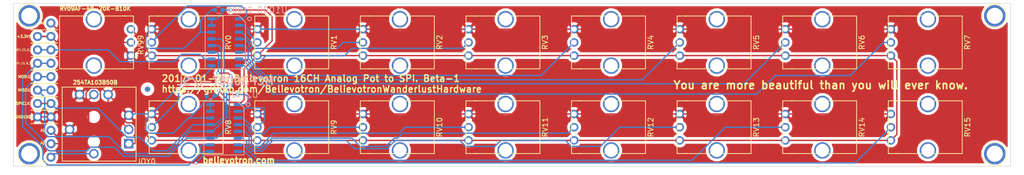
<source format=kicad_pcb>
(kicad_pcb (version 4) (host pcbnew 4.0.4-stable)

  (general
    (links 86)
    (no_connects 13)
    (area 2.489999 -31.537501 191.470001 -0.587499)
    (thickness 1.6)
    (drawings 20)
    (tracks 388)
    (zones 0)
    (modules 39)
    (nets 28)
  )

  (page A4)
  (layers
    (0 F.Cu signal)
    (31 B.Cu signal)
    (32 B.Adhes user)
    (33 F.Adhes user)
    (34 B.Paste user)
    (35 F.Paste user)
    (36 B.SilkS user)
    (37 F.SilkS user)
    (38 B.Mask user)
    (39 F.Mask user)
    (40 Dwgs.User user hide)
    (41 Cmts.User user)
    (42 Eco1.User user)
    (43 Eco2.User user)
    (44 Edge.Cuts user)
    (45 Margin user)
    (46 B.CrtYd user)
    (47 F.CrtYd user hide)
    (48 B.Fab user)
    (49 F.Fab user)
  )

  (setup
    (last_trace_width 0.25)
    (trace_clearance 0.2)
    (zone_clearance 0.508)
    (zone_45_only no)
    (trace_min 0.2)
    (segment_width 0.2)
    (edge_width 0.1)
    (via_size 0.6)
    (via_drill 0.4)
    (via_min_size 0.4)
    (via_min_drill 0.3)
    (uvia_size 0.3)
    (uvia_drill 0.1)
    (uvias_allowed no)
    (uvia_min_size 0.2)
    (uvia_min_drill 0.1)
    (pcb_text_width 0.3)
    (pcb_text_size 1.5 1.5)
    (mod_edge_width 0.15)
    (mod_text_size 1 1)
    (mod_text_width 0.15)
    (pad_size 1 1)
    (pad_drill 0)
    (pad_to_mask_clearance 0)
    (aux_axis_origin 0 0)
    (visible_elements 7FFEFFFF)
    (pcbplotparams
      (layerselection 0x010fc_80000001)
      (usegerberextensions false)
      (excludeedgelayer true)
      (linewidth 0.100000)
      (plotframeref false)
      (viasonmask false)
      (mode 1)
      (useauxorigin false)
      (hpglpennumber 1)
      (hpglpenspeed 20)
      (hpglpendiameter 15)
      (hpglpenoverlay 2)
      (psnegative false)
      (psa4output false)
      (plotreference true)
      (plotvalue true)
      (plotinvisibletext false)
      (padsonsilk false)
      (subtractmaskfromsilk false)
      (outputformat 1)
      (mirror false)
      (drillshape 0)
      (scaleselection 1)
      (outputdirectory Believotron_Knobs_Gerber-2017-01-02/))
  )

  (net 0 "")
  (net 1 GND)
  (net 2 +3V3)
  (net 3 /MISO)
  (net 4 /MOSI)
  (net 5 /P0)
  (net 6 /P1)
  (net 7 /P2)
  (net 8 /P3)
  (net 9 /P4)
  (net 10 /P5)
  (net 11 /P6)
  (net 12 /P7)
  (net 13 /P8)
  (net 14 /P9)
  (net 15 /P10)
  (net 16 /P11)
  (net 17 /P12)
  (net 18 /P13)
  (net 19 /P14)
  (net 20 /P15)
  (net 21 /SPICLK)
  (net 22 /CS_R0_7)
  (net 23 /CS_LED_8_15)
  (net 24 "Net-(A1-Pad1)")
  (net 25 "Net-(A2-Pad1)")
  (net 26 "Net-(A3-Pad1)")
  (net 27 /VOLUME)

  (net_class Default "This is the default net class."
    (clearance 0.2)
    (trace_width 0.25)
    (via_dia 0.6)
    (via_drill 0.4)
    (uvia_dia 0.3)
    (uvia_drill 0.1)
    (add_net +3V3)
    (add_net /CS_LED_8_15)
    (add_net /CS_R0_7)
    (add_net /MISO)
    (add_net /MOSI)
    (add_net /P0)
    (add_net /P1)
    (add_net /P10)
    (add_net /P11)
    (add_net /P12)
    (add_net /P13)
    (add_net /P14)
    (add_net /P15)
    (add_net /P2)
    (add_net /P3)
    (add_net /P4)
    (add_net /P5)
    (add_net /P6)
    (add_net /P7)
    (add_net /P8)
    (add_net /P9)
    (add_net /SPICLK)
    (add_net /VOLUME)
    (add_net GND)
    (add_net "Net-(A1-Pad1)")
    (add_net "Net-(A2-Pad1)")
    (add_net "Net-(A3-Pad1)")
  )

  (module Liberry:RV09AF-40-20K-B10K (layer F.Cu) (tedit 582DFFE1) (tstamp 58810D39)
    (at 17.78 -24.094 90)
    (path /58810DA5)
    (fp_text reference RV99 (at -0.472 8.89 270) (layer F.SilkS)
      (effects (font (size 1 1) (thickness 0.15)))
    )
    (fp_text value POT (at 1 9.5052 90) (layer F.Fab)
      (effects (font (size 1 1) (thickness 0.15)))
    )
    (fp_line (start 7.5 -8.9948) (end -7.5 -8.9948) (layer F.CrtYd) (width 0.15))
    (fp_line (start 7.5 8.5052) (end 7.5 -8.9948) (layer F.CrtYd) (width 0.15))
    (fp_line (start -7.5 8.5052) (end 7.5 8.5052) (layer F.CrtYd) (width 0.15))
    (fp_line (start -7.5 -8.9948) (end -7.5 8.5052) (layer F.CrtYd) (width 0.15))
    (fp_line (start -5 7.5052) (end -5 5.5052) (layer F.SilkS) (width 0.15))
    (fp_line (start 5 7.5052) (end 5 5.5052) (layer F.SilkS) (width 0.15))
    (fp_line (start -5 6.0052) (end -5 -6.4948) (layer F.SilkS) (width 0.15))
    (fp_line (start 5 7.5052) (end -5 7.5052) (layer F.SilkS) (width 0.15))
    (fp_line (start 5 -6.4948) (end 5 6.0052) (layer F.SilkS) (width 0.15))
    (fp_line (start -5 -6.4948) (end 5 -6.4948) (layer F.SilkS) (width 0.15))
    (pad "" thru_hole circle (at -4.3942 0 90) (size 3.1 3.1) (drill 2.5) (layers *.Cu *.Mask))
    (pad "" thru_hole circle (at 4.3942 0 90) (size 3.1 3.1) (drill 2.5) (layers *.Cu *.Mask))
    (pad 3 thru_hole circle (at -2.5 7.0104 90) (size 1.6 1.6) (drill 1) (layers *.Cu *.Mask)
      (net 1 GND))
    (pad 2 thru_hole circle (at 0 7.0104 90) (size 1.6 1.6) (drill 1) (layers *.Cu *.Mask)
      (net 27 /VOLUME))
    (pad 1 thru_hole circle (at 2.5 7.0104 90) (size 1.6 1.6) (drill 1) (layers *.Cu *.Mask)
      (net 2 +3V3))
  )

  (module Fiducials:Fiducial_1mm_Dia_2.54mm_Outer_CopperBottom (layer F.Cu) (tedit 58896CF4) (tstamp 58899043)
    (at 27.94 -15.24)
    (descr "Circular Fiducial, 1mm bare copper bottom; 2.54mm keepout")
    (tags marker)
    (attr virtual)
    (fp_text reference REF** (at 3.4 0.7) (layer F.SilkS) hide
      (effects (font (size 1 1) (thickness 0.15)))
    )
    (fp_text value Fiducial_1mm_Dia_2.54mm_Outer_CopperBottom (at 0 -1.8) (layer F.Fab)
      (effects (font (size 1 1) (thickness 0.15)))
    )
    (fp_circle (center 0 0) (end 1.55 0) (layer B.CrtYd) (width 0.05))
    (pad ~ smd circle (at 0 0) (size 1 1) (layers B.Cu B.Mask)
      (solder_mask_margin 0.77) (clearance 0.77))
  )

  (module Fiducials:Fiducial_1mm_Dia_2.54mm_Outer_CopperTop (layer F.Cu) (tedit 58896B7C) (tstamp 58899026)
    (at 27.94 -15.24)
    (descr "Circular Fiducial, 1mm bare copper top; 2.54mm keepout")
    (tags marker)
    (attr virtual)
    (fp_text reference REF** (at 3.4 0.7) (layer F.SilkS) hide
      (effects (font (size 1 1) (thickness 0.15)))
    )
    (fp_text value Fiducial_1mm_Dia_2.54mm_Outer_CopperTop (at 0 -1.8) (layer F.Fab)
      (effects (font (size 1 1) (thickness 0.15)))
    )
    (fp_circle (center 0 0) (end 1.55 0) (layer F.CrtYd) (width 0.05))
    (pad ~ smd circle (at 0 0) (size 1 1) (layers F.Cu F.Mask)
      (solder_mask_margin 0.77) (clearance 0.77))
  )

  (module Capacitors_SMD:C_0603 (layer B.Cu) (tedit 5415D631) (tstamp 586ADB59)
    (at 41.402 -30.226 180)
    (descr "Capacitor SMD 0603, reflow soldering, AVX (see smccp.pdf)")
    (tags "capacitor 0603")
    (path /582E3E9F)
    (attr smd)
    (fp_text reference C1000 (at -4.064 0 180) (layer B.SilkS)
      (effects (font (size 1 1) (thickness 0.15)) (justify mirror))
    )
    (fp_text value 0.1u (at 0 -1.9 180) (layer B.Fab)
      (effects (font (size 1 1) (thickness 0.15)) (justify mirror))
    )
    (fp_line (start -0.8 -0.4) (end -0.8 0.4) (layer B.Fab) (width 0.1))
    (fp_line (start 0.8 -0.4) (end -0.8 -0.4) (layer B.Fab) (width 0.1))
    (fp_line (start 0.8 0.4) (end 0.8 -0.4) (layer B.Fab) (width 0.1))
    (fp_line (start -0.8 0.4) (end 0.8 0.4) (layer B.Fab) (width 0.1))
    (fp_line (start -1.45 0.75) (end 1.45 0.75) (layer B.CrtYd) (width 0.05))
    (fp_line (start -1.45 -0.75) (end 1.45 -0.75) (layer B.CrtYd) (width 0.05))
    (fp_line (start -1.45 0.75) (end -1.45 -0.75) (layer B.CrtYd) (width 0.05))
    (fp_line (start 1.45 0.75) (end 1.45 -0.75) (layer B.CrtYd) (width 0.05))
    (fp_line (start -0.35 0.6) (end 0.35 0.6) (layer B.SilkS) (width 0.12))
    (fp_line (start 0.35 -0.6) (end -0.35 -0.6) (layer B.SilkS) (width 0.12))
    (pad 1 smd rect (at -0.75 0 180) (size 0.8 0.75) (layers B.Cu B.Paste B.Mask)
      (net 2 +3V3))
    (pad 2 smd rect (at 0.75 0 180) (size 0.8 0.75) (layers B.Cu B.Paste B.Mask)
      (net 1 GND))
    (model Capacitors_SMD.3dshapes/C_0603.wrl
      (at (xyz 0 0 0))
      (scale (xyz 1 1 1))
      (rotate (xyz 0 0 0))
    )
  )

  (module Liberry:TH_0.1_1x2_Jumper (layer F.Cu) (tedit 58896CD6) (tstamp 586AD805)
    (at 7.109605 -20.139527)
    (descr "10 pins through hole IDC header")
    (tags "IDC header socket VASCH")
    (path /582F4190)
    (fp_text reference SPI_CS_8_15 (at -2.54 0) (layer F.SilkS)
      (effects (font (size 0.35 0.35) (thickness 0.0625)))
    )
    (fp_text value CONN_01X01 (at 0 2.54) (layer F.Fab)
      (effects (font (size 1 1) (thickness 0.15)))
    )
    (fp_line (start -1.27 1.27) (end 3.81 1.27) (layer F.SilkS) (width 0.15))
    (fp_line (start -1.27 -1.27) (end 3.81 -1.27) (layer F.SilkS) (width 0.15))
    (pad 1 thru_hole circle (at 0 0) (size 1.7272 1.7272) (drill 1.016) (layers *.Cu *.Mask)
      (net 23 /CS_LED_8_15))
    (pad 1 thru_hole circle (at 2.54 0) (size 1.7272 1.7272) (drill 1.016) (layers *.Cu *.Mask)
      (net 23 /CS_LED_8_15))
  )

  (module Liberry:TH_0.1_1x2_Jumper (layer F.Cu) (tedit 58896CE5) (tstamp 586AD7FD)
    (at 7.109605 -22.679527)
    (descr "10 pins through hole IDC header")
    (tags "IDC header socket VASCH")
    (path /582E534D)
    (fp_text reference SPI_CS_0_8 (at -2.54 0) (layer F.SilkS)
      (effects (font (size 0.38 0.35) (thickness 0.0625)))
    )
    (fp_text value CONN_01X01 (at 0 2.54) (layer F.Fab)
      (effects (font (size 1 1) (thickness 0.15)))
    )
    (fp_line (start -1.27 1.27) (end 3.81 1.27) (layer F.SilkS) (width 0.15))
    (fp_line (start -1.27 -1.27) (end 3.81 -1.27) (layer F.SilkS) (width 0.15))
    (pad 1 thru_hole circle (at 0 0) (size 1.7272 1.7272) (drill 1.016) (layers *.Cu *.Mask)
      (net 22 /CS_R0_7))
    (pad 1 thru_hole circle (at 2.54 0) (size 1.7272 1.7272) (drill 1.016) (layers *.Cu *.Mask)
      (net 22 /CS_R0_7))
  )

  (module Liberry:TH_0.1_1x2_Jumper (layer F.Cu) (tedit 58684C64) (tstamp 586AD7F5)
    (at 7.109605 -12.519527)
    (descr "10 pins through hole IDC header")
    (tags "IDC header socket VASCH")
    (path /582E523F)
    (fp_text reference SPICLK1 (at -2.54 0) (layer F.SilkS)
      (effects (font (size 0.5 0.5) (thickness 0.125)))
    )
    (fp_text value CONN_01X01 (at 0 2.54) (layer F.Fab)
      (effects (font (size 1 1) (thickness 0.15)))
    )
    (fp_line (start -1.27 1.27) (end 3.81 1.27) (layer F.SilkS) (width 0.15))
    (fp_line (start -1.27 -1.27) (end 3.81 -1.27) (layer F.SilkS) (width 0.15))
    (pad 1 thru_hole circle (at 0 0) (size 1.7272 1.7272) (drill 1.016) (layers *.Cu *.Mask)
      (net 21 /SPICLK))
    (pad 1 thru_hole circle (at 2.54 0) (size 1.7272 1.7272) (drill 1.016) (layers *.Cu *.Mask)
      (net 21 /SPICLK))
  )

  (module Liberry:TH_0.1_1x2_Jumper (layer F.Cu) (tedit 58684C64) (tstamp 586AD7ED)
    (at 7.109605 -17.599527)
    (descr "10 pins through hole IDC header")
    (tags "IDC header socket VASCH")
    (path /582E505A)
    (fp_text reference MOSI1 (at -2.54 0) (layer F.SilkS)
      (effects (font (size 0.5 0.5) (thickness 0.125)))
    )
    (fp_text value CONN_01X01 (at 0 2.54) (layer F.Fab)
      (effects (font (size 1 1) (thickness 0.15)))
    )
    (fp_line (start -1.27 1.27) (end 3.81 1.27) (layer F.SilkS) (width 0.15))
    (fp_line (start -1.27 -1.27) (end 3.81 -1.27) (layer F.SilkS) (width 0.15))
    (pad 1 thru_hole circle (at 0 0) (size 1.7272 1.7272) (drill 1.016) (layers *.Cu *.Mask)
      (net 4 /MOSI))
    (pad 1 thru_hole circle (at 2.54 0) (size 1.7272 1.7272) (drill 1.016) (layers *.Cu *.Mask)
      (net 4 /MOSI))
  )

  (module Liberry:TH_0.1_1x2_Jumper (layer F.Cu) (tedit 58684C64) (tstamp 586AD7E5)
    (at 7.109605 -15.059527)
    (descr "10 pins through hole IDC header")
    (tags "IDC header socket VASCH")
    (path /582E561D)
    (fp_text reference MISO1 (at -2.54 0) (layer F.SilkS)
      (effects (font (size 0.5 0.5) (thickness 0.125)))
    )
    (fp_text value CONN_01X01 (at 0 2.54) (layer F.Fab)
      (effects (font (size 1 1) (thickness 0.15)))
    )
    (fp_line (start -1.27 1.27) (end 3.81 1.27) (layer F.SilkS) (width 0.15))
    (fp_line (start -1.27 -1.27) (end 3.81 -1.27) (layer F.SilkS) (width 0.15))
    (pad 1 thru_hole circle (at 0 0) (size 1.7272 1.7272) (drill 1.016) (layers *.Cu *.Mask)
      (net 3 /MISO))
    (pad 1 thru_hole circle (at 2.54 0) (size 1.7272 1.7272) (drill 1.016) (layers *.Cu *.Mask)
      (net 3 /MISO))
  )

  (module Liberry:TH_0.1_1x2_Jumper (layer F.Cu) (tedit 58684C64) (tstamp 586AD7DD)
    (at 7.109605 -9.979527)
    (descr "10 pins through hole IDC header")
    (tags "IDC header socket VASCH")
    (path /582EB90D)
    (fp_text reference GND1000 (at -2.54 0) (layer F.SilkS)
      (effects (font (size 0.5 0.5) (thickness 0.125)))
    )
    (fp_text value CONN_01X01 (at 0 2.54) (layer F.Fab)
      (effects (font (size 1 1) (thickness 0.15)))
    )
    (fp_line (start -1.27 1.27) (end 3.81 1.27) (layer F.SilkS) (width 0.15))
    (fp_line (start -1.27 -1.27) (end 3.81 -1.27) (layer F.SilkS) (width 0.15))
    (pad 1 thru_hole circle (at 0 0) (size 1.7272 1.7272) (drill 1.016) (layers *.Cu *.Mask)
      (net 1 GND))
    (pad 1 thru_hole circle (at 2.54 0) (size 1.7272 1.7272) (drill 1.016) (layers *.Cu *.Mask)
      (net 1 GND))
  )

  (module Liberry:TH_0.1_1x2_Jumper (layer F.Cu) (tedit 58684C64) (tstamp 586AD7AD)
    (at 7.109605 -25.219527)
    (descr "10 pins through hole IDC header")
    (tags "IDC header socket VASCH")
    (path /582EB30E)
    (fp_text reference +3.3V1 (at -2.54 0) (layer F.SilkS)
      (effects (font (size 0.5 0.5) (thickness 0.125)))
    )
    (fp_text value CONN_01X01 (at 0 2.54) (layer F.Fab)
      (effects (font (size 1 1) (thickness 0.15)))
    )
    (fp_line (start -1.27 1.27) (end 3.81 1.27) (layer F.SilkS) (width 0.15))
    (fp_line (start -1.27 -1.27) (end 3.81 -1.27) (layer F.SilkS) (width 0.15))
    (pad 1 thru_hole circle (at 0 0) (size 1.7272 1.7272) (drill 1.016) (layers *.Cu *.Mask)
      (net 2 +3V3))
    (pad 1 thru_hole circle (at 2.54 0) (size 1.7272 1.7272) (drill 1.016) (layers *.Cu *.Mask)
      (net 2 +3V3))
  )

  (module Connect:1pin (layer F.Cu) (tedit 58896D66) (tstamp 582F53C3)
    (at 188.42 -29.125)
    (descr "module 1 pin (ou trou mecanique de percage)")
    (tags DEV)
    (fp_text reference REF** (at 0 -3.048) (layer F.SilkS) hide
      (effects (font (size 1 1) (thickness 0.15)))
    )
    (fp_text value 1pin (at 0 3) (layer F.Fab)
      (effects (font (size 1 1) (thickness 0.15)))
    )
    (fp_circle (center 0 0) (end 2 0.8) (layer F.Fab) (width 0.1))
    (fp_circle (center 0 0) (end 2.6 0) (layer F.CrtYd) (width 0.05))
    (fp_circle (center 0 0) (end 0 -2.286) (layer F.SilkS) (width 0.12))
    (pad 1 thru_hole circle (at 0 0) (size 4.064 4.064) (drill 3.048) (layers *.Cu *.Mask))
  )

  (module Liberry:RV09AF-40-20K-B10K (layer F.Cu) (tedit 582DFFE1) (tstamp 582F4334)
    (at 175.76 -8.0314 270)
    (path /582F4148)
    (fp_text reference RV15 (at 0 -7.4948 270) (layer F.SilkS)
      (effects (font (size 1 1) (thickness 0.15)))
    )
    (fp_text value POT (at 1 9.5052 270) (layer F.Fab)
      (effects (font (size 1 1) (thickness 0.15)))
    )
    (fp_line (start 7.5 -8.9948) (end -7.5 -8.9948) (layer F.CrtYd) (width 0.15))
    (fp_line (start 7.5 8.5052) (end 7.5 -8.9948) (layer F.CrtYd) (width 0.15))
    (fp_line (start -7.5 8.5052) (end 7.5 8.5052) (layer F.CrtYd) (width 0.15))
    (fp_line (start -7.5 -8.9948) (end -7.5 8.5052) (layer F.CrtYd) (width 0.15))
    (fp_line (start -5 7.5052) (end -5 5.5052) (layer F.SilkS) (width 0.15))
    (fp_line (start 5 7.5052) (end 5 5.5052) (layer F.SilkS) (width 0.15))
    (fp_line (start -5 6.0052) (end -5 -6.4948) (layer F.SilkS) (width 0.15))
    (fp_line (start 5 7.5052) (end -5 7.5052) (layer F.SilkS) (width 0.15))
    (fp_line (start 5 -6.4948) (end 5 6.0052) (layer F.SilkS) (width 0.15))
    (fp_line (start -5 -6.4948) (end 5 -6.4948) (layer F.SilkS) (width 0.15))
    (pad "" thru_hole circle (at -4.3942 0 270) (size 3.1 3.1) (drill 2.5) (layers *.Cu *.Mask))
    (pad "" thru_hole circle (at 4.3942 0 270) (size 3.1 3.1) (drill 2.5) (layers *.Cu *.Mask))
    (pad 3 thru_hole circle (at -2.5 7.0104 270) (size 1.6 1.6) (drill 1) (layers *.Cu *.Mask)
      (net 1 GND))
    (pad 2 thru_hole circle (at 0 7.0104 270) (size 1.6 1.6) (drill 1) (layers *.Cu *.Mask)
      (net 20 /P15))
    (pad 1 thru_hole circle (at 2.5 7.0104 270) (size 1.6 1.6) (drill 1) (layers *.Cu *.Mask)
      (net 2 +3V3))
  )

  (module Liberry:RV09AF-40-20K-B10K (layer F.Cu) (tedit 582DFFE1) (tstamp 582F4321)
    (at 155.76 -8.0314 270)
    (path /582F4133)
    (fp_text reference RV14 (at 0 -7.4948 270) (layer F.SilkS)
      (effects (font (size 1 1) (thickness 0.15)))
    )
    (fp_text value POT (at 1 9.5052 270) (layer F.Fab)
      (effects (font (size 1 1) (thickness 0.15)))
    )
    (fp_line (start 7.5 -8.9948) (end -7.5 -8.9948) (layer F.CrtYd) (width 0.15))
    (fp_line (start 7.5 8.5052) (end 7.5 -8.9948) (layer F.CrtYd) (width 0.15))
    (fp_line (start -7.5 8.5052) (end 7.5 8.5052) (layer F.CrtYd) (width 0.15))
    (fp_line (start -7.5 -8.9948) (end -7.5 8.5052) (layer F.CrtYd) (width 0.15))
    (fp_line (start -5 7.5052) (end -5 5.5052) (layer F.SilkS) (width 0.15))
    (fp_line (start 5 7.5052) (end 5 5.5052) (layer F.SilkS) (width 0.15))
    (fp_line (start -5 6.0052) (end -5 -6.4948) (layer F.SilkS) (width 0.15))
    (fp_line (start 5 7.5052) (end -5 7.5052) (layer F.SilkS) (width 0.15))
    (fp_line (start 5 -6.4948) (end 5 6.0052) (layer F.SilkS) (width 0.15))
    (fp_line (start -5 -6.4948) (end 5 -6.4948) (layer F.SilkS) (width 0.15))
    (pad "" thru_hole circle (at -4.3942 0 270) (size 3.1 3.1) (drill 2.5) (layers *.Cu *.Mask))
    (pad "" thru_hole circle (at 4.3942 0 270) (size 3.1 3.1) (drill 2.5) (layers *.Cu *.Mask))
    (pad 3 thru_hole circle (at -2.5 7.0104 270) (size 1.6 1.6) (drill 1) (layers *.Cu *.Mask)
      (net 1 GND))
    (pad 2 thru_hole circle (at 0 7.0104 270) (size 1.6 1.6) (drill 1) (layers *.Cu *.Mask)
      (net 19 /P14))
    (pad 1 thru_hole circle (at 2.5 7.0104 270) (size 1.6 1.6) (drill 1) (layers *.Cu *.Mask)
      (net 2 +3V3))
  )

  (module Liberry:RV09AF-40-20K-B10K (layer F.Cu) (tedit 582DFFE1) (tstamp 582F430E)
    (at 135.76 -8.0314 270)
    (path /582F411E)
    (fp_text reference RV13 (at 0 -7.4948 270) (layer F.SilkS)
      (effects (font (size 1 1) (thickness 0.15)))
    )
    (fp_text value POT (at 1 9.5052 270) (layer F.Fab)
      (effects (font (size 1 1) (thickness 0.15)))
    )
    (fp_line (start 7.5 -8.9948) (end -7.5 -8.9948) (layer F.CrtYd) (width 0.15))
    (fp_line (start 7.5 8.5052) (end 7.5 -8.9948) (layer F.CrtYd) (width 0.15))
    (fp_line (start -7.5 8.5052) (end 7.5 8.5052) (layer F.CrtYd) (width 0.15))
    (fp_line (start -7.5 -8.9948) (end -7.5 8.5052) (layer F.CrtYd) (width 0.15))
    (fp_line (start -5 7.5052) (end -5 5.5052) (layer F.SilkS) (width 0.15))
    (fp_line (start 5 7.5052) (end 5 5.5052) (layer F.SilkS) (width 0.15))
    (fp_line (start -5 6.0052) (end -5 -6.4948) (layer F.SilkS) (width 0.15))
    (fp_line (start 5 7.5052) (end -5 7.5052) (layer F.SilkS) (width 0.15))
    (fp_line (start 5 -6.4948) (end 5 6.0052) (layer F.SilkS) (width 0.15))
    (fp_line (start -5 -6.4948) (end 5 -6.4948) (layer F.SilkS) (width 0.15))
    (pad "" thru_hole circle (at -4.3942 0 270) (size 3.1 3.1) (drill 2.5) (layers *.Cu *.Mask))
    (pad "" thru_hole circle (at 4.3942 0 270) (size 3.1 3.1) (drill 2.5) (layers *.Cu *.Mask))
    (pad 3 thru_hole circle (at -2.5 7.0104 270) (size 1.6 1.6) (drill 1) (layers *.Cu *.Mask)
      (net 1 GND))
    (pad 2 thru_hole circle (at 0 7.0104 270) (size 1.6 1.6) (drill 1) (layers *.Cu *.Mask)
      (net 18 /P13))
    (pad 1 thru_hole circle (at 2.5 7.0104 270) (size 1.6 1.6) (drill 1) (layers *.Cu *.Mask)
      (net 2 +3V3))
  )

  (module Liberry:RV09AF-40-20K-B10K (layer F.Cu) (tedit 582DFFE1) (tstamp 582F42FB)
    (at 115.76 -8.0314 270)
    (path /582F4109)
    (fp_text reference RV12 (at 0 -7.4948 270) (layer F.SilkS)
      (effects (font (size 1 1) (thickness 0.15)))
    )
    (fp_text value POT (at 1 9.5052 270) (layer F.Fab)
      (effects (font (size 1 1) (thickness 0.15)))
    )
    (fp_line (start 7.5 -8.9948) (end -7.5 -8.9948) (layer F.CrtYd) (width 0.15))
    (fp_line (start 7.5 8.5052) (end 7.5 -8.9948) (layer F.CrtYd) (width 0.15))
    (fp_line (start -7.5 8.5052) (end 7.5 8.5052) (layer F.CrtYd) (width 0.15))
    (fp_line (start -7.5 -8.9948) (end -7.5 8.5052) (layer F.CrtYd) (width 0.15))
    (fp_line (start -5 7.5052) (end -5 5.5052) (layer F.SilkS) (width 0.15))
    (fp_line (start 5 7.5052) (end 5 5.5052) (layer F.SilkS) (width 0.15))
    (fp_line (start -5 6.0052) (end -5 -6.4948) (layer F.SilkS) (width 0.15))
    (fp_line (start 5 7.5052) (end -5 7.5052) (layer F.SilkS) (width 0.15))
    (fp_line (start 5 -6.4948) (end 5 6.0052) (layer F.SilkS) (width 0.15))
    (fp_line (start -5 -6.4948) (end 5 -6.4948) (layer F.SilkS) (width 0.15))
    (pad "" thru_hole circle (at -4.3942 0 270) (size 3.1 3.1) (drill 2.5) (layers *.Cu *.Mask))
    (pad "" thru_hole circle (at 4.3942 0 270) (size 3.1 3.1) (drill 2.5) (layers *.Cu *.Mask))
    (pad 3 thru_hole circle (at -2.5 7.0104 270) (size 1.6 1.6) (drill 1) (layers *.Cu *.Mask)
      (net 1 GND))
    (pad 2 thru_hole circle (at 0 7.0104 270) (size 1.6 1.6) (drill 1) (layers *.Cu *.Mask)
      (net 17 /P12))
    (pad 1 thru_hole circle (at 2.5 7.0104 270) (size 1.6 1.6) (drill 1) (layers *.Cu *.Mask)
      (net 2 +3V3))
  )

  (module Liberry:RV09AF-40-20K-B10K (layer F.Cu) (tedit 582DFFE1) (tstamp 582F42E8)
    (at 95.76 -8.0314 270)
    (path /582F40F4)
    (fp_text reference RV11 (at 0 -7.4948 270) (layer F.SilkS)
      (effects (font (size 1 1) (thickness 0.15)))
    )
    (fp_text value POT (at 1 9.5052 270) (layer F.Fab)
      (effects (font (size 1 1) (thickness 0.15)))
    )
    (fp_line (start 7.5 -8.9948) (end -7.5 -8.9948) (layer F.CrtYd) (width 0.15))
    (fp_line (start 7.5 8.5052) (end 7.5 -8.9948) (layer F.CrtYd) (width 0.15))
    (fp_line (start -7.5 8.5052) (end 7.5 8.5052) (layer F.CrtYd) (width 0.15))
    (fp_line (start -7.5 -8.9948) (end -7.5 8.5052) (layer F.CrtYd) (width 0.15))
    (fp_line (start -5 7.5052) (end -5 5.5052) (layer F.SilkS) (width 0.15))
    (fp_line (start 5 7.5052) (end 5 5.5052) (layer F.SilkS) (width 0.15))
    (fp_line (start -5 6.0052) (end -5 -6.4948) (layer F.SilkS) (width 0.15))
    (fp_line (start 5 7.5052) (end -5 7.5052) (layer F.SilkS) (width 0.15))
    (fp_line (start 5 -6.4948) (end 5 6.0052) (layer F.SilkS) (width 0.15))
    (fp_line (start -5 -6.4948) (end 5 -6.4948) (layer F.SilkS) (width 0.15))
    (pad "" thru_hole circle (at -4.3942 0 270) (size 3.1 3.1) (drill 2.5) (layers *.Cu *.Mask))
    (pad "" thru_hole circle (at 4.3942 0 270) (size 3.1 3.1) (drill 2.5) (layers *.Cu *.Mask))
    (pad 3 thru_hole circle (at -2.5 7.0104 270) (size 1.6 1.6) (drill 1) (layers *.Cu *.Mask)
      (net 1 GND))
    (pad 2 thru_hole circle (at 0 7.0104 270) (size 1.6 1.6) (drill 1) (layers *.Cu *.Mask)
      (net 16 /P11))
    (pad 1 thru_hole circle (at 2.5 7.0104 270) (size 1.6 1.6) (drill 1) (layers *.Cu *.Mask)
      (net 2 +3V3))
  )

  (module Liberry:RV09AF-40-20K-B10K (layer F.Cu) (tedit 582DFFE1) (tstamp 582F42D5)
    (at 75.76 -8.0314 270)
    (path /582F40DF)
    (fp_text reference RV10 (at 0 -7.4948 270) (layer F.SilkS)
      (effects (font (size 1 1) (thickness 0.15)))
    )
    (fp_text value POT (at 1 9.5052 270) (layer F.Fab)
      (effects (font (size 1 1) (thickness 0.15)))
    )
    (fp_line (start 7.5 -8.9948) (end -7.5 -8.9948) (layer F.CrtYd) (width 0.15))
    (fp_line (start 7.5 8.5052) (end 7.5 -8.9948) (layer F.CrtYd) (width 0.15))
    (fp_line (start -7.5 8.5052) (end 7.5 8.5052) (layer F.CrtYd) (width 0.15))
    (fp_line (start -7.5 -8.9948) (end -7.5 8.5052) (layer F.CrtYd) (width 0.15))
    (fp_line (start -5 7.5052) (end -5 5.5052) (layer F.SilkS) (width 0.15))
    (fp_line (start 5 7.5052) (end 5 5.5052) (layer F.SilkS) (width 0.15))
    (fp_line (start -5 6.0052) (end -5 -6.4948) (layer F.SilkS) (width 0.15))
    (fp_line (start 5 7.5052) (end -5 7.5052) (layer F.SilkS) (width 0.15))
    (fp_line (start 5 -6.4948) (end 5 6.0052) (layer F.SilkS) (width 0.15))
    (fp_line (start -5 -6.4948) (end 5 -6.4948) (layer F.SilkS) (width 0.15))
    (pad "" thru_hole circle (at -4.3942 0 270) (size 3.1 3.1) (drill 2.5) (layers *.Cu *.Mask))
    (pad "" thru_hole circle (at 4.3942 0 270) (size 3.1 3.1) (drill 2.5) (layers *.Cu *.Mask))
    (pad 3 thru_hole circle (at -2.5 7.0104 270) (size 1.6 1.6) (drill 1) (layers *.Cu *.Mask)
      (net 1 GND))
    (pad 2 thru_hole circle (at 0 7.0104 270) (size 1.6 1.6) (drill 1) (layers *.Cu *.Mask)
      (net 15 /P10))
    (pad 1 thru_hole circle (at 2.5 7.0104 270) (size 1.6 1.6) (drill 1) (layers *.Cu *.Mask)
      (net 2 +3V3))
  )

  (module Liberry:RV09AF-40-20K-B10K (layer F.Cu) (tedit 582DFFE1) (tstamp 582F42C2)
    (at 55.76 -8.0314 270)
    (path /582F40CA)
    (fp_text reference RV9 (at 0 -7.4948 270) (layer F.SilkS)
      (effects (font (size 1 1) (thickness 0.15)))
    )
    (fp_text value POT (at 1 9.5052 270) (layer F.Fab)
      (effects (font (size 1 1) (thickness 0.15)))
    )
    (fp_line (start 7.5 -8.9948) (end -7.5 -8.9948) (layer F.CrtYd) (width 0.15))
    (fp_line (start 7.5 8.5052) (end 7.5 -8.9948) (layer F.CrtYd) (width 0.15))
    (fp_line (start -7.5 8.5052) (end 7.5 8.5052) (layer F.CrtYd) (width 0.15))
    (fp_line (start -7.5 -8.9948) (end -7.5 8.5052) (layer F.CrtYd) (width 0.15))
    (fp_line (start -5 7.5052) (end -5 5.5052) (layer F.SilkS) (width 0.15))
    (fp_line (start 5 7.5052) (end 5 5.5052) (layer F.SilkS) (width 0.15))
    (fp_line (start -5 6.0052) (end -5 -6.4948) (layer F.SilkS) (width 0.15))
    (fp_line (start 5 7.5052) (end -5 7.5052) (layer F.SilkS) (width 0.15))
    (fp_line (start 5 -6.4948) (end 5 6.0052) (layer F.SilkS) (width 0.15))
    (fp_line (start -5 -6.4948) (end 5 -6.4948) (layer F.SilkS) (width 0.15))
    (pad "" thru_hole circle (at -4.3942 0 270) (size 3.1 3.1) (drill 2.5) (layers *.Cu *.Mask))
    (pad "" thru_hole circle (at 4.3942 0 270) (size 3.1 3.1) (drill 2.5) (layers *.Cu *.Mask))
    (pad 3 thru_hole circle (at -2.5 7.0104 270) (size 1.6 1.6) (drill 1) (layers *.Cu *.Mask)
      (net 1 GND))
    (pad 2 thru_hole circle (at 0 7.0104 270) (size 1.6 1.6) (drill 1) (layers *.Cu *.Mask)
      (net 14 /P9))
    (pad 1 thru_hole circle (at 2.5 7.0104 270) (size 1.6 1.6) (drill 1) (layers *.Cu *.Mask)
      (net 2 +3V3))
  )

  (module Liberry:RV09AF-40-20K-B10K (layer F.Cu) (tedit 582DFFE1) (tstamp 582F42AF)
    (at 35.76 -8.0314 270)
    (path /582F40B5)
    (fp_text reference RV8 (at 0 -7.4948 270) (layer F.SilkS)
      (effects (font (size 1 1) (thickness 0.15)))
    )
    (fp_text value POT (at 1 9.5052 270) (layer F.Fab)
      (effects (font (size 1 1) (thickness 0.15)))
    )
    (fp_line (start 7.5 -8.9948) (end -7.5 -8.9948) (layer F.CrtYd) (width 0.15))
    (fp_line (start 7.5 8.5052) (end 7.5 -8.9948) (layer F.CrtYd) (width 0.15))
    (fp_line (start -7.5 8.5052) (end 7.5 8.5052) (layer F.CrtYd) (width 0.15))
    (fp_line (start -7.5 -8.9948) (end -7.5 8.5052) (layer F.CrtYd) (width 0.15))
    (fp_line (start -5 7.5052) (end -5 5.5052) (layer F.SilkS) (width 0.15))
    (fp_line (start 5 7.5052) (end 5 5.5052) (layer F.SilkS) (width 0.15))
    (fp_line (start -5 6.0052) (end -5 -6.4948) (layer F.SilkS) (width 0.15))
    (fp_line (start 5 7.5052) (end -5 7.5052) (layer F.SilkS) (width 0.15))
    (fp_line (start 5 -6.4948) (end 5 6.0052) (layer F.SilkS) (width 0.15))
    (fp_line (start -5 -6.4948) (end 5 -6.4948) (layer F.SilkS) (width 0.15))
    (pad "" thru_hole circle (at -4.3942 0 270) (size 3.1 3.1) (drill 2.5) (layers *.Cu *.Mask))
    (pad "" thru_hole circle (at 4.3942 0 270) (size 3.1 3.1) (drill 2.5) (layers *.Cu *.Mask))
    (pad 3 thru_hole circle (at -2.5 7.0104 270) (size 1.6 1.6) (drill 1) (layers *.Cu *.Mask)
      (net 1 GND))
    (pad 2 thru_hole circle (at 0 7.0104 270) (size 1.6 1.6) (drill 1) (layers *.Cu *.Mask)
      (net 13 /P8))
    (pad 1 thru_hole circle (at 2.5 7.0104 270) (size 1.6 1.6) (drill 1) (layers *.Cu *.Mask)
      (net 2 +3V3))
  )

  (module Capacitors_SMD:C_0603 (layer B.Cu) (tedit 5415D631) (tstamp 582F4297)
    (at 39.878 -13.97 180)
    (descr "Capacitor SMD 0603, reflow soldering, AVX (see smccp.pdf)")
    (tags "capacitor 0603")
    (path /582F4165)
    (attr smd)
    (fp_text reference C2 (at -4.826 0.254 180) (layer B.SilkS)
      (effects (font (size 1 1) (thickness 0.15)) (justify mirror))
    )
    (fp_text value 0.1u (at 0 -1.9 180) (layer B.Fab)
      (effects (font (size 1 1) (thickness 0.15)) (justify mirror))
    )
    (fp_line (start -0.8 -0.4) (end -0.8 0.4) (layer B.Fab) (width 0.1))
    (fp_line (start 0.8 -0.4) (end -0.8 -0.4) (layer B.Fab) (width 0.1))
    (fp_line (start 0.8 0.4) (end 0.8 -0.4) (layer B.Fab) (width 0.1))
    (fp_line (start -0.8 0.4) (end 0.8 0.4) (layer B.Fab) (width 0.1))
    (fp_line (start -1.45 0.75) (end 1.45 0.75) (layer B.CrtYd) (width 0.05))
    (fp_line (start -1.45 -0.75) (end 1.45 -0.75) (layer B.CrtYd) (width 0.05))
    (fp_line (start -1.45 0.75) (end -1.45 -0.75) (layer B.CrtYd) (width 0.05))
    (fp_line (start 1.45 0.75) (end 1.45 -0.75) (layer B.CrtYd) (width 0.05))
    (fp_line (start -0.35 0.6) (end 0.35 0.6) (layer B.SilkS) (width 0.12))
    (fp_line (start 0.35 -0.6) (end -0.35 -0.6) (layer B.SilkS) (width 0.12))
    (pad 1 smd rect (at -0.75 0 180) (size 0.8 0.75) (layers B.Cu B.Paste B.Mask)
      (net 2 +3V3))
    (pad 2 smd rect (at 0.75 0 180) (size 0.8 0.75) (layers B.Cu B.Paste B.Mask)
      (net 1 GND))
    (model Capacitors_SMD.3dshapes/C_0603.wrl
      (at (xyz 0 0 0))
      (scale (xyz 1 1 1))
      (rotate (xyz 0 0 0))
    )
  )

  (module Liberry:RV09AF-40-20K-B10K (layer F.Cu) (tedit 582DFFE1) (tstamp 582E118E)
    (at 155.76 -24.094 270)
    (path /582E6689)
    (fp_text reference RV6 (at 0 -7.4948 270) (layer F.SilkS)
      (effects (font (size 1 1) (thickness 0.15)))
    )
    (fp_text value POT (at 1 9.5052 270) (layer F.Fab)
      (effects (font (size 1 1) (thickness 0.15)))
    )
    (fp_line (start 7.5 -8.9948) (end -7.5 -8.9948) (layer F.CrtYd) (width 0.15))
    (fp_line (start 7.5 8.5052) (end 7.5 -8.9948) (layer F.CrtYd) (width 0.15))
    (fp_line (start -7.5 8.5052) (end 7.5 8.5052) (layer F.CrtYd) (width 0.15))
    (fp_line (start -7.5 -8.9948) (end -7.5 8.5052) (layer F.CrtYd) (width 0.15))
    (fp_line (start -5 7.5052) (end -5 5.5052) (layer F.SilkS) (width 0.15))
    (fp_line (start 5 7.5052) (end 5 5.5052) (layer F.SilkS) (width 0.15))
    (fp_line (start -5 6.0052) (end -5 -6.4948) (layer F.SilkS) (width 0.15))
    (fp_line (start 5 7.5052) (end -5 7.5052) (layer F.SilkS) (width 0.15))
    (fp_line (start 5 -6.4948) (end 5 6.0052) (layer F.SilkS) (width 0.15))
    (fp_line (start -5 -6.4948) (end 5 -6.4948) (layer F.SilkS) (width 0.15))
    (pad "" thru_hole circle (at -4.3942 0 270) (size 3.1 3.1) (drill 2.5) (layers *.Cu *.Mask))
    (pad "" thru_hole circle (at 4.3942 0 270) (size 3.1 3.1) (drill 2.5) (layers *.Cu *.Mask))
    (pad 3 thru_hole circle (at -2.5 7.0104 270) (size 1.6 1.6) (drill 1) (layers *.Cu *.Mask)
      (net 1 GND))
    (pad 2 thru_hole circle (at 0 7.0104 270) (size 1.6 1.6) (drill 1) (layers *.Cu *.Mask)
      (net 11 /P6))
    (pad 1 thru_hole circle (at 2.5 7.0104 270) (size 1.6 1.6) (drill 1) (layers *.Cu *.Mask)
      (net 2 +3V3))
  )

  (module Liberry:RV09AF-40-20K-B10K (layer F.Cu) (tedit 582DFFE1) (tstamp 582E117B)
    (at 135.76 -24.094 270)
    (path /582E6671)
    (fp_text reference RV5 (at 0 -7.4948 270) (layer F.SilkS)
      (effects (font (size 1 1) (thickness 0.15)))
    )
    (fp_text value POT (at 1 9.5052 270) (layer F.Fab)
      (effects (font (size 1 1) (thickness 0.15)))
    )
    (fp_line (start 7.5 -8.9948) (end -7.5 -8.9948) (layer F.CrtYd) (width 0.15))
    (fp_line (start 7.5 8.5052) (end 7.5 -8.9948) (layer F.CrtYd) (width 0.15))
    (fp_line (start -7.5 8.5052) (end 7.5 8.5052) (layer F.CrtYd) (width 0.15))
    (fp_line (start -7.5 -8.9948) (end -7.5 8.5052) (layer F.CrtYd) (width 0.15))
    (fp_line (start -5 7.5052) (end -5 5.5052) (layer F.SilkS) (width 0.15))
    (fp_line (start 5 7.5052) (end 5 5.5052) (layer F.SilkS) (width 0.15))
    (fp_line (start -5 6.0052) (end -5 -6.4948) (layer F.SilkS) (width 0.15))
    (fp_line (start 5 7.5052) (end -5 7.5052) (layer F.SilkS) (width 0.15))
    (fp_line (start 5 -6.4948) (end 5 6.0052) (layer F.SilkS) (width 0.15))
    (fp_line (start -5 -6.4948) (end 5 -6.4948) (layer F.SilkS) (width 0.15))
    (pad "" thru_hole circle (at -4.3942 0 270) (size 3.1 3.1) (drill 2.5) (layers *.Cu *.Mask))
    (pad "" thru_hole circle (at 4.3942 0 270) (size 3.1 3.1) (drill 2.5) (layers *.Cu *.Mask))
    (pad 3 thru_hole circle (at -2.5 7.0104 270) (size 1.6 1.6) (drill 1) (layers *.Cu *.Mask)
      (net 1 GND))
    (pad 2 thru_hole circle (at 0 7.0104 270) (size 1.6 1.6) (drill 1) (layers *.Cu *.Mask)
      (net 10 /P5))
    (pad 1 thru_hole circle (at 2.5 7.0104 270) (size 1.6 1.6) (drill 1) (layers *.Cu *.Mask)
      (net 2 +3V3))
  )

  (module Liberry:RV09AF-40-20K-B10K (layer F.Cu) (tedit 582DFFE1) (tstamp 582E1155)
    (at 95.76 -24.094 270)
    (path /582E633F)
    (fp_text reference RV3 (at 0 -7.4948 270) (layer F.SilkS)
      (effects (font (size 1 1) (thickness 0.15)))
    )
    (fp_text value POT (at 1 9.5052 270) (layer F.Fab)
      (effects (font (size 1 1) (thickness 0.15)))
    )
    (fp_line (start 7.5 -8.9948) (end -7.5 -8.9948) (layer F.CrtYd) (width 0.15))
    (fp_line (start 7.5 8.5052) (end 7.5 -8.9948) (layer F.CrtYd) (width 0.15))
    (fp_line (start -7.5 8.5052) (end 7.5 8.5052) (layer F.CrtYd) (width 0.15))
    (fp_line (start -7.5 -8.9948) (end -7.5 8.5052) (layer F.CrtYd) (width 0.15))
    (fp_line (start -5 7.5052) (end -5 5.5052) (layer F.SilkS) (width 0.15))
    (fp_line (start 5 7.5052) (end 5 5.5052) (layer F.SilkS) (width 0.15))
    (fp_line (start -5 6.0052) (end -5 -6.4948) (layer F.SilkS) (width 0.15))
    (fp_line (start 5 7.5052) (end -5 7.5052) (layer F.SilkS) (width 0.15))
    (fp_line (start 5 -6.4948) (end 5 6.0052) (layer F.SilkS) (width 0.15))
    (fp_line (start -5 -6.4948) (end 5 -6.4948) (layer F.SilkS) (width 0.15))
    (pad "" thru_hole circle (at -4.3942 0 270) (size 3.1 3.1) (drill 2.5) (layers *.Cu *.Mask))
    (pad "" thru_hole circle (at 4.3942 0 270) (size 3.1 3.1) (drill 2.5) (layers *.Cu *.Mask))
    (pad 3 thru_hole circle (at -2.5 7.0104 270) (size 1.6 1.6) (drill 1) (layers *.Cu *.Mask)
      (net 1 GND))
    (pad 2 thru_hole circle (at 0 7.0104 270) (size 1.6 1.6) (drill 1) (layers *.Cu *.Mask)
      (net 8 /P3))
    (pad 1 thru_hole circle (at 2.5 7.0104 270) (size 1.6 1.6) (drill 1) (layers *.Cu *.Mask)
      (net 2 +3V3))
  )

  (module Liberry:RV09AF-40-20K-B10K (layer F.Cu) (tedit 582DFFE1) (tstamp 582E1142)
    (at 75.76 -24.094 270)
    (path /582E6327)
    (fp_text reference RV2 (at 0 -7.4948 270) (layer F.SilkS)
      (effects (font (size 1 1) (thickness 0.15)))
    )
    (fp_text value POT (at 1 9.5052 270) (layer F.Fab)
      (effects (font (size 1 1) (thickness 0.15)))
    )
    (fp_line (start 7.5 -8.9948) (end -7.5 -8.9948) (layer F.CrtYd) (width 0.15))
    (fp_line (start 7.5 8.5052) (end 7.5 -8.9948) (layer F.CrtYd) (width 0.15))
    (fp_line (start -7.5 8.5052) (end 7.5 8.5052) (layer F.CrtYd) (width 0.15))
    (fp_line (start -7.5 -8.9948) (end -7.5 8.5052) (layer F.CrtYd) (width 0.15))
    (fp_line (start -5 7.5052) (end -5 5.5052) (layer F.SilkS) (width 0.15))
    (fp_line (start 5 7.5052) (end 5 5.5052) (layer F.SilkS) (width 0.15))
    (fp_line (start -5 6.0052) (end -5 -6.4948) (layer F.SilkS) (width 0.15))
    (fp_line (start 5 7.5052) (end -5 7.5052) (layer F.SilkS) (width 0.15))
    (fp_line (start 5 -6.4948) (end 5 6.0052) (layer F.SilkS) (width 0.15))
    (fp_line (start -5 -6.4948) (end 5 -6.4948) (layer F.SilkS) (width 0.15))
    (pad "" thru_hole circle (at -4.3942 0 270) (size 3.1 3.1) (drill 2.5) (layers *.Cu *.Mask))
    (pad "" thru_hole circle (at 4.3942 0 270) (size 3.1 3.1) (drill 2.5) (layers *.Cu *.Mask))
    (pad 3 thru_hole circle (at -2.5 7.0104 270) (size 1.6 1.6) (drill 1) (layers *.Cu *.Mask)
      (net 1 GND))
    (pad 2 thru_hole circle (at 0 7.0104 270) (size 1.6 1.6) (drill 1) (layers *.Cu *.Mask)
      (net 7 /P2))
    (pad 1 thru_hole circle (at 2.5 7.0104 270) (size 1.6 1.6) (drill 1) (layers *.Cu *.Mask)
      (net 2 +3V3))
  )

  (module Liberry:RV09AF-40-20K-B10K (layer F.Cu) (tedit 582DFFE1) (tstamp 582E112F)
    (at 55.76 -24.094 270)
    (path /582E62D2)
    (fp_text reference RV1 (at 0 -7.4948 270) (layer F.SilkS)
      (effects (font (size 1 1) (thickness 0.15)))
    )
    (fp_text value POT (at 1 9.5052 270) (layer F.Fab)
      (effects (font (size 1 1) (thickness 0.15)))
    )
    (fp_line (start 7.5 -8.9948) (end -7.5 -8.9948) (layer F.CrtYd) (width 0.15))
    (fp_line (start 7.5 8.5052) (end 7.5 -8.9948) (layer F.CrtYd) (width 0.15))
    (fp_line (start -7.5 8.5052) (end 7.5 8.5052) (layer F.CrtYd) (width 0.15))
    (fp_line (start -7.5 -8.9948) (end -7.5 8.5052) (layer F.CrtYd) (width 0.15))
    (fp_line (start -5 7.5052) (end -5 5.5052) (layer F.SilkS) (width 0.15))
    (fp_line (start 5 7.5052) (end 5 5.5052) (layer F.SilkS) (width 0.15))
    (fp_line (start -5 6.0052) (end -5 -6.4948) (layer F.SilkS) (width 0.15))
    (fp_line (start 5 7.5052) (end -5 7.5052) (layer F.SilkS) (width 0.15))
    (fp_line (start 5 -6.4948) (end 5 6.0052) (layer F.SilkS) (width 0.15))
    (fp_line (start -5 -6.4948) (end 5 -6.4948) (layer F.SilkS) (width 0.15))
    (pad "" thru_hole circle (at -4.3942 0 270) (size 3.1 3.1) (drill 2.5) (layers *.Cu *.Mask))
    (pad "" thru_hole circle (at 4.3942 0 270) (size 3.1 3.1) (drill 2.5) (layers *.Cu *.Mask))
    (pad 3 thru_hole circle (at -2.5 7.0104 270) (size 1.6 1.6) (drill 1) (layers *.Cu *.Mask)
      (net 1 GND))
    (pad 2 thru_hole circle (at 0 7.0104 270) (size 1.6 1.6) (drill 1) (layers *.Cu *.Mask)
      (net 6 /P1))
    (pad 1 thru_hole circle (at 2.5 7.0104 270) (size 1.6 1.6) (drill 1) (layers *.Cu *.Mask)
      (net 2 +3V3))
  )

  (module Liberry:RV09AF-40-20K-B10K (layer F.Cu) (tedit 582DFFE1) (tstamp 582E111C)
    (at 35.76 -24.094 270)
    (path /582E5E9A)
    (fp_text reference RV0 (at 0 -7.4948 270) (layer F.SilkS)
      (effects (font (size 1 1) (thickness 0.15)))
    )
    (fp_text value POT (at 1 9.5052 270) (layer F.Fab)
      (effects (font (size 1 1) (thickness 0.15)))
    )
    (fp_line (start 7.5 -8.9948) (end -7.5 -8.9948) (layer F.CrtYd) (width 0.15))
    (fp_line (start 7.5 8.5052) (end 7.5 -8.9948) (layer F.CrtYd) (width 0.15))
    (fp_line (start -7.5 8.5052) (end 7.5 8.5052) (layer F.CrtYd) (width 0.15))
    (fp_line (start -7.5 -8.9948) (end -7.5 8.5052) (layer F.CrtYd) (width 0.15))
    (fp_line (start -5 7.5052) (end -5 5.5052) (layer F.SilkS) (width 0.15))
    (fp_line (start 5 7.5052) (end 5 5.5052) (layer F.SilkS) (width 0.15))
    (fp_line (start -5 6.0052) (end -5 -6.4948) (layer F.SilkS) (width 0.15))
    (fp_line (start 5 7.5052) (end -5 7.5052) (layer F.SilkS) (width 0.15))
    (fp_line (start 5 -6.4948) (end 5 6.0052) (layer F.SilkS) (width 0.15))
    (fp_line (start -5 -6.4948) (end 5 -6.4948) (layer F.SilkS) (width 0.15))
    (pad "" thru_hole circle (at -4.3942 0 270) (size 3.1 3.1) (drill 2.5) (layers *.Cu *.Mask))
    (pad "" thru_hole circle (at 4.3942 0 270) (size 3.1 3.1) (drill 2.5) (layers *.Cu *.Mask))
    (pad 3 thru_hole circle (at -2.5 7.0104 270) (size 1.6 1.6) (drill 1) (layers *.Cu *.Mask)
      (net 1 GND))
    (pad 2 thru_hole circle (at 0 7.0104 270) (size 1.6 1.6) (drill 1) (layers *.Cu *.Mask)
      (net 5 /P0))
    (pad 1 thru_hole circle (at 2.5 7.0104 270) (size 1.6 1.6) (drill 1) (layers *.Cu *.Mask)
      (net 2 +3V3))
  )

  (module Liberry:RV09AF-40-20K-B10K (layer F.Cu) (tedit 582DFFE1) (tstamp 582E11A1)
    (at 175.76 -24.094 270)
    (path /582E66A1)
    (fp_text reference RV7 (at 0 -7.4948 270) (layer F.SilkS)
      (effects (font (size 1 1) (thickness 0.15)))
    )
    (fp_text value POT (at 1 9.5052 270) (layer F.Fab)
      (effects (font (size 1 1) (thickness 0.15)))
    )
    (fp_line (start 7.5 -8.9948) (end -7.5 -8.9948) (layer F.CrtYd) (width 0.15))
    (fp_line (start 7.5 8.5052) (end 7.5 -8.9948) (layer F.CrtYd) (width 0.15))
    (fp_line (start -7.5 8.5052) (end 7.5 8.5052) (layer F.CrtYd) (width 0.15))
    (fp_line (start -7.5 -8.9948) (end -7.5 8.5052) (layer F.CrtYd) (width 0.15))
    (fp_line (start -5 7.5052) (end -5 5.5052) (layer F.SilkS) (width 0.15))
    (fp_line (start 5 7.5052) (end 5 5.5052) (layer F.SilkS) (width 0.15))
    (fp_line (start -5 6.0052) (end -5 -6.4948) (layer F.SilkS) (width 0.15))
    (fp_line (start 5 7.5052) (end -5 7.5052) (layer F.SilkS) (width 0.15))
    (fp_line (start 5 -6.4948) (end 5 6.0052) (layer F.SilkS) (width 0.15))
    (fp_line (start -5 -6.4948) (end 5 -6.4948) (layer F.SilkS) (width 0.15))
    (pad "" thru_hole circle (at -4.3942 0 270) (size 3.1 3.1) (drill 2.5) (layers *.Cu *.Mask))
    (pad "" thru_hole circle (at 4.3942 0 270) (size 3.1 3.1) (drill 2.5) (layers *.Cu *.Mask))
    (pad 3 thru_hole circle (at -2.5 7.0104 270) (size 1.6 1.6) (drill 1) (layers *.Cu *.Mask)
      (net 1 GND))
    (pad 2 thru_hole circle (at 0 7.0104 270) (size 1.6 1.6) (drill 1) (layers *.Cu *.Mask)
      (net 12 /P7))
    (pad 1 thru_hole circle (at 2.5 7.0104 270) (size 1.6 1.6) (drill 1) (layers *.Cu *.Mask)
      (net 2 +3V3))
  )

  (module Liberry:RV09AF-40-20K-B10K (layer F.Cu) (tedit 582DFFE1) (tstamp 582E1168)
    (at 115.76 -24.094 270)
    (path /582E6659)
    (fp_text reference RV4 (at 0 -7.4948 270) (layer F.SilkS)
      (effects (font (size 1 1) (thickness 0.15)))
    )
    (fp_text value POT (at 1 9.5052 270) (layer F.Fab)
      (effects (font (size 1 1) (thickness 0.15)))
    )
    (fp_line (start 7.5 -8.9948) (end -7.5 -8.9948) (layer F.CrtYd) (width 0.15))
    (fp_line (start 7.5 8.5052) (end 7.5 -8.9948) (layer F.CrtYd) (width 0.15))
    (fp_line (start -7.5 8.5052) (end 7.5 8.5052) (layer F.CrtYd) (width 0.15))
    (fp_line (start -7.5 -8.9948) (end -7.5 8.5052) (layer F.CrtYd) (width 0.15))
    (fp_line (start -5 7.5052) (end -5 5.5052) (layer F.SilkS) (width 0.15))
    (fp_line (start 5 7.5052) (end 5 5.5052) (layer F.SilkS) (width 0.15))
    (fp_line (start -5 6.0052) (end -5 -6.4948) (layer F.SilkS) (width 0.15))
    (fp_line (start 5 7.5052) (end -5 7.5052) (layer F.SilkS) (width 0.15))
    (fp_line (start 5 -6.4948) (end 5 6.0052) (layer F.SilkS) (width 0.15))
    (fp_line (start -5 -6.4948) (end 5 -6.4948) (layer F.SilkS) (width 0.15))
    (pad "" thru_hole circle (at -4.3942 0 270) (size 3.1 3.1) (drill 2.5) (layers *.Cu *.Mask))
    (pad "" thru_hole circle (at 4.3942 0 270) (size 3.1 3.1) (drill 2.5) (layers *.Cu *.Mask))
    (pad 3 thru_hole circle (at -2.5 7.0104 270) (size 1.6 1.6) (drill 1) (layers *.Cu *.Mask)
      (net 1 GND))
    (pad 2 thru_hole circle (at 0 7.0104 270) (size 1.6 1.6) (drill 1) (layers *.Cu *.Mask)
      (net 9 /P4))
    (pad 1 thru_hole circle (at 2.5 7.0104 270) (size 1.6 1.6) (drill 1) (layers *.Cu *.Mask)
      (net 2 +3V3))
  )

  (module Connect:1pin (layer F.Cu) (tedit 58896D6E) (tstamp 582F5458)
    (at 188.42 -3)
    (descr "module 1 pin (ou trou mecanique de percage)")
    (tags DEV)
    (fp_text reference REF** (at 0 -3.048) (layer F.SilkS) hide
      (effects (font (size 1 1) (thickness 0.15)))
    )
    (fp_text value 1pin (at 0 3) (layer F.Fab)
      (effects (font (size 1 1) (thickness 0.15)))
    )
    (fp_circle (center 0 0) (end 2 0.8) (layer F.Fab) (width 0.1))
    (fp_circle (center 0 0) (end 2.6 0) (layer F.CrtYd) (width 0.05))
    (fp_circle (center 0 0) (end 0 -2.286) (layer F.SilkS) (width 0.12))
    (pad 1 thru_hole circle (at 0 0) (size 4.064 4.064) (drill 3.048) (layers *.Cu *.Mask))
  )

  (module Connect:1pin (layer F.Cu) (tedit 58896CB2) (tstamp 582F5472)
    (at 5.54 -3)
    (descr "module 1 pin (ou trou mecanique de percage)")
    (tags DEV)
    (fp_text reference REF** (at 0 -3.048) (layer F.SilkS) hide
      (effects (font (size 1 1) (thickness 0.15)))
    )
    (fp_text value 1pin (at 0 3) (layer F.Fab)
      (effects (font (size 1 1) (thickness 0.15)))
    )
    (fp_circle (center 0 0) (end 2 0.8) (layer F.Fab) (width 0.1))
    (fp_circle (center 0 0) (end 2.6 0) (layer F.CrtYd) (width 0.05))
    (fp_circle (center 0 0) (end 0 -2.286) (layer F.SilkS) (width 0.12))
    (pad 1 thru_hole circle (at 0 0) (size 4.064 4.064) (drill 3.048) (layers *.Cu *.Mask))
  )

  (module Connect:1pin (layer F.Cu) (tedit 58896E61) (tstamp 582F547F)
    (at 5.54 -29.125)
    (descr "module 1 pin (ou trou mecanique de percage)")
    (tags DEV)
    (fp_text reference REF** (at 0 -3.048) (layer F.SilkS) hide
      (effects (font (size 1 1) (thickness 0.15)))
    )
    (fp_text value 1pin (at 0 3) (layer F.Fab)
      (effects (font (size 1 1) (thickness 0.15)))
    )
    (fp_circle (center 0 0) (end 2 0.8) (layer F.Fab) (width 0.1))
    (fp_circle (center 0 0) (end 2.6 0) (layer F.CrtYd) (width 0.05))
    (fp_circle (center 0 0) (end 0 -2.286) (layer F.SilkS) (width 0.12))
    (pad 1 thru_hole circle (at 0 0) (size 4.064 4.064) (drill 3.048) (layers *.Cu *.Mask))
  )

  (module Liberry:SOIC-16 (layer B.Cu) (tedit 582E0477) (tstamp 582F4358)
    (at 42.418 -7.874 270)
    (path /582F415D)
    (fp_text reference U2 (at -6.35 -5.334 540) (layer B.SilkS)
      (effects (font (size 1.2 1.2) (thickness 0.15)) (justify mirror))
    )
    (fp_text value MCP3008T-I/SL (at 0 0 270) (layer B.Fab)
      (effects (font (size 1.2 1.2) (thickness 0.15)) (justify mirror))
    )
    (fp_circle (center -4.445 -4.572) (end -4.191 -4.318) (layer B.SilkS) (width 0.15))
    (fp_line (start 5.08 -3.81) (end 5.08 3.81) (layer B.SilkS) (width 0.15))
    (fp_line (start -3.81 -3.81) (end 5.08 -3.81) (layer B.SilkS) (width 0.15))
    (fp_line (start -5.08 -2.54) (end -3.81 -3.81) (layer B.SilkS) (width 0.15))
    (fp_line (start -5.08 3.81) (end -5.08 -2.54) (layer B.SilkS) (width 0.15))
    (fp_line (start 5.08 3.81) (end -5.08 3.81) (layer B.SilkS) (width 0.15))
    (pad 16 smd rect (at -4.445 2.6 270) (size 0.6 1.5) (layers B.Cu B.Paste B.Mask)
      (net 2 +3V3))
    (pad 1 smd rect (at -4.445 -2.6 270) (size 0.6 1.5) (layers B.Cu B.Paste B.Mask)
      (net 13 /P8))
    (pad 15 smd rect (at -3.175 2.6 270) (size 0.6 1.5) (layers B.Cu B.Paste B.Mask)
      (net 2 +3V3))
    (pad 2 smd rect (at -3.175 -2.6 270) (size 0.6 1.5) (layers B.Cu B.Paste B.Mask)
      (net 14 /P9))
    (pad 14 smd rect (at -1.905 2.6 270) (size 0.6 1.5) (layers B.Cu B.Paste B.Mask)
      (net 1 GND))
    (pad 3 smd rect (at -1.905 -2.6 270) (size 0.6 1.5) (layers B.Cu B.Paste B.Mask)
      (net 15 /P10))
    (pad 13 smd rect (at -0.635 2.6 270) (size 0.6 1.5) (layers B.Cu B.Paste B.Mask)
      (net 21 /SPICLK))
    (pad 4 smd rect (at -0.635 -2.6 270) (size 0.6 1.5) (layers B.Cu B.Paste B.Mask)
      (net 16 /P11))
    (pad 12 smd rect (at 0.635 2.6 270) (size 0.6 1.5) (layers B.Cu B.Paste B.Mask)
      (net 3 /MISO))
    (pad 5 smd rect (at 0.635 -2.6 270) (size 0.6 1.5) (layers B.Cu B.Paste B.Mask)
      (net 17 /P12))
    (pad 11 smd rect (at 1.905 2.6 270) (size 0.6 1.5) (layers B.Cu B.Paste B.Mask)
      (net 4 /MOSI))
    (pad 6 smd rect (at 1.905 -2.6 270) (size 0.6 1.5) (layers B.Cu B.Paste B.Mask)
      (net 18 /P13))
    (pad 10 smd rect (at 3.175 2.6 270) (size 0.6 1.5) (layers B.Cu B.Paste B.Mask)
      (net 23 /CS_LED_8_15))
    (pad 7 smd rect (at 3.175 -2.6 270) (size 0.6 1.5) (layers B.Cu B.Paste B.Mask)
      (net 19 /P14))
    (pad 9 smd rect (at 4.445 2.6 270) (size 0.6 1.5) (layers B.Cu B.Paste B.Mask)
      (net 1 GND))
    (pad 8 smd rect (at 4.445 -2.6 270) (size 0.6 1.5) (layers B.Cu B.Paste B.Mask)
      (net 20 /P15))
  )

  (module Liberry:SOIC-16 (layer B.Cu) (tedit 582E0477) (tstamp 582E11C5)
    (at 42.672 -24.13 270)
    (path /582E69F5)
    (fp_text reference U1000 (at -6.096 -8.89 540) (layer B.SilkS)
      (effects (font (size 1.2 1.2) (thickness 0.15)) (justify mirror))
    )
    (fp_text value MCP3008T-I/SL (at 0 0 270) (layer B.Fab)
      (effects (font (size 1.2 1.2) (thickness 0.15)) (justify mirror))
    )
    (fp_circle (center -4.445 -4.572) (end -4.191 -4.318) (layer B.SilkS) (width 0.15))
    (fp_line (start 5.08 -3.81) (end 5.08 3.81) (layer B.SilkS) (width 0.15))
    (fp_line (start -3.81 -3.81) (end 5.08 -3.81) (layer B.SilkS) (width 0.15))
    (fp_line (start -5.08 -2.54) (end -3.81 -3.81) (layer B.SilkS) (width 0.15))
    (fp_line (start -5.08 3.81) (end -5.08 -2.54) (layer B.SilkS) (width 0.15))
    (fp_line (start 5.08 3.81) (end -5.08 3.81) (layer B.SilkS) (width 0.15))
    (pad 16 smd rect (at -4.445 2.6 270) (size 0.6 1.5) (layers B.Cu B.Paste B.Mask)
      (net 2 +3V3))
    (pad 1 smd rect (at -4.445 -2.6 270) (size 0.6 1.5) (layers B.Cu B.Paste B.Mask)
      (net 5 /P0))
    (pad 15 smd rect (at -3.175 2.6 270) (size 0.6 1.5) (layers B.Cu B.Paste B.Mask)
      (net 2 +3V3))
    (pad 2 smd rect (at -3.175 -2.6 270) (size 0.6 1.5) (layers B.Cu B.Paste B.Mask)
      (net 6 /P1))
    (pad 14 smd rect (at -1.905 2.6 270) (size 0.6 1.5) (layers B.Cu B.Paste B.Mask)
      (net 1 GND))
    (pad 3 smd rect (at -1.905 -2.6 270) (size 0.6 1.5) (layers B.Cu B.Paste B.Mask)
      (net 7 /P2))
    (pad 13 smd rect (at -0.635 2.6 270) (size 0.6 1.5) (layers B.Cu B.Paste B.Mask)
      (net 21 /SPICLK))
    (pad 4 smd rect (at -0.635 -2.6 270) (size 0.6 1.5) (layers B.Cu B.Paste B.Mask)
      (net 8 /P3))
    (pad 12 smd rect (at 0.635 2.6 270) (size 0.6 1.5) (layers B.Cu B.Paste B.Mask)
      (net 3 /MISO))
    (pad 5 smd rect (at 0.635 -2.6 270) (size 0.6 1.5) (layers B.Cu B.Paste B.Mask)
      (net 9 /P4))
    (pad 11 smd rect (at 1.905 2.6 270) (size 0.6 1.5) (layers B.Cu B.Paste B.Mask)
      (net 4 /MOSI))
    (pad 6 smd rect (at 1.905 -2.6 270) (size 0.6 1.5) (layers B.Cu B.Paste B.Mask)
      (net 10 /P5))
    (pad 10 smd rect (at 3.175 2.6 270) (size 0.6 1.5) (layers B.Cu B.Paste B.Mask)
      (net 22 /CS_R0_7))
    (pad 7 smd rect (at 3.175 -2.6 270) (size 0.6 1.5) (layers B.Cu B.Paste B.Mask)
      (net 11 /P6))
    (pad 9 smd rect (at 4.445 2.6 270) (size 0.6 1.5) (layers B.Cu B.Paste B.Mask)
      (net 1 GND))
    (pad 8 smd rect (at 4.445 -2.6 270) (size 0.6 1.5) (layers B.Cu B.Paste B.Mask)
      (net 12 /P7))
  )

  (module Liberry:XY_JOY_254TA103B50B (layer F.Cu) (tedit 5880E865) (tstamp 58810D26)
    (at 17.78 -7.62 180)
    (path /5880F7E5)
    (fp_text reference JOY0 (at -9.906 -6.096 180) (layer F.SilkS)
      (effects (font (size 1 1) (thickness 0.15)))
    )
    (fp_text value XYJOY (at 0 9 180) (layer F.Fab)
      (effects (font (size 1 1) (thickness 0.15)))
    )
    (fp_line (start 6 8) (end -8 8) (layer F.SilkS) (width 0.15))
    (fp_line (start 6 -6) (end 6 8) (layer F.SilkS) (width 0.15))
    (fp_line (start -8 -6) (end 6 -6) (layer F.SilkS) (width 0.15))
    (fp_line (start -8 8) (end -8 -6) (layer F.SilkS) (width 0.15))
    (pad R1.1 thru_hole rect (at -6.6 -2.7 180) (size 1.8 1.8) (drill 1.2) (layers *.Cu *.Mask)
      (net 2 +3V3))
    (pad R1.2 thru_hole circle (at -6.6 0 180) (size 1.8 1.8) (drill 1.2) (layers *.Cu *.Mask)
      (net 24 "Net-(A1-Pad1)"))
    (pad R1.3 thru_hole circle (at -6.6 2.675 180) (size 1.8 1.8) (drill 1.2) (layers *.Cu *.Mask)
      (net 1 GND))
    (pad R2.1 thru_hole circle (at -2.7 6.6 180) (size 1.8 1.8) (drill 1.2) (layers *.Cu *.Mask)
      (net 2 +3V3))
    (pad R2.2 thru_hole circle (at 0 6.6 180) (size 1.8 1.8) (drill 1.2) (layers *.Cu *.Mask)
      (net 25 "Net-(A2-Pad1)"))
    (pad R2.3 thru_hole circle (at 2.7 6.6 180) (size 1.8 1.8) (drill 1.2) (layers *.Cu *.Mask)
      (net 1 GND))
    (pad S1.1 thru_hole circle (at 4.6 0 180) (size 1.8 1.8) (drill 1.2) (layers *.Cu *.Mask)
      (net 1 GND))
    (pad S1.2 thru_hole circle (at 0 -4.6 180) (size 1.8 1.8) (drill 1.2) (layers *.Cu *.Mask)
      (net 26 "Net-(A3-Pad1)"))
    (pad "" np_thru_hole circle (at 0 2.35 180) (size 1.3 1.3) (drill 1.3) (layers *.Cu *.Mask))
    (pad "" np_thru_hole circle (at 0 -2.35 180) (size 1.3 1.3) (drill 1.3) (layers *.Cu *.Mask))
  )

  (module Liberry:single_0.1 (layer F.Cu) (tedit 5829F5BC) (tstamp 58896A16)
    (at 9.649605 -27.759527)
    (descr "10 pins through hole IDC header")
    (tags "IDC header socket VASCH")
    (path /58336F43)
    (fp_text reference A0 (at -1.521605 0) (layer F.SilkS)
      (effects (font (size 0.5 0.5) (thickness 0.125)))
    )
    (fp_text value CONN_01X01 (at 0 2.54) (layer F.Fab)
      (effects (font (size 1 1) (thickness 0.15)))
    )
    (pad 1 thru_hole circle (at 0 0) (size 1.7272 1.7272) (drill 1.016) (layers *.Cu *.Mask)
      (net 27 /VOLUME))
  )

  (module Liberry:single_0.1 (layer F.Cu) (tedit 5829F5BC) (tstamp 58896A1B)
    (at 9.649605 -7.439527)
    (descr "10 pins through hole IDC header")
    (tags "IDC header socket VASCH")
    (path /5833717C)
    (fp_text reference A1 (at -1.521605 0) (layer F.SilkS)
      (effects (font (size 0.5 0.5) (thickness 0.125)))
    )
    (fp_text value CONN_01X01 (at 0 2.54) (layer F.Fab)
      (effects (font (size 1 1) (thickness 0.15)))
    )
    (pad 1 thru_hole circle (at 0 0) (size 1.7272 1.7272) (drill 1.016) (layers *.Cu *.Mask)
      (net 24 "Net-(A1-Pad1)"))
  )

  (module Liberry:single_0.1 (layer F.Cu) (tedit 5829F5BC) (tstamp 58896A20)
    (at 9.649605 -4.899527)
    (descr "10 pins through hole IDC header")
    (tags "IDC header socket VASCH")
    (path /58337609)
    (fp_text reference A2 (at -1.521605 -0.180473) (layer F.SilkS)
      (effects (font (size 0.5 0.5) (thickness 0.125)))
    )
    (fp_text value CONN_01X01 (at 0 2.54) (layer F.Fab)
      (effects (font (size 1 1) (thickness 0.15)))
    )
    (pad 1 thru_hole circle (at 0 0) (size 1.7272 1.7272) (drill 1.016) (layers *.Cu *.Mask)
      (net 25 "Net-(A2-Pad1)"))
  )

  (module Liberry:single_0.1 (layer F.Cu) (tedit 5829F5BC) (tstamp 58896A25)
    (at 9.649605 -2.359527)
    (descr "10 pins through hole IDC header")
    (tags "IDC header socket VASCH")
    (path /58337619)
    (fp_text reference A3 (at -1.267605 0.835527) (layer F.SilkS)
      (effects (font (size 0.5 0.5) (thickness 0.125)))
    )
    (fp_text value CONN_01X01 (at 0 2.54) (layer F.Fab)
      (effects (font (size 1 1) (thickness 0.15)))
    )
    (pad 1 thru_hole circle (at 0 0) (size 1.7272 1.7272) (drill 1.016) (layers *.Cu *.Mask)
      (net 26 "Net-(A3-Pad1)"))
  )

  (gr_text 254TA103B50B (at 18.034 -16.51) (layer F.SilkS)
    (effects (font (size 0.75 0.75) (thickness 0.1875)))
  )
  (gr_text RV09AF-40-20K-B10K (at 18.034 -30.48) (layer F.SilkS)
    (effects (font (size 0.75 0.75) (thickness 0.1875)))
  )
  (gr_text MCP3008T-I/SL (at 42.672 -16.764) (layer B.SilkS)
    (effects (font (size 1.5 1.5) (thickness 0.3)) (justify mirror))
  )
  (gr_text believotron.com (at 45.212 -1.778 360) (layer F.SilkS) (tstamp 588158CF)
    (effects (font (size 1.15 1.15) (thickness 0.2875)))
  )
  (gr_text "You are more beautiful than you will ever know." (at 155.448 -16.002) (layer F.SilkS)
    (effects (font (size 1.5 1.5) (thickness 0.3)))
  )
  (gr_text "2017-01-25 Believotron 16CH Analog Pot to SPI. Beta-1\nhttps://github.com/Believotron/BelievotronWanderlustHardware\n" (at 30.48 -16.256) (layer F.SilkS)
    (effects (font (size 1.25 1.25) (thickness 0.25)) (justify left))
  )
  (gr_line (start 185.76 -32.1253) (end 25.76 -32.1253) (layer Dwgs.User) (width 0.2))
  (gr_line (start 25.76 -0.0001) (end 25.76 -32.1253) (layer Dwgs.User) (width 0.2))
  (gr_line (start 45.76 -32.1253) (end 45.76 -0.0001) (layer Dwgs.User) (width 0.2))
  (gr_line (start 65.76 -32.1253) (end 65.76 -0.0001) (layer Dwgs.User) (width 0.2))
  (gr_line (start 85.76 -0.0001) (end 85.76 -32.1253) (layer Dwgs.User) (width 0.2))
  (gr_line (start 105.76 -32.1253) (end 105.76 -0.0001) (layer Dwgs.User) (width 0.2))
  (gr_line (start 125.76 -0.0001) (end 125.76 -32.1253) (layer Dwgs.User) (width 0.2))
  (gr_line (start 145.76 -0.0001) (end 145.76 -32.1253) (layer Dwgs.User) (width 0.2))
  (gr_line (start 165.76 -0.0001) (end 165.76 -32.1253) (layer Dwgs.User) (width 0.2))
  (gr_line (start 185.76 -32.25) (end 185.76 0) (layer Dwgs.User) (width 0.2))
  (gr_line (start 191.42 -0.6375) (end 191.42 -31.4875) (layer Edge.Cuts) (width 0.1))
  (gr_line (start 2.54 -31.4875) (end 191.42 -31.4875) (layer Edge.Cuts) (width 0.1))
  (gr_line (start 2.54 -0.6375) (end 2.54 -31.4875) (layer Edge.Cuts) (width 0.1))
  (gr_line (start 2.54 -0.6375) (end 191.42 -0.6375) (layer Edge.Cuts) (width 0.1))

  (segment (start 14.5426 -14.7574) (end 15.08 -14.22) (width 0.25) (layer F.Cu) (net 1))
  (segment (start 48.7496 -26.594) (end 68.7496 -26.594) (width 0.25) (layer B.Cu) (net 1))
  (segment (start 28.7496 -26.594) (end 48.7496 -26.594) (width 0.25) (layer F.Cu) (net 1))
  (segment (start 15.28 -14.42) (end 15.08 -14.22) (width 0.25) (layer B.Cu) (net 1))
  (segment (start 39.818 -3.429) (end 38.481 -3.429) (width 0.25) (layer B.Cu) (net 1))
  (segment (start 38.354 -3.302) (end 38.354 -2.54) (width 0.25) (layer B.Cu) (net 1))
  (segment (start 38.481 -3.429) (end 38.354 -3.302) (width 0.25) (layer B.Cu) (net 1))
  (segment (start 38.354 -2.54) (end 37.084 -1.27) (width 0.25) (layer B.Cu) (net 1))
  (segment (start 37.084 -1.27) (end 29.718 -1.27) (width 0.25) (layer F.Cu) (net 1))
  (segment (start 29.718 -1.27) (end 26.416 -4.572) (width 0.25) (layer F.Cu) (net 1))
  (segment (start 26.416 -4.572) (end 26.416 -8.259) (width 0.25) (layer F.Cu) (net 1))
  (segment (start 26.416 -8.259) (end 25.279999 -9.395001) (width 0.25) (layer F.Cu) (net 1))
  (segment (start 25.279999 -9.395001) (end 24.38 -10.295) (width 0.25) (layer F.Cu) (net 1))
  (via (at 37.084 -1.27) (size 0.6) (drill 0.4) (layers F.Cu B.Cu) (net 1))
  (segment (start 28.7496 -10.5314) (end 24.6164 -10.5314) (width 0.25) (layer B.Cu) (net 1))
  (segment (start 24.6164 -10.5314) (end 24.38 -10.295) (width 0.25) (layer B.Cu) (net 1))
  (segment (start 35.687 -9.779) (end 35.888402 -9.779) (width 0.25) (layer B.Cu) (net 1))
  (segment (start 35.888402 -9.779) (end 38.478 -12.368598) (width 0.25) (layer B.Cu) (net 1))
  (segment (start 38.478 -12.368598) (end 38.478 -12.695) (width 0.25) (layer B.Cu) (net 1))
  (segment (start 38.478 -12.695) (end 39.128 -13.345) (width 0.25) (layer B.Cu) (net 1))
  (segment (start 39.128 -13.345) (end 39.128 -13.97) (width 0.25) (layer B.Cu) (net 1))
  (segment (start 32.814399 -6.906399) (end 35.687 -9.779) (width 0.25) (layer B.Cu) (net 1))
  (segment (start 35.687 -9.779) (end 39.818 -9.779) (width 0.25) (layer B.Cu) (net 1))
  (segment (start 28.7496 -10.5314) (end 27.624599 -9.406399) (width 0.25) (layer B.Cu) (net 1))
  (segment (start 27.624599 -7.491399) (end 28.209599 -6.906399) (width 0.25) (layer B.Cu) (net 1))
  (segment (start 27.624599 -9.406399) (end 27.624599 -7.491399) (width 0.25) (layer B.Cu) (net 1))
  (segment (start 28.209599 -6.906399) (end 32.814399 -6.906399) (width 0.25) (layer B.Cu) (net 1))
  (segment (start 35.4902 -17.272) (end 28.7496 -10.5314) (width 0.25) (layer B.Cu) (net 1))
  (segment (start 38.209 -17.272) (end 35.4902 -17.272) (width 0.25) (layer B.Cu) (net 1))
  (segment (start 40.072 -19.685) (end 40.072 -19.135) (width 0.25) (layer B.Cu) (net 1))
  (segment (start 40.072 -19.135) (end 38.209 -17.272) (width 0.25) (layer B.Cu) (net 1))
  (segment (start 37.973 -28.197) (end 37.973 -26.035) (width 0.25) (layer B.Cu) (net 1))
  (segment (start 40.652 -30.226) (end 40.002 -30.226) (width 0.25) (layer B.Cu) (net 1))
  (segment (start 40.002 -30.226) (end 37.973 -28.197) (width 0.25) (layer B.Cu) (net 1))
  (segment (start 34.906999 -22.968999) (end 37.973 -26.035) (width 0.25) (layer B.Cu) (net 1))
  (segment (start 37.973 -26.035) (end 40.072 -26.035) (width 0.25) (layer B.Cu) (net 1))
  (segment (start 27.624599 -23.175401) (end 27.831001 -22.968999) (width 0.25) (layer B.Cu) (net 1))
  (segment (start 27.831001 -22.968999) (end 34.906999 -22.968999) (width 0.25) (layer B.Cu) (net 1))
  (segment (start 28.7496 -26.594) (end 27.624599 -25.468999) (width 0.25) (layer B.Cu) (net 1))
  (segment (start 27.624599 -25.468999) (end 27.624599 -23.175401) (width 0.25) (layer B.Cu) (net 1))
  (segment (start 9.649605 -9.979527) (end 8.428291 -9.979527) (width 0.25) (layer F.Cu) (net 1))
  (segment (start 8.428291 -9.979527) (end 7.109605 -9.979527) (width 0.25) (layer F.Cu) (net 1))
  (segment (start 24.6164 -10.5314) (end 24.38 -10.295) (width 0.25) (layer F.Cu) (net 1))
  (segment (start 48.7496 -10.5314) (end 28.7496 -10.5314) (width 0.25) (layer F.Cu) (net 1))
  (segment (start 68.7496 -10.5314) (end 48.7496 -10.5314) (width 0.25) (layer F.Cu) (net 1))
  (segment (start 88.7496 -10.5314) (end 68.7496 -10.5314) (width 0.25) (layer F.Cu) (net 1))
  (segment (start 108.7496 -10.5314) (end 88.7496 -10.5314) (width 0.25) (layer F.Cu) (net 1))
  (segment (start 128.7496 -10.5314) (end 127.61823 -10.5314) (width 0.25) (layer F.Cu) (net 1))
  (segment (start 127.61823 -10.5314) (end 108.7496 -10.5314) (width 0.25) (layer F.Cu) (net 1))
  (segment (start 148.7496 -10.5314) (end 128.7496 -10.5314) (width 0.25) (layer F.Cu) (net 1))
  (segment (start 168.7496 -10.5314) (end 167.61823 -10.5314) (width 0.25) (layer F.Cu) (net 1))
  (segment (start 167.61823 -10.5314) (end 148.7496 -10.5314) (width 0.25) (layer F.Cu) (net 1))
  (segment (start 148.7496 -26.594) (end 168.7496 -26.594) (width 0.25) (layer F.Cu) (net 1))
  (segment (start 128.7496 -26.594) (end 148.7496 -26.594) (width 0.25) (layer F.Cu) (net 1))
  (segment (start 108.7496 -26.594) (end 128.7496 -26.594) (width 0.25) (layer F.Cu) (net 1))
  (segment (start 88.7496 -26.594) (end 108.7496 -26.594) (width 0.25) (layer F.Cu) (net 1))
  (segment (start 68.7496 -26.594) (end 88.7496 -26.594) (width 0.25) (layer F.Cu) (net 1))
  (segment (start 20.48 -14.22) (end 21.379999 -13.320001) (width 0.25) (layer F.Cu) (net 2))
  (segment (start 21.379999 -13.320001) (end 23.168001 -13.320001) (width 0.25) (layer F.Cu) (net 2))
  (segment (start 27.624599 -8.863403) (end 27.624599 -6.656401) (width 0.25) (layer F.Cu) (net 2))
  (segment (start 27.624599 -6.656401) (end 27.949601 -6.331399) (width 0.25) (layer F.Cu) (net 2))
  (segment (start 23.168001 -13.320001) (end 27.624599 -8.863403) (width 0.25) (layer F.Cu) (net 2))
  (segment (start 27.949601 -6.331399) (end 28.7496 -5.5314) (width 0.25) (layer F.Cu) (net 2))
  (segment (start 20.48 -14.22) (end 20.48 -12.381998) (width 0.25) (layer F.Cu) (net 2))
  (segment (start 20.48 -12.381998) (end 24.016997 -8.845001) (width 0.25) (layer F.Cu) (net 2))
  (segment (start 24.016997 -8.845001) (end 24.968001 -8.845001) (width 0.25) (layer F.Cu) (net 2))
  (segment (start 24.968001 -8.845001) (end 25.605001 -8.208001) (width 0.25) (layer F.Cu) (net 2))
  (segment (start 25.605001 -4.995001) (end 25.53 -4.92) (width 0.25) (layer F.Cu) (net 2))
  (segment (start 25.605001 -8.208001) (end 25.605001 -4.995001) (width 0.25) (layer F.Cu) (net 2))
  (segment (start 25.53 -4.92) (end 24.38 -4.92) (width 0.25) (layer F.Cu) (net 2))
  (segment (start 28.7496 -21.594) (end 27.624599 -22.719001) (width 0.25) (layer F.Cu) (net 2))
  (segment (start 25.590399 -25.794001) (end 24.7904 -26.594) (width 0.25) (layer F.Cu) (net 2))
  (segment (start 27.624599 -22.719001) (end 27.624599 -23.759801) (width 0.25) (layer F.Cu) (net 2))
  (segment (start 27.624599 -23.759801) (end 25.590399 -25.794001) (width 0.25) (layer F.Cu) (net 2))
  (segment (start 20.48 -14.22) (end 27.854 -21.594) (width 0.25) (layer F.Cu) (net 2))
  (segment (start 27.854 -21.594) (end 28.7496 -21.594) (width 0.25) (layer F.Cu) (net 2))
  (segment (start 15.24 -19.629132) (end 15.24 -19.46) (width 0.25) (layer F.Cu) (net 2))
  (segment (start 15.24 -19.46) (end 20.48 -14.22) (width 0.25) (layer F.Cu) (net 2))
  (segment (start 9.649605 -25.219527) (end 15.24 -19.629132) (width 0.25) (layer F.Cu) (net 2))
  (segment (start 43.688 -30.226) (end 42.152 -30.226) (width 0.25) (layer B.Cu) (net 2))
  (segment (start 50.292 -30.226) (end 43.688 -30.226) (width 0.25) (layer F.Cu) (net 2))
  (via (at 43.688 -30.226) (size 0.6) (drill 0.4) (layers F.Cu B.Cu) (net 2))
  (segment (start 51.5396 -28.9784) (end 50.292 -30.226) (width 0.25) (layer F.Cu) (net 2))
  (segment (start 51.5396 -24.384) (end 51.5396 -28.9784) (width 0.25) (layer F.Cu) (net 2))
  (segment (start 48.7496 -21.594) (end 51.5396 -24.384) (width 0.25) (layer F.Cu) (net 2))
  (segment (start 24.9914 -5.5314) (end 24.38 -4.92) (width 0.25) (layer B.Cu) (net 2))
  (segment (start 41.402 -14.986) (end 41.402 -14.224) (width 0.25) (layer B.Cu) (net 2))
  (segment (start 41.402 -14.224) (end 41.148 -13.97) (width 0.25) (layer B.Cu) (net 2))
  (segment (start 41.148 -13.97) (end 40.628 -13.97) (width 0.25) (layer B.Cu) (net 2))
  (via (at 41.402 -14.986) (size 0.6) (drill 0.4) (layers F.Cu B.Cu) (net 2))
  (segment (start 43.688 -12.7) (end 41.402 -14.986) (width 0.25) (layer F.Cu) (net 2))
  (segment (start 45.72 -12.7) (end 43.688 -12.7) (width 0.25) (layer F.Cu) (net 2))
  (segment (start 46.228 -13.208) (end 45.72 -12.7) (width 0.25) (layer F.Cu) (net 2))
  (segment (start 46.228 -19.0724) (end 46.228 -13.208) (width 0.25) (layer F.Cu) (net 2))
  (segment (start 48.7496 -21.594) (end 46.228 -19.0724) (width 0.25) (layer F.Cu) (net 2))
  (segment (start 48.7496 -5.5314) (end 47.61823 -5.5314) (width 0.25) (layer F.Cu) (net 2))
  (segment (start 47.61823 -5.5314) (end 28.7496 -5.5314) (width 0.25) (layer F.Cu) (net 2))
  (segment (start 68.7496 -5.5314) (end 48.7496 -5.5314) (width 0.25) (layer F.Cu) (net 2))
  (segment (start 88.7496 -5.5314) (end 68.7496 -5.5314) (width 0.25) (layer F.Cu) (net 2))
  (segment (start 108.7496 -5.5314) (end 107.61823 -5.5314) (width 0.25) (layer F.Cu) (net 2))
  (segment (start 107.61823 -5.5314) (end 88.7496 -5.5314) (width 0.25) (layer F.Cu) (net 2))
  (segment (start 128.7496 -5.5314) (end 108.7496 -5.5314) (width 0.25) (layer F.Cu) (net 2))
  (segment (start 148.7496 -5.5314) (end 128.7496 -5.5314) (width 0.25) (layer F.Cu) (net 2))
  (segment (start 168.7496 -5.5314) (end 148.7496 -5.5314) (width 0.25) (layer F.Cu) (net 2))
  (segment (start 168.7496 -21.594) (end 169.874601 -20.468999) (width 0.25) (layer F.Cu) (net 2))
  (segment (start 169.874601 -20.468999) (end 169.874601 -6.656401) (width 0.25) (layer F.Cu) (net 2))
  (segment (start 169.874601 -6.656401) (end 169.549599 -6.331399) (width 0.25) (layer F.Cu) (net 2))
  (segment (start 169.549599 -6.331399) (end 168.7496 -5.5314) (width 0.25) (layer F.Cu) (net 2))
  (segment (start 148.7496 -21.594) (end 168.7496 -21.594) (width 0.25) (layer F.Cu) (net 2))
  (segment (start 128.7496 -21.594) (end 129.88097 -21.594) (width 0.25) (layer F.Cu) (net 2))
  (segment (start 129.88097 -21.594) (end 148.7496 -21.594) (width 0.25) (layer F.Cu) (net 2))
  (segment (start 108.7496 -21.594) (end 128.7496 -21.594) (width 0.25) (layer F.Cu) (net 2))
  (segment (start 88.7496 -21.594) (end 108.7496 -21.594) (width 0.25) (layer F.Cu) (net 2))
  (segment (start 68.7496 -21.594) (end 88.7496 -21.594) (width 0.25) (layer F.Cu) (net 2))
  (segment (start 48.7496 -21.594) (end 68.7496 -21.594) (width 0.25) (layer F.Cu) (net 2))
  (segment (start 28.7496 -21.594) (end 48.7496 -21.594) (width 0.25) (layer F.Cu) (net 2))
  (segment (start 20.28 -14.42) (end 20.48 -14.22) (width 0.25) (layer F.Cu) (net 2))
  (segment (start 7.109605 -25.219527) (end 8.330919 -25.219527) (width 0.25) (layer F.Cu) (net 2))
  (segment (start 8.330919 -25.219527) (end 9.649605 -25.219527) (width 0.25) (layer F.Cu) (net 2))
  (segment (start 39.818 -12.319) (end 39.818 -13.16) (width 0.25) (layer B.Cu) (net 2))
  (segment (start 39.818 -13.16) (end 40.628 -13.97) (width 0.25) (layer B.Cu) (net 2))
  (segment (start 39.818 -12.319) (end 39.818 -11.049) (width 0.25) (layer B.Cu) (net 2))
  (segment (start 40.072 -28.575) (end 40.072 -27.305) (width 0.25) (layer B.Cu) (net 2))
  (segment (start 42.152 -30.226) (end 42.152 -29.601) (width 0.25) (layer B.Cu) (net 2))
  (segment (start 42.152 -29.601) (end 41.126 -28.575) (width 0.25) (layer B.Cu) (net 2))
  (segment (start 41.126 -28.575) (end 41.072 -28.575) (width 0.25) (layer B.Cu) (net 2))
  (segment (start 41.072 -28.575) (end 40.072 -28.575) (width 0.25) (layer B.Cu) (net 2))
  (segment (start 31.759388 -3.048) (end 35.950388 -7.239) (width 0.25) (layer B.Cu) (net 3))
  (segment (start 35.950388 -7.239) (end 38.818 -7.239) (width 0.25) (layer B.Cu) (net 3))
  (segment (start 20.664072 -6.250926) (end 23.866998 -3.048) (width 0.25) (layer B.Cu) (net 3))
  (segment (start 38.818 -7.239) (end 39.818 -7.239) (width 0.25) (layer B.Cu) (net 3))
  (segment (start 7.109605 -15.059527) (end 8.461004 -13.708128) (width 0.25) (layer B.Cu) (net 3))
  (segment (start 9.079076 -6.250926) (end 20.664072 -6.250926) (width 0.25) (layer B.Cu) (net 3))
  (segment (start 8.461004 -6.868998) (end 9.079076 -6.250926) (width 0.25) (layer B.Cu) (net 3))
  (segment (start 8.461004 -13.708128) (end 8.461004 -6.868998) (width 0.25) (layer B.Cu) (net 3))
  (segment (start 23.866998 -3.048) (end 31.759388 -3.048) (width 0.25) (layer B.Cu) (net 3))
  (segment (start 40.072 -23.495) (end 41.275 -23.495) (width 0.25) (layer B.Cu) (net 3))
  (segment (start 41.275 -23.495) (end 41.91 -22.86) (width 0.25) (layer B.Cu) (net 3))
  (segment (start 41.91 -22.86) (end 41.91 -16.988076) (width 0.25) (layer B.Cu) (net 3))
  (segment (start 41.91 -16.988076) (end 41.808752 -16.886828) (width 0.25) (layer B.Cu) (net 3))
  (segment (start 41.808752 -16.886828) (end 41.508753 -16.586829) (width 0.25) (layer B.Cu) (net 3))
  (segment (start 43.041873 -16.419009) (end 43.341872 -16.11901) (width 0.25) (layer F.Cu) (net 3))
  (segment (start 42.874053 -16.586829) (end 43.041873 -16.419009) (width 0.25) (layer F.Cu) (net 3))
  (segment (start 43.041873 -15.819011) (end 43.341872 -16.11901) (width 0.25) (layer B.Cu) (net 3))
  (segment (start 40.268 -7.239) (end 42.926 -9.897) (width 0.25) (layer B.Cu) (net 3))
  (segment (start 42.926 -9.897) (end 42.926 -15.703138) (width 0.25) (layer B.Cu) (net 3))
  (segment (start 39.818 -7.239) (end 40.268 -7.239) (width 0.25) (layer B.Cu) (net 3))
  (segment (start 41.508753 -16.586829) (end 42.874053 -16.586829) (width 0.25) (layer F.Cu) (net 3))
  (via (at 43.341872 -16.11901) (size 0.6) (drill 0.4) (layers F.Cu B.Cu) (net 3))
  (segment (start 42.926 -15.703138) (end 43.041873 -15.819011) (width 0.25) (layer B.Cu) (net 3))
  (via (at 41.508753 -16.586829) (size 0.6) (drill 0.4) (layers F.Cu B.Cu) (net 3))
  (segment (start 7.109605 -15.059527) (end 8.330919 -15.059527) (width 0.25) (layer B.Cu) (net 3))
  (segment (start 8.330919 -15.059527) (end 9.649605 -15.059527) (width 0.25) (layer B.Cu) (net 3))
  (segment (start 8.461004 -5.254996) (end 8.461004 -4.367406) (width 0.25) (layer B.Cu) (net 4))
  (segment (start 35.316798 -5.969) (end 38.818 -5.969) (width 0.25) (layer B.Cu) (net 4))
  (segment (start 31.887798 -2.54) (end 35.316798 -5.969) (width 0.25) (layer B.Cu) (net 4))
  (segment (start 23.368 -2.54) (end 31.887798 -2.54) (width 0.25) (layer B.Cu) (net 4))
  (segment (start 16.495126 -3.548128) (end 17.191999 -4.245001) (width 0.25) (layer B.Cu) (net 4))
  (segment (start 9.280282 -3.548128) (end 16.495126 -3.548128) (width 0.25) (layer B.Cu) (net 4))
  (segment (start 8.461004 -4.367406) (end 9.280282 -3.548128) (width 0.25) (layer B.Cu) (net 4))
  (segment (start 4.826 -15.315922) (end 4.826 -8.89) (width 0.25) (layer B.Cu) (net 4))
  (segment (start 4.826 -8.89) (end 8.461004 -5.254996) (width 0.25) (layer B.Cu) (net 4))
  (segment (start 17.191999 -4.245001) (end 21.662999 -4.245001) (width 0.25) (layer B.Cu) (net 4))
  (segment (start 7.109605 -17.599527) (end 4.826 -15.315922) (width 0.25) (layer B.Cu) (net 4))
  (segment (start 38.818 -5.969) (end 39.818 -5.969) (width 0.25) (layer B.Cu) (net 4))
  (segment (start 21.662999 -4.245001) (end 23.368 -2.54) (width 0.25) (layer B.Cu) (net 4))
  (segment (start 40.072 -22.225) (end 41.021 -22.225) (width 0.25) (layer B.Cu) (net 4))
  (segment (start 41.402 -21.844) (end 41.402 -18.829274) (width 0.25) (layer B.Cu) (net 4))
  (segment (start 41.021 -22.225) (end 41.402 -21.844) (width 0.25) (layer B.Cu) (net 4))
  (segment (start 41.402 -18.829274) (end 41.28499 -18.712264) (width 0.25) (layer B.Cu) (net 4))
  (segment (start 41.28499 -18.712264) (end 41.28499 -18.288) (width 0.25) (layer B.Cu) (net 4))
  (segment (start 39.818 -5.969) (end 41.021 -5.969) (width 0.25) (layer B.Cu) (net 4))
  (segment (start 41.021 -5.969) (end 43.434 -8.382) (width 0.25) (layer B.Cu) (net 4))
  (segment (start 43.434 -8.382) (end 43.434 -15.189964) (width 0.25) (layer B.Cu) (net 4))
  (segment (start 43.434 -15.189964) (end 43.987999 -15.743963) (width 0.25) (layer B.Cu) (net 4))
  (segment (start 43.987999 -15.743963) (end 43.987999 -17.480001) (width 0.25) (layer B.Cu) (net 4))
  (segment (start 43.987999 -17.480001) (end 43.688 -17.78) (width 0.25) (layer B.Cu) (net 4))
  (segment (start 41.709254 -18.288) (end 41.28499 -18.288) (width 0.25) (layer F.Cu) (net 4))
  (segment (start 43.18 -18.288) (end 41.709254 -18.288) (width 0.25) (layer F.Cu) (net 4))
  (via (at 41.28499 -18.288) (size 0.6) (drill 0.4) (layers F.Cu B.Cu) (net 4))
  (segment (start 43.688 -17.78) (end 43.18 -18.288) (width 0.25) (layer F.Cu) (net 4))
  (via (at 43.688 -17.78) (size 0.6) (drill 0.4) (layers F.Cu B.Cu) (net 4))
  (segment (start 7.109605 -17.599527) (end 8.330919 -17.599527) (width 0.25) (layer B.Cu) (net 4))
  (segment (start 8.330919 -17.599527) (end 9.649605 -17.599527) (width 0.25) (layer B.Cu) (net 4))
  (segment (start 28.7496 -24.094) (end 29.549599 -24.893999) (width 0.25) (layer B.Cu) (net 5))
  (segment (start 29.549599 -24.893999) (end 29.549599 -25.052801) (width 0.25) (layer B.Cu) (net 5))
  (segment (start 29.549599 -25.052801) (end 35.484798 -30.988) (width 0.25) (layer B.Cu) (net 5))
  (segment (start 35.484798 -30.988) (end 45.72 -30.988) (width 0.25) (layer B.Cu) (net 5))
  (segment (start 46.736 -29.21) (end 46.101 -28.575) (width 0.25) (layer B.Cu) (net 5))
  (segment (start 45.72 -30.988) (end 46.736 -29.972) (width 0.25) (layer B.Cu) (net 5))
  (segment (start 46.736 -29.972) (end 46.736 -29.21) (width 0.25) (layer B.Cu) (net 5))
  (segment (start 46.101 -28.575) (end 45.272 -28.575) (width 0.25) (layer B.Cu) (net 5))
  (segment (start 48.7496 -24.094) (end 48.7496 -24.1484) (width 0.25) (layer B.Cu) (net 6))
  (segment (start 48.7496 -24.1484) (end 46.99 -25.908) (width 0.25) (layer B.Cu) (net 6))
  (segment (start 46.272 -27.305) (end 45.272 -27.305) (width 0.25) (layer B.Cu) (net 6))
  (segment (start 46.99 -25.908) (end 46.99 -26.587) (width 0.25) (layer B.Cu) (net 6))
  (segment (start 46.99 -26.587) (end 46.272 -27.305) (width 0.25) (layer B.Cu) (net 6))
  (segment (start 47.624599 -24.132401) (end 45.722 -26.035) (width 0.25) (layer B.Cu) (net 7))
  (segment (start 45.722 -26.035) (end 45.272 -26.035) (width 0.25) (layer B.Cu) (net 7))
  (segment (start 48.209599 -22.968999) (end 47.624599 -23.553999) (width 0.25) (layer B.Cu) (net 7))
  (segment (start 63.862999 -22.968999) (end 48.209599 -22.968999) (width 0.25) (layer B.Cu) (net 7))
  (segment (start 68.7496 -24.094) (end 64.988 -24.094) (width 0.25) (layer B.Cu) (net 7))
  (segment (start 64.988 -24.094) (end 63.862999 -22.968999) (width 0.25) (layer B.Cu) (net 7))
  (segment (start 47.624599 -23.553999) (end 47.624599 -24.132401) (width 0.25) (layer B.Cu) (net 7))
  (segment (start 88.7496 -24.094) (end 87.624599 -22.968999) (width 0.25) (layer B.Cu) (net 8))
  (segment (start 87.624599 -22.968999) (end 66.656999 -22.968999) (width 0.25) (layer B.Cu) (net 8))
  (segment (start 50.395403 -21.574801) (end 49.289601 -20.468999) (width 0.25) (layer B.Cu) (net 8))
  (segment (start 66.656999 -22.968999) (end 65.262801 -21.574801) (width 0.25) (layer B.Cu) (net 8))
  (segment (start 65.262801 -21.574801) (end 50.395403 -21.574801) (width 0.25) (layer B.Cu) (net 8))
  (segment (start 49.289601 -20.468999) (end 48.242231 -20.468999) (width 0.25) (layer B.Cu) (net 8))
  (segment (start 48.242231 -20.468999) (end 47.624599 -21.086631) (width 0.25) (layer B.Cu) (net 8))
  (segment (start 47.624599 -21.086631) (end 47.624599 -22.917589) (width 0.25) (layer B.Cu) (net 8))
  (segment (start 47.624599 -22.917589) (end 47.174588 -23.367599) (width 0.25) (layer B.Cu) (net 8))
  (segment (start 47.174588 -23.367599) (end 47.174588 -23.945412) (width 0.25) (layer B.Cu) (net 8))
  (segment (start 47.174588 -23.945412) (end 46.355 -24.765) (width 0.25) (layer B.Cu) (net 8))
  (segment (start 46.355 -24.765) (end 45.272 -24.765) (width 0.25) (layer B.Cu) (net 8))
  (segment (start 108.7496 -24.094) (end 102.480399 -17.824799) (width 0.25) (layer B.Cu) (net 9))
  (segment (start 102.480399 -17.824799) (end 50.250021 -17.824799) (width 0.25) (layer B.Cu) (net 9))
  (segment (start 50.250021 -17.824799) (end 46.99 -21.08482) (width 0.25) (layer B.Cu) (net 9))
  (segment (start 46.99 -22.86) (end 46.355 -23.495) (width 0.25) (layer B.Cu) (net 9))
  (segment (start 46.99 -21.08482) (end 46.99 -22.86) (width 0.25) (layer B.Cu) (net 9))
  (segment (start 46.355 -23.495) (end 45.272 -23.495) (width 0.25) (layer B.Cu) (net 9))
  (segment (start 128.7496 -24.094) (end 121.6736 -17.018) (width 0.25) (layer B.Cu) (net 10))
  (segment (start 121.6736 -17.018) (end 50.42041 -17.018) (width 0.25) (layer B.Cu) (net 10))
  (segment (start 50.42041 -17.018) (end 46.482 -20.95641) (width 0.25) (layer B.Cu) (net 10))
  (segment (start 46.482 -20.95641) (end 46.482 -22.098) (width 0.25) (layer B.Cu) (net 10))
  (segment (start 46.482 -22.098) (end 46.355 -22.225) (width 0.25) (layer B.Cu) (net 10))
  (segment (start 46.355 -22.225) (end 45.272 -22.225) (width 0.25) (layer B.Cu) (net 10))
  (segment (start 148.7496 -24.094) (end 140.9116 -16.256) (width 0.25) (layer B.Cu) (net 11))
  (segment (start 140.9116 -16.256) (end 50.546 -16.256) (width 0.25) (layer B.Cu) (net 11))
  (segment (start 50.546 -16.256) (end 45.847 -20.955) (width 0.25) (layer B.Cu) (net 11))
  (segment (start 45.847 -20.955) (end 45.272 -20.955) (width 0.25) (layer B.Cu) (net 11))
  (segment (start 146.856799 -17.824799) (end 143.332601 -14.300601) (width 0.25) (layer B.Cu) (net 12))
  (segment (start 143.332601 -14.300601) (end 51.656399 -14.300601) (width 0.25) (layer B.Cu) (net 12))
  (segment (start 51.656399 -14.300601) (end 46.272 -19.685) (width 0.25) (layer B.Cu) (net 12))
  (segment (start 46.272 -19.685) (end 45.272 -19.685) (width 0.25) (layer B.Cu) (net 12))
  (segment (start 167.35 -24.094) (end 161.080799 -17.824799) (width 0.25) (layer B.Cu) (net 12))
  (segment (start 161.080799 -17.824799) (end 146.856799 -17.824799) (width 0.25) (layer B.Cu) (net 12))
  (segment (start 168.7496 -24.094) (end 167.35 -24.094) (width 0.25) (layer B.Cu) (net 12))
  (segment (start 28.7496 -8.0314) (end 33.808049 -13.089849) (width 0.25) (layer B.Cu) (net 13))
  (segment (start 33.808049 -14.281687) (end 33.808049 -14.705951) (width 0.25) (layer B.Cu) (net 13))
  (segment (start 44.958 -14.224) (end 43.089002 -14.224) (width 0.25) (layer F.Cu) (net 13))
  (segment (start 34.108048 -15.00595) (end 33.808049 -14.705951) (width 0.25) (layer F.Cu) (net 13))
  (segment (start 41.579952 -15.73305) (end 34.835148 -15.73305) (width 0.25) (layer F.Cu) (net 13))
  (segment (start 33.808049 -13.089849) (end 33.808049 -14.281687) (width 0.25) (layer B.Cu) (net 13))
  (segment (start 34.835148 -15.73305) (end 34.108048 -15.00595) (width 0.25) (layer F.Cu) (net 13))
  (via (at 33.808049 -14.705951) (size 0.6) (drill 0.4) (layers F.Cu B.Cu) (net 13))
  (segment (start 43.089002 -14.224) (end 41.579952 -15.73305) (width 0.25) (layer F.Cu) (net 13))
  (segment (start 47.244 -12.7) (end 46.863 -12.319) (width 0.25) (layer B.Cu) (net 13))
  (segment (start 46.863 -12.319) (end 45.018 -12.319) (width 0.25) (layer B.Cu) (net 13))
  (segment (start 47.244 -13.462) (end 47.244 -12.7) (width 0.25) (layer B.Cu) (net 13))
  (segment (start 46.482 -14.224) (end 47.244 -13.462) (width 0.25) (layer B.Cu) (net 13))
  (segment (start 44.958 -14.224) (end 46.482 -14.224) (width 0.25) (layer B.Cu) (net 13))
  (via (at 44.958 -14.224) (size 0.6) (drill 0.4) (layers F.Cu B.Cu) (net 13))
  (segment (start 50.038 -11.684) (end 46.653 -11.684) (width 0.25) (layer B.Cu) (net 14))
  (segment (start 46.653 -11.684) (end 46.018 -11.049) (width 0.25) (layer B.Cu) (net 14))
  (segment (start 46.018 -11.049) (end 45.018 -11.049) (width 0.25) (layer B.Cu) (net 14))
  (segment (start 50.038 -9.3198) (end 50.038 -11.684) (width 0.25) (layer B.Cu) (net 14))
  (segment (start 48.7496 -8.0314) (end 50.038 -9.3198) (width 0.25) (layer B.Cu) (net 14))
  (segment (start 67.61823 -8.0314) (end 68.7496 -8.0314) (width 0.25) (layer B.Cu) (net 15))
  (segment (start 51.2114 -8.0314) (end 67.61823 -8.0314) (width 0.25) (layer B.Cu) (net 15))
  (segment (start 50.038 -6.858) (end 51.2114 -8.0314) (width 0.25) (layer B.Cu) (net 15))
  (segment (start 47.624599 -7.491399) (end 48.257998 -6.858) (width 0.25) (layer B.Cu) (net 15))
  (segment (start 46.018 -9.779) (end 47.624599 -8.172401) (width 0.25) (layer B.Cu) (net 15))
  (segment (start 48.257998 -6.858) (end 50.038 -6.858) (width 0.25) (layer B.Cu) (net 15))
  (segment (start 45.018 -9.779) (end 46.018 -9.779) (width 0.25) (layer B.Cu) (net 15))
  (segment (start 47.624599 -8.172401) (end 47.624599 -7.491399) (width 0.25) (layer B.Cu) (net 15))
  (segment (start 47.174588 -7.943412) (end 47.174588 -7.304999) (width 0.25) (layer B.Cu) (net 16))
  (segment (start 45.018 -8.509) (end 46.609 -8.509) (width 0.25) (layer B.Cu) (net 16))
  (segment (start 76.742788 -8.0314) (end 87.61823 -8.0314) (width 0.25) (layer B.Cu) (net 16))
  (segment (start 87.61823 -8.0314) (end 88.7496 -8.0314) (width 0.25) (layer B.Cu) (net 16))
  (segment (start 46.609 -8.509) (end 47.174588 -7.943412) (width 0.25) (layer B.Cu) (net 16))
  (segment (start 47.174588 -7.304999) (end 47.624599 -6.854989) (width 0.25) (layer B.Cu) (net 16))
  (segment (start 47.624599 -6.854989) (end 47.624599 -4.991399) (width 0.25) (layer B.Cu) (net 16))
  (segment (start 48.209599 -4.406399) (end 49.289601 -4.406399) (width 0.25) (layer B.Cu) (net 16))
  (segment (start 47.624599 -4.991399) (end 48.209599 -4.406399) (width 0.25) (layer B.Cu) (net 16))
  (segment (start 49.289601 -4.406399) (end 51.789601 -6.906399) (width 0.25) (layer B.Cu) (net 16))
  (segment (start 51.789601 -6.906399) (end 75.617787 -6.906399) (width 0.25) (layer B.Cu) (net 16))
  (segment (start 75.617787 -6.906399) (end 76.742788 -8.0314) (width 0.25) (layer B.Cu) (net 16))
  (segment (start 45.018 -7.239) (end 46.355 -7.239) (width 0.25) (layer B.Cu) (net 17))
  (segment (start 47.17459 -6.41941) (end 47.17459 -4.804998) (width 0.25) (layer B.Cu) (net 17))
  (segment (start 66.653786 -5.962212) (end 68.209599 -4.406399) (width 0.25) (layer B.Cu) (net 17))
  (segment (start 46.355 -7.239) (end 47.17459 -6.41941) (width 0.25) (layer B.Cu) (net 17))
  (segment (start 49.476002 -3.95639) (end 51.481823 -5.962212) (width 0.25) (layer B.Cu) (net 17))
  (segment (start 47.17459 -4.804998) (end 48.023199 -3.956389) (width 0.25) (layer B.Cu) (net 17))
  (segment (start 75.31001 -5.962212) (end 76.254197 -6.906399) (width 0.25) (layer B.Cu) (net 17))
  (segment (start 107.949601 -7.231401) (end 108.7496 -8.0314) (width 0.25) (layer B.Cu) (net 17))
  (segment (start 48.023199 -3.956389) (end 49.476002 -3.95639) (width 0.25) (layer B.Cu) (net 17))
  (segment (start 51.481823 -5.962212) (end 66.653786 -5.962212) (width 0.25) (layer B.Cu) (net 17))
  (segment (start 68.209599 -4.406399) (end 73.117787 -4.406399) (width 0.25) (layer B.Cu) (net 17))
  (segment (start 73.117787 -4.406399) (end 74.673599 -5.962212) (width 0.25) (layer B.Cu) (net 17))
  (segment (start 74.673599 -5.962212) (end 75.31001 -5.962212) (width 0.25) (layer B.Cu) (net 17))
  (segment (start 76.254197 -6.906399) (end 107.624599 -6.906399) (width 0.25) (layer B.Cu) (net 17))
  (segment (start 107.624599 -6.906399) (end 107.949601 -7.231401) (width 0.25) (layer B.Cu) (net 17))
  (segment (start 67.163612 -3.956388) (end 73.304186 -3.956388) (width 0.25) (layer B.Cu) (net 18))
  (segment (start 93.754197 -4.406399) (end 94.859999 -5.512201) (width 0.25) (layer B.Cu) (net 18))
  (segment (start 47.8368 -3.50638) (end 49.662403 -3.506381) (width 0.25) (layer B.Cu) (net 18))
  (segment (start 49.662403 -3.506381) (end 51.668223 -5.512201) (width 0.25) (layer B.Cu) (net 18))
  (segment (start 51.668223 -5.512201) (end 65.607799 -5.512201) (width 0.25) (layer B.Cu) (net 18))
  (segment (start 46.018 -5.969) (end 46.72458 -5.26242) (width 0.25) (layer B.Cu) (net 18))
  (segment (start 46.724581 -4.618597) (end 47.8368 -3.50638) (width 0.25) (layer B.Cu) (net 18))
  (segment (start 45.018 -5.969) (end 46.018 -5.969) (width 0.25) (layer B.Cu) (net 18))
  (segment (start 108.209599 -4.406399) (end 113.754197 -4.406399) (width 0.25) (layer B.Cu) (net 18))
  (segment (start 46.72458 -5.26242) (end 46.724581 -4.618597) (width 0.25) (layer B.Cu) (net 18))
  (segment (start 65.607799 -5.512201) (end 67.163612 -3.956388) (width 0.25) (layer B.Cu) (net 18))
  (segment (start 87.103797 -5.512201) (end 88.209599 -4.406399) (width 0.25) (layer B.Cu) (net 18))
  (segment (start 73.304186 -3.956388) (end 74.859999 -5.512201) (width 0.25) (layer B.Cu) (net 18))
  (segment (start 74.859999 -5.512201) (end 87.103797 -5.512201) (width 0.25) (layer B.Cu) (net 18))
  (segment (start 88.209599 -4.406399) (end 93.754197 -4.406399) (width 0.25) (layer B.Cu) (net 18))
  (segment (start 94.859999 -5.512201) (end 107.103797 -5.512201) (width 0.25) (layer B.Cu) (net 18))
  (segment (start 107.103797 -5.512201) (end 108.209599 -4.406399) (width 0.25) (layer B.Cu) (net 18))
  (segment (start 113.754197 -4.406399) (end 117.379198 -8.0314) (width 0.25) (layer B.Cu) (net 18))
  (segment (start 117.379198 -8.0314) (end 127.61823 -8.0314) (width 0.25) (layer B.Cu) (net 18))
  (segment (start 127.61823 -8.0314) (end 128.7496 -8.0314) (width 0.25) (layer B.Cu) (net 18))
  (segment (start 116.675802 -1.778) (end 131.125798 -1.778) (width 0.25) (layer B.Cu) (net 19))
  (segment (start 131.125798 -1.778) (end 137.379198 -8.0314) (width 0.25) (layer B.Cu) (net 19))
  (segment (start 137.379198 -8.0314) (end 147.61823 -8.0314) (width 0.25) (layer B.Cu) (net 19))
  (segment (start 147.61823 -8.0314) (end 148.7496 -8.0314) (width 0.25) (layer B.Cu) (net 19))
  (segment (start 45.018 -4.699) (end 46.018 -4.699) (width 0.25) (layer B.Cu) (net 19))
  (segment (start 116.660001 -1.762199) (end 116.675802 -1.778) (width 0.25) (layer B.Cu) (net 19))
  (segment (start 46.018 -4.699) (end 46.274572 -4.442428) (width 0.25) (layer B.Cu) (net 19))
  (segment (start 46.274572 -4.442428) (end 46.274573 -4.432196) (width 0.25) (layer B.Cu) (net 19))
  (segment (start 46.274573 -4.432196) (end 48.944574 -1.762199) (width 0.25) (layer B.Cu) (net 19))
  (segment (start 48.944574 -1.762199) (end 116.660001 -1.762199) (width 0.25) (layer B.Cu) (net 19))
  (segment (start 45.018 -3.429) (end 46.355 -3.429) (width 0.25) (layer B.Cu) (net 20))
  (segment (start 46.355 -3.429) (end 48.514 -1.27) (width 0.25) (layer B.Cu) (net 20))
  (segment (start 48.514 -1.27) (end 161.9882 -1.27) (width 0.25) (layer B.Cu) (net 20))
  (segment (start 161.9882 -1.27) (end 168.7496 -8.0314) (width 0.25) (layer B.Cu) (net 20))
  (segment (start 9.649605 -12.519527) (end 10.513204 -11.655928) (width 0.25) (layer B.Cu) (net 21))
  (segment (start 29.059998 -3.556) (end 31.630977 -3.556) (width 0.25) (layer B.Cu) (net 21))
  (segment (start 10.513204 -11.655928) (end 18.53107 -11.655928) (width 0.25) (layer B.Cu) (net 21))
  (segment (start 18.53107 -11.655928) (end 24.041997 -6.145001) (width 0.25) (layer B.Cu) (net 21))
  (segment (start 24.041997 -6.145001) (end 26.470997 -6.145001) (width 0.25) (layer B.Cu) (net 21))
  (segment (start 26.470997 -6.145001) (end 29.059998 -3.556) (width 0.25) (layer B.Cu) (net 21))
  (segment (start 31.630977 -3.556) (end 36.583977 -8.509) (width 0.25) (layer B.Cu) (net 21))
  (segment (start 36.583977 -8.509) (end 38.818 -8.509) (width 0.25) (layer B.Cu) (net 21))
  (segment (start 38.818 -8.509) (end 39.818 -8.509) (width 0.25) (layer B.Cu) (net 21))
  (segment (start 9.649605 -12.519527) (end 8.428291 -12.519527) (width 0.25) (layer F.Cu) (net 21))
  (segment (start 8.428291 -12.519527) (end 7.109605 -12.519527) (width 0.25) (layer F.Cu) (net 21))
  (segment (start 39.818 -8.509) (end 40.767 -8.509) (width 0.25) (layer B.Cu) (net 21))
  (segment (start 40.767 -8.509) (end 42.418 -10.16) (width 0.25) (layer B.Cu) (net 21))
  (segment (start 42.418 -10.16) (end 42.418 -24.13) (width 0.25) (layer B.Cu) (net 21))
  (segment (start 42.418 -24.13) (end 41.783 -24.765) (width 0.25) (layer B.Cu) (net 21))
  (segment (start 41.783 -24.765) (end 40.072 -24.765) (width 0.25) (layer B.Cu) (net 21))
  (segment (start 28.209599 -20.468999) (end 28.448 -20.468999) (width 0.25) (layer B.Cu) (net 22))
  (segment (start 28.448 -20.468999) (end 33.04341 -20.468999) (width 0.25) (layer B.Cu) (net 22))
  (segment (start 20.500473 -22.679527) (end 22.711001 -20.468999) (width 0.25) (layer B.Cu) (net 22))
  (segment (start 22.711001 -20.468999) (end 28.448 -20.468999) (width 0.25) (layer B.Cu) (net 22))
  (segment (start 9.649605 -22.679527) (end 20.500473 -22.679527) (width 0.25) (layer B.Cu) (net 22))
  (segment (start 33.04341 -20.468999) (end 34.418411 -21.844) (width 0.25) (layer B.Cu) (net 22))
  (segment (start 34.418411 -21.844) (end 37.846 -21.844) (width 0.25) (layer B.Cu) (net 22))
  (segment (start 37.846 -21.844) (end 38.735 -20.955) (width 0.25) (layer B.Cu) (net 22))
  (segment (start 38.735 -20.955) (end 39.072 -20.955) (width 0.25) (layer B.Cu) (net 22))
  (segment (start 39.072 -20.955) (end 40.072 -20.955) (width 0.25) (layer B.Cu) (net 22))
  (segment (start 7.109605 -22.679527) (end 9.649605 -22.679527) (width 0.25) (layer B.Cu) (net 22))
  (segment (start 9.037201 -0.868799) (end 8.128 -1.778) (width 0.25) (layer B.Cu) (net 23))
  (segment (start 35.766601 -0.868799) (end 9.037201 -0.868799) (width 0.25) (layer B.Cu) (net 23))
  (segment (start 8.128 -1.778) (end 8.128 -4.025591) (width 0.25) (layer B.Cu) (net 23))
  (segment (start 8.010993 -4.435007) (end 4.293992 -8.152008) (width 0.25) (layer B.Cu) (net 23))
  (segment (start 6.246006 -19.275928) (end 7.109605 -20.139527) (width 0.25) (layer B.Cu) (net 23))
  (segment (start 4.293992 -17.323914) (end 6.246006 -19.275928) (width 0.25) (layer B.Cu) (net 23))
  (segment (start 8.128 -4.025591) (end 8.010993 -4.142598) (width 0.25) (layer B.Cu) (net 23))
  (segment (start 8.010993 -4.142598) (end 8.010993 -4.435007) (width 0.25) (layer B.Cu) (net 23))
  (segment (start 4.293992 -8.152008) (end 4.293992 -17.323914) (width 0.25) (layer B.Cu) (net 23))
  (segment (start 37.903989 -3.006187) (end 37.903989 -4.375989) (width 0.25) (layer B.Cu) (net 23))
  (segment (start 35.766601 -0.868799) (end 37.903989 -3.006187) (width 0.25) (layer B.Cu) (net 23))
  (segment (start 37.903989 -4.375989) (end 38.227 -4.699) (width 0.25) (layer B.Cu) (net 23))
  (segment (start 38.227 -4.699) (end 39.818 -4.699) (width 0.25) (layer B.Cu) (net 23))
  (segment (start 9.649605 -20.139527) (end 7.109605 -20.139527) (width 0.25) (layer B.Cu) (net 23))
  (segment (start 24.38 -7.62) (end 19.005001 -12.994999) (width 0.25) (layer F.Cu) (net 24))
  (segment (start 18.368001 -15.445001) (end 17.191999 -15.445001) (width 0.25) (layer F.Cu) (net 24))
  (segment (start 19.005001 -12.994999) (end 19.005001 -14.808001) (width 0.25) (layer F.Cu) (net 24))
  (segment (start 19.005001 -14.808001) (end 18.368001 -15.445001) (width 0.25) (layer F.Cu) (net 24))
  (segment (start 17.191999 -15.445001) (end 16.305001 -14.558003) (width 0.25) (layer F.Cu) (net 24))
  (segment (start 10.513204 -6.575928) (end 9.649605 -7.439527) (width 0.25) (layer F.Cu) (net 24))
  (segment (start 16.305001 -14.558003) (end 16.305001 -8.931999) (width 0.25) (layer F.Cu) (net 24))
  (segment (start 16.305001 -8.931999) (end 13.768001 -6.394999) (width 0.25) (layer F.Cu) (net 24))
  (segment (start 13.768001 -6.394999) (end 10.694133 -6.394999) (width 0.25) (layer F.Cu) (net 24))
  (segment (start 10.694133 -6.394999) (end 10.513204 -6.575928) (width 0.25) (layer F.Cu) (net 24))
  (segment (start 9.649605 -4.899527) (end 14.152529 -4.899527) (width 0.25) (layer F.Cu) (net 25))
  (segment (start 16.804999 -7.551997) (end 16.804999 -13.244999) (width 0.25) (layer F.Cu) (net 25))
  (segment (start 14.152529 -4.899527) (end 16.804999 -7.551997) (width 0.25) (layer F.Cu) (net 25))
  (segment (start 16.804999 -13.244999) (end 16.880001 -13.320001) (width 0.25) (layer F.Cu) (net 25))
  (segment (start 16.880001 -13.320001) (end 17.78 -14.22) (width 0.25) (layer F.Cu) (net 25))
  (segment (start 17.78 -3.02) (end 10.310078 -3.02) (width 0.25) (layer B.Cu) (net 26))
  (segment (start 10.310078 -3.02) (end 9.649605 -2.359527) (width 0.25) (layer B.Cu) (net 26))
  (segment (start 24.7904 -24.094) (end 13.315132 -24.094) (width 0.25) (layer F.Cu) (net 27))
  (segment (start 13.315132 -24.094) (end 9.649605 -27.759527) (width 0.25) (layer F.Cu) (net 27))

  (zone (net 1) (net_name GND) (layer F.Cu) (tstamp 0) (hatch edge 0.508)
    (connect_pads (clearance 0.508))
    (min_thickness 0.254)
    (fill yes (arc_segments 16) (thermal_gap 0.508) (thermal_bridge_width 0.508))
    (polygon
      (pts
        (xy 0 0) (xy 193.96 0) (xy 193.96 -32.125) (xy 0 -32.125)
      )
    )
    (filled_polygon
      (pts
        (xy 42.895808 -30.756327) (xy 42.753162 -30.412799) (xy 42.752838 -30.040833) (xy 42.894883 -29.697057) (xy 43.157673 -29.433808)
        (xy 43.501201 -29.291162) (xy 43.873167 -29.290838) (xy 44.216943 -29.432883) (xy 44.250118 -29.466) (xy 49.977198 -29.466)
        (xy 50.7796 -28.663598) (xy 50.7796 -24.698802) (xy 50.184609 -24.103811) (xy 50.184848 -24.378187) (xy 49.966843 -24.9058)
        (xy 49.563523 -25.309824) (xy 49.497056 -25.337423) (xy 49.503605 -25.340136) (xy 49.577739 -25.586255) (xy 48.7496 -26.414395)
        (xy 47.921461 -25.586255) (xy 47.995595 -25.340136) (xy 48.002083 -25.337804) (xy 47.9378 -25.311243) (xy 47.533776 -24.907923)
        (xy 47.31485 -24.380691) (xy 47.314352 -23.809813) (xy 47.532357 -23.2822) (xy 47.935677 -22.878176) (xy 48.017531 -22.844187)
        (xy 47.9378 -22.811243) (xy 47.533776 -22.407923) (xy 47.511385 -22.354) (xy 29.988246 -22.354) (xy 29.966843 -22.4058)
        (xy 29.563523 -22.809824) (xy 29.481669 -22.843813) (xy 29.5614 -22.876757) (xy 29.965424 -23.280077) (xy 30.18435 -23.807309)
        (xy 30.184848 -24.378187) (xy 29.966843 -24.9058) (xy 29.563523 -25.309824) (xy 29.497056 -25.337423) (xy 29.503605 -25.340136)
        (xy 29.577739 -25.586255) (xy 28.7496 -26.414395) (xy 27.921461 -25.586255) (xy 27.995595 -25.340136) (xy 28.002083 -25.337804)
        (xy 27.9378 -25.311243) (xy 27.533776 -24.907923) (xy 27.31485 -24.380691) (xy 27.314352 -23.809813) (xy 27.532357 -23.2822)
        (xy 27.935677 -22.878176) (xy 28.017531 -22.844187) (xy 27.9378 -22.811243) (xy 27.533776 -22.407923) (xy 27.31485 -21.880691)
        (xy 27.314352 -21.309813) (xy 27.532357 -20.7822) (xy 27.935677 -20.378176) (xy 28.462909 -20.15925) (xy 29.033787 -20.158752)
        (xy 29.5614 -20.376757) (xy 29.965424 -20.780077) (xy 29.987815 -20.834) (xy 33.865078 -20.834) (xy 33.57538 -20.13633)
        (xy 33.574621 -19.267083) (xy 33.906567 -18.463714) (xy 34.520681 -17.848527) (xy 35.32347 -17.51518) (xy 36.192717 -17.514421)
        (xy 36.996086 -17.846367) (xy 37.611273 -18.460481) (xy 37.94462 -19.26327) (xy 37.945379 -20.132517) (xy 37.655532 -20.834)
        (xy 46.914798 -20.834) (xy 45.690599 -19.609801) (xy 45.525852 -19.363239) (xy 45.468 -19.0724) (xy 45.468 -15.024633)
        (xy 45.144799 -15.158838) (xy 44.772833 -15.159162) (xy 44.429057 -15.017117) (xy 44.395882 -14.984) (xy 43.403804 -14.984)
        (xy 43.203674 -15.18413) (xy 43.527039 -15.183848) (xy 43.870815 -15.325893) (xy 44.134064 -15.588683) (xy 44.27671 -15.932211)
        (xy 44.277034 -16.304177) (xy 44.134989 -16.647953) (xy 43.919384 -16.863934) (xy 44.216943 -16.986883) (xy 44.480192 -17.249673)
        (xy 44.622838 -17.593201) (xy 44.623162 -17.965167) (xy 44.481117 -18.308943) (xy 44.218327 -18.572192) (xy 43.874799 -18.714838)
        (xy 43.827923 -18.714879) (xy 43.717401 -18.825401) (xy 43.470839 -18.990148) (xy 43.18 -19.048) (xy 41.847453 -19.048)
        (xy 41.815317 -19.080192) (xy 41.471789 -19.222838) (xy 41.099823 -19.223162) (xy 40.756047 -19.081117) (xy 40.492798 -18.818327)
        (xy 40.350152 -18.474799) (xy 40.349828 -18.102833) (xy 40.491873 -17.759057) (xy 40.754663 -17.495808) (xy 41.006816 -17.391105)
        (xy 40.97981 -17.379946) (xy 40.716561 -17.117156) (xy 40.573915 -16.773628) (xy 40.573671 -16.49305) (xy 34.835148 -16.49305)
        (xy 34.544309 -16.435198) (xy 34.297747 -16.270451) (xy 33.668369 -15.641073) (xy 33.622882 -15.641113) (xy 33.279106 -15.499068)
        (xy 33.015857 -15.236278) (xy 32.873211 -14.89275) (xy 32.872887 -14.520784) (xy 33.014932 -14.177008) (xy 33.277722 -13.913759)
        (xy 33.62125 -13.771113) (xy 33.993216 -13.770789) (xy 34.030013 -13.785993) (xy 33.908727 -13.664919) (xy 33.57538 -12.86213)
        (xy 33.574621 -11.992883) (xy 33.906567 -11.189514) (xy 34.520681 -10.574327) (xy 35.32347 -10.24098) (xy 36.192717 -10.240221)
        (xy 36.996086 -10.572167) (xy 37.172403 -10.748177) (xy 47.302635 -10.748177) (xy 47.329822 -10.177946) (xy 47.495736 -9.777395)
        (xy 47.741855 -9.703261) (xy 48.569995 -10.5314) (xy 48.929205 -10.5314) (xy 49.757345 -9.703261) (xy 50.003464 -9.777395)
        (xy 50.196565 -10.314623) (xy 50.169378 -10.884854) (xy 50.003464 -11.285405) (xy 49.757345 -11.359539) (xy 48.929205 -10.5314)
        (xy 48.569995 -10.5314) (xy 47.741855 -11.359539) (xy 47.495736 -11.285405) (xy 47.302635 -10.748177) (xy 37.172403 -10.748177)
        (xy 37.611273 -11.186281) (xy 37.757794 -11.539145) (xy 47.921461 -11.539145) (xy 48.7496 -10.711005) (xy 49.577739 -11.539145)
        (xy 49.503605 -11.785264) (xy 48.966377 -11.978365) (xy 48.396146 -11.951178) (xy 47.995595 -11.785264) (xy 47.921461 -11.539145)
        (xy 37.757794 -11.539145) (xy 37.94462 -11.98907) (xy 37.945379 -12.858317) (xy 37.613433 -13.661686) (xy 36.999319 -14.276873)
        (xy 36.19653 -14.61022) (xy 35.327283 -14.610979) (xy 34.667881 -14.338519) (xy 34.742887 -14.519152) (xy 34.742928 -14.566028)
        (xy 35.14995 -14.97305) (xy 40.466988 -14.97305) (xy 40.466838 -14.800833) (xy 40.608883 -14.457057) (xy 40.871673 -14.193808)
        (xy 41.215201 -14.051162) (xy 41.262077 -14.051121) (xy 43.150599 -12.162599) (xy 43.39716 -11.997852) (xy 43.688 -11.94)
        (xy 45.72 -11.94) (xy 45.985858 -11.992883) (xy 53.574621 -11.992883) (xy 53.906567 -11.189514) (xy 54.520681 -10.574327)
        (xy 55.32347 -10.24098) (xy 56.192717 -10.240221) (xy 56.996086 -10.572167) (xy 57.172403 -10.748177) (xy 67.302635 -10.748177)
        (xy 67.329822 -10.177946) (xy 67.495736 -9.777395) (xy 67.741855 -9.703261) (xy 68.569995 -10.5314) (xy 68.929205 -10.5314)
        (xy 69.757345 -9.703261) (xy 70.003464 -9.777395) (xy 70.196565 -10.314623) (xy 70.169378 -10.884854) (xy 70.003464 -11.285405)
        (xy 69.757345 -11.359539) (xy 68.929205 -10.5314) (xy 68.569995 -10.5314) (xy 67.741855 -11.359539) (xy 67.495736 -11.285405)
        (xy 67.302635 -10.748177) (xy 57.172403 -10.748177) (xy 57.611273 -11.186281) (xy 57.757794 -11.539145) (xy 67.921461 -11.539145)
        (xy 68.7496 -10.711005) (xy 69.577739 -11.539145) (xy 69.503605 -11.785264) (xy 68.966377 -11.978365) (xy 68.396146 -11.951178)
        (xy 67.995595 -11.785264) (xy 67.921461 -11.539145) (xy 57.757794 -11.539145) (xy 57.94462 -11.98907) (xy 57.944623 -11.992883)
        (xy 73.574621 -11.992883) (xy 73.906567 -11.189514) (xy 74.520681 -10.574327) (xy 75.32347 -10.24098) (xy 76.192717 -10.240221)
        (xy 76.996086 -10.572167) (xy 77.172403 -10.748177) (xy 87.302635 -10.748177) (xy 87.329822 -10.177946) (xy 87.495736 -9.777395)
        (xy 87.741855 -9.703261) (xy 88.569995 -10.5314) (xy 88.929205 -10.5314) (xy 89.757345 -9.703261) (xy 90.003464 -9.777395)
        (xy 90.196565 -10.314623) (xy 90.169378 -10.884854) (xy 90.003464 -11.285405) (xy 89.757345 -11.359539) (xy 88.929205 -10.5314)
        (xy 88.569995 -10.5314) (xy 87.741855 -11.359539) (xy 87.495736 -11.285405) (xy 87.302635 -10.748177) (xy 77.172403 -10.748177)
        (xy 77.611273 -11.186281) (xy 77.757794 -11.539145) (xy 87.921461 -11.539145) (xy 88.7496 -10.711005) (xy 89.577739 -11.539145)
        (xy 89.503605 -11.785264) (xy 88.966377 -11.978365) (xy 88.396146 -11.951178) (xy 87.995595 -11.785264) (xy 87.921461 -11.539145)
        (xy 77.757794 -11.539145) (xy 77.94462 -11.98907) (xy 77.944623 -11.992883) (xy 93.574621 -11.992883) (xy 93.906567 -11.189514)
        (xy 94.520681 -10.574327) (xy 95.32347 -10.24098) (xy 96.192717 -10.240221) (xy 96.996086 -10.572167) (xy 97.172403 -10.748177)
        (xy 107.302635 -10.748177) (xy 107.329822 -10.177946) (xy 107.495736 -9.777395) (xy 107.741855 -9.703261) (xy 108.569995 -10.5314)
        (xy 108.929205 -10.5314) (xy 109.757345 -9.703261) (xy 110.003464 -9.777395) (xy 110.196565 -10.314623) (xy 110.169378 -10.884854)
        (xy 110.003464 -11.285405) (xy 109.757345 -11.359539) (xy 108.929205 -10.5314) (xy 108.569995 -10.5314) (xy 107.741855 -11.359539)
        (xy 107.495736 -11.285405) (xy 107.302635 -10.748177) (xy 97.172403 -10.748177) (xy 97.611273 -11.186281) (xy 97.757794 -11.539145)
        (xy 107.921461 -11.539145) (xy 108.7496 -10.711005) (xy 109.577739 -11.539145) (xy 109.503605 -11.785264) (xy 108.966377 -11.978365)
        (xy 108.396146 -11.951178) (xy 107.995595 -11.785264) (xy 107.921461 -11.539145) (xy 97.757794 -11.539145) (xy 97.94462 -11.98907)
        (xy 97.944623 -11.992883) (xy 113.574621 -11.992883) (xy 113.906567 -11.189514) (xy 114.520681 -10.574327) (xy 115.32347 -10.24098)
        (xy 116.192717 -10.240221) (xy 116.996086 -10.572167) (xy 117.172403 -10.748177) (xy 127.302635 -10.748177) (xy 127.329822 -10.177946)
        (xy 127.495736 -9.777395) (xy 127.741855 -9.703261) (xy 128.569995 -10.5314) (xy 128.929205 -10.5314) (xy 129.757345 -9.703261)
        (xy 130.003464 -9.777395) (xy 130.196565 -10.314623) (xy 130.169378 -10.884854) (xy 130.003464 -11.285405) (xy 129.757345 -11.359539)
        (xy 128.929205 -10.5314) (xy 128.569995 -10.5314) (xy 127.741855 -11.359539) (xy 127.495736 -11.285405) (xy 127.302635 -10.748177)
        (xy 117.172403 -10.748177) (xy 117.611273 -11.186281) (xy 117.757794 -11.539145) (xy 127.921461 -11.539145) (xy 128.7496 -10.711005)
        (xy 129.577739 -11.539145) (xy 129.503605 -11.785264) (xy 128.966377 -11.978365) (xy 128.396146 -11.951178) (xy 127.995595 -11.785264)
        (xy 127.921461 -11.539145) (xy 117.757794 -11.539145) (xy 117.94462 -11.98907) (xy 117.944623 -11.992883) (xy 133.574621 -11.992883)
        (xy 133.906567 -11.189514) (xy 134.520681 -10.574327) (xy 135.32347 -10.24098) (xy 136.192717 -10.240221) (xy 136.996086 -10.572167)
        (xy 137.172403 -10.748177) (xy 147.302635 -10.748177) (xy 147.329822 -10.177946) (xy 147.495736 -9.777395) (xy 147.741855 -9.703261)
        (xy 148.569995 -10.5314) (xy 148.929205 -10.5314) (xy 149.757345 -9.703261) (xy 150.003464 -9.777395) (xy 150.196565 -10.314623)
        (xy 150.169378 -10.884854) (xy 150.003464 -11.285405) (xy 149.757345 -11.359539) (xy 148.929205 -10.5314) (xy 148.569995 -10.5314)
        (xy 147.741855 -11.359539) (xy 147.495736 -11.285405) (xy 147.302635 -10.748177) (xy 137.172403 -10.748177) (xy 137.611273 -11.186281)
        (xy 137.757794 -11.539145) (xy 147.921461 -11.539145) (xy 148.7496 -10.711005) (xy 149.577739 -11.539145) (xy 149.503605 -11.785264)
        (xy 148.966377 -11.978365) (xy 148.396146 -11.951178) (xy 147.995595 -11.785264) (xy 147.921461 -11.539145) (xy 137.757794 -11.539145)
        (xy 137.94462 -11.98907) (xy 137.944623 -11.992883) (xy 153.574621 -11.992883) (xy 153.906567 -11.189514) (xy 154.520681 -10.574327)
        (xy 155.32347 -10.24098) (xy 156.192717 -10.240221) (xy 156.996086 -10.572167) (xy 157.172403 -10.748177) (xy 167.302635 -10.748177)
        (xy 167.329822 -10.177946) (xy 167.495736 -9.777395) (xy 167.741855 -9.703261) (xy 168.569995 -10.5314) (xy 167.741855 -11.359539)
        (xy 167.495736 -11.285405) (xy 167.302635 -10.748177) (xy 157.172403 -10.748177) (xy 157.611273 -11.186281) (xy 157.94462 -11.98907)
        (xy 157.945379 -12.858317) (xy 157.613433 -13.661686) (xy 156.999319 -14.276873) (xy 156.19653 -14.61022) (xy 155.327283 -14.610979)
        (xy 154.523914 -14.279033) (xy 153.908727 -13.664919) (xy 153.57538 -12.86213) (xy 153.574621 -11.992883) (xy 137.944623 -11.992883)
        (xy 137.945379 -12.858317) (xy 137.613433 -13.661686) (xy 136.999319 -14.276873) (xy 136.19653 -14.61022) (xy 135.327283 -14.610979)
        (xy 134.523914 -14.279033) (xy 133.908727 -13.664919) (xy 133.57538 -12.86213) (xy 133.574621 -11.992883) (xy 117.944623 -11.992883)
        (xy 117.945379 -12.858317) (xy 117.613433 -13.661686) (xy 116.999319 -14.276873) (xy 116.19653 -14.61022) (xy 115.327283 -14.610979)
        (xy 114.523914 -14.279033) (xy 113.908727 -13.664919) (xy 113.57538 -12.86213) (xy 113.574621 -11.992883) (xy 97.944623 -11.992883)
        (xy 97.945379 -12.858317) (xy 97.613433 -13.661686) (xy 96.999319 -14.276873) (xy 96.19653 -14.61022) (xy 95.327283 -14.610979)
        (xy 94.523914 -14.279033) (xy 93.908727 -13.664919) (xy 93.57538 -12.86213) (xy 93.574621 -11.992883) (xy 77.944623 -11.992883)
        (xy 77.945379 -12.858317) (xy 77.613433 -13.661686) (xy 76.999319 -14.276873) (xy 76.19653 -14.61022) (xy 75.327283 -14.610979)
        (xy 74.523914 -14.279033) (xy 73.908727 -13.664919) (xy 73.57538 -12.86213) (xy 73.574621 -11.992883) (xy 57.944623 -11.992883)
        (xy 57.945379 -12.858317) (xy 57.613433 -13.661686) (xy 56.999319 -14.276873) (xy 56.19653 -14.61022) (xy 55.327283 -14.610979)
        (xy 54.523914 -14.279033) (xy 53.908727 -13.664919) (xy 53.57538 -12.86213) (xy 53.574621 -11.992883) (xy 45.985858 -11.992883)
        (xy 46.010839 -11.997852) (xy 46.257401 -12.162599) (xy 46.765401 -12.670599) (xy 46.89083 -12.858317) (xy 46.930148 -12.917161)
        (xy 46.988 -13.208) (xy 46.988 -18.757598) (xy 48.411146 -20.180744) (xy 48.462909 -20.15925) (xy 49.033787 -20.158752)
        (xy 49.5614 -20.376757) (xy 49.965424 -20.780077) (xy 49.987815 -20.834) (xy 53.865078 -20.834) (xy 53.57538 -20.13633)
        (xy 53.574621 -19.267083) (xy 53.906567 -18.463714) (xy 54.520681 -17.848527) (xy 55.32347 -17.51518) (xy 56.192717 -17.514421)
        (xy 56.996086 -17.846367) (xy 57.611273 -18.460481) (xy 57.94462 -19.26327) (xy 57.945379 -20.132517) (xy 57.655532 -20.834)
        (xy 67.510954 -20.834) (xy 67.532357 -20.7822) (xy 67.935677 -20.378176) (xy 68.462909 -20.15925) (xy 69.033787 -20.158752)
        (xy 69.5614 -20.376757) (xy 69.965424 -20.780077) (xy 69.987815 -20.834) (xy 73.865078 -20.834) (xy 73.57538 -20.13633)
        (xy 73.574621 -19.267083) (xy 73.906567 -18.463714) (xy 74.520681 -17.848527) (xy 75.32347 -17.51518) (xy 76.192717 -17.514421)
        (xy 76.996086 -17.846367) (xy 77.611273 -18.460481) (xy 77.94462 -19.26327) (xy 77.945379 -20.132517) (xy 77.655532 -20.834)
        (xy 87.510954 -20.834) (xy 87.532357 -20.7822) (xy 87.935677 -20.378176) (xy 88.462909 -20.15925) (xy 89.033787 -20.158752)
        (xy 89.5614 -20.376757) (xy 89.965424 -20.780077) (xy 89.987815 -20.834) (xy 93.865078 -20.834) (xy 93.57538 -20.13633)
        (xy 93.574621 -19.267083) (xy 93.906567 -18.463714) (xy 94.520681 -17.848527) (xy 95.32347 -17.51518) (xy 96.192717 -17.514421)
        (xy 96.996086 -17.846367) (xy 97.611273 -18.460481) (xy 97.94462 -19.26327) (xy 97.945379 -20.132517) (xy 97.655532 -20.834)
        (xy 107.510954 -20.834) (xy 107.532357 -20.7822) (xy 107.935677 -20.378176) (xy 108.462909 -20.15925) (xy 109.033787 -20.158752)
        (xy 109.5614 -20.376757) (xy 109.965424 -20.780077) (xy 109.987815 -20.834) (xy 113.865078 -20.834) (xy 113.57538 -20.13633)
        (xy 113.574621 -19.267083) (xy 113.906567 -18.463714) (xy 114.520681 -17.848527) (xy 115.32347 -17.51518) (xy 116.192717 -17.514421)
        (xy 116.996086 -17.846367) (xy 117.611273 -18.460481) (xy 117.94462 -19.26327) (xy 117.945379 -20.132517) (xy 117.655532 -20.834)
        (xy 127.510954 -20.834) (xy 127.532357 -20.7822) (xy 127.935677 -20.378176) (xy 128.462909 -20.15925) (xy 129.033787 -20.158752)
        (xy 129.5614 -20.376757) (xy 129.965424 -20.780077) (xy 129.987815 -20.834) (xy 133.865078 -20.834) (xy 133.57538 -20.13633)
        (xy 133.574621 -19.267083) (xy 133.906567 -18.463714) (xy 134.520681 -17.848527) (xy 135.32347 -17.51518) (xy 136.192717 -17.514421)
        (xy 136.996086 -17.846367) (xy 137.611273 -18.460481) (xy 137.94462 -19.26327) (xy 137.945379 -20.132517) (xy 137.655532 -20.834)
        (xy 147.510954 -20.834) (xy 147.532357 -20.7822) (xy 147.935677 -20.378176) (xy 148.462909 -20.15925) (xy 149.033787 -20.158752)
        (xy 149.5614 -20.376757) (xy 149.965424 -20.780077) (xy 149.987815 -20.834) (xy 153.865078 -20.834) (xy 153.57538 -20.13633)
        (xy 153.574621 -19.267083) (xy 153.906567 -18.463714) (xy 154.520681 -17.848527) (xy 155.32347 -17.51518) (xy 156.192717 -17.514421)
        (xy 156.996086 -17.846367) (xy 157.611273 -18.460481) (xy 157.94462 -19.26327) (xy 157.945379 -20.132517) (xy 157.655532 -20.834)
        (xy 167.510954 -20.834) (xy 167.532357 -20.7822) (xy 167.935677 -20.378176) (xy 168.462909 -20.15925) (xy 169.033787 -20.158752)
        (xy 169.087749 -20.181049) (xy 169.114601 -20.154197) (xy 169.114601 -11.925087) (xy 168.966377 -11.978365) (xy 168.396146 -11.951178)
        (xy 167.995595 -11.785264) (xy 167.921461 -11.539145) (xy 168.7496 -10.711005) (xy 168.763743 -10.725148) (xy 168.943348 -10.545543)
        (xy 168.929205 -10.5314) (xy 168.943348 -10.517258) (xy 168.763743 -10.337653) (xy 168.7496 -10.351795) (xy 167.921461 -9.523655)
        (xy 167.995595 -9.277536) (xy 168.002083 -9.275204) (xy 167.9378 -9.248643) (xy 167.533776 -8.845323) (xy 167.31485 -8.318091)
        (xy 167.314352 -7.747213) (xy 167.532357 -7.2196) (xy 167.935677 -6.815576) (xy 168.017531 -6.781587) (xy 167.9378 -6.748643)
        (xy 167.533776 -6.345323) (xy 167.511385 -6.2914) (xy 149.988246 -6.2914) (xy 149.966843 -6.3432) (xy 149.563523 -6.747224)
        (xy 149.481669 -6.781213) (xy 149.5614 -6.814157) (xy 149.965424 -7.217477) (xy 150.18435 -7.744709) (xy 150.184848 -8.315587)
        (xy 149.966843 -8.8432) (xy 149.563523 -9.247224) (xy 149.497056 -9.274823) (xy 149.503605 -9.277536) (xy 149.577739 -9.523655)
        (xy 148.7496 -10.351795) (xy 147.921461 -9.523655) (xy 147.995595 -9.277536) (xy 148.002083 -9.275204) (xy 147.9378 -9.248643)
        (xy 147.533776 -8.845323) (xy 147.31485 -8.318091) (xy 147.314352 -7.747213) (xy 147.532357 -7.2196) (xy 147.935677 -6.815576)
        (xy 148.017531 -6.781587) (xy 147.9378 -6.748643) (xy 147.533776 -6.345323) (xy 147.511385 -6.2914) (xy 129.988246 -6.2914)
        (xy 129.966843 -6.3432) (xy 129.563523 -6.747224) (xy 129.481669 -6.781213) (xy 129.5614 -6.814157) (xy 129.965424 -7.217477)
        (xy 130.18435 -7.744709) (xy 130.184848 -8.315587) (xy 129.966843 -8.8432) (xy 129.563523 -9.247224) (xy 129.497056 -9.274823)
        (xy 129.503605 -9.277536) (xy 129.577739 -9.523655) (xy 128.7496 -10.351795) (xy 127.921461 -9.523655) (xy 127.995595 -9.277536)
        (xy 128.002083 -9.275204) (xy 127.9378 -9.248643) (xy 127.533776 -8.845323) (xy 127.31485 -8.318091) (xy 127.314352 -7.747213)
        (xy 127.532357 -7.2196) (xy 127.935677 -6.815576) (xy 128.017531 -6.781587) (xy 127.9378 -6.748643) (xy 127.533776 -6.345323)
        (xy 127.511385 -6.2914) (xy 109.988246 -6.2914) (xy 109.966843 -6.3432) (xy 109.563523 -6.747224) (xy 109.481669 -6.781213)
        (xy 109.5614 -6.814157) (xy 109.965424 -7.217477) (xy 110.18435 -7.744709) (xy 110.184848 -8.315587) (xy 109.966843 -8.8432)
        (xy 109.563523 -9.247224) (xy 109.497056 -9.274823) (xy 109.503605 -9.277536) (xy 109.577739 -9.523655) (xy 108.7496 -10.351795)
        (xy 107.921461 -9.523655) (xy 107.995595 -9.277536) (xy 108.002083 -9.275204) (xy 107.9378 -9.248643) (xy 107.533776 -8.845323)
        (xy 107.31485 -8.318091) (xy 107.314352 -7.747213) (xy 107.532357 -7.2196) (xy 107.935677 -6.815576) (xy 108.017531 -6.781587)
        (xy 107.9378 -6.748643) (xy 107.533776 -6.345323) (xy 107.511385 -6.2914) (xy 89.988246 -6.2914) (xy 89.966843 -6.3432)
        (xy 89.563523 -6.747224) (xy 89.481669 -6.781213) (xy 89.5614 -6.814157) (xy 89.965424 -7.217477) (xy 90.18435 -7.744709)
        (xy 90.184848 -8.315587) (xy 89.966843 -8.8432) (xy 89.563523 -9.247224) (xy 89.497056 -9.274823) (xy 89.503605 -9.277536)
        (xy 89.577739 -9.523655) (xy 88.7496 -10.351795) (xy 87.921461 -9.523655) (xy 87.995595 -9.277536) (xy 88.002083 -9.275204)
        (xy 87.9378 -9.248643) (xy 87.533776 -8.845323) (xy 87.31485 -8.318091) (xy 87.314352 -7.747213) (xy 87.532357 -7.2196)
        (xy 87.935677 -6.815576) (xy 88.017531 -6.781587) (xy 87.9378 -6.748643) (xy 87.533776 -6.345323) (xy 87.511385 -6.2914)
        (xy 69.988246 -6.2914) (xy 69.966843 -6.3432) (xy 69.563523 -6.747224) (xy 69.481669 -6.781213) (xy 69.5614 -6.814157)
        (xy 69.965424 -7.217477) (xy 70.18435 -7.744709) (xy 70.184848 -8.315587) (xy 69.966843 -8.8432) (xy 69.563523 -9.247224)
        (xy 69.497056 -9.274823) (xy 69.503605 -9.277536) (xy 69.577739 -9.523655) (xy 68.7496 -10.351795) (xy 67.921461 -9.523655)
        (xy 67.995595 -9.277536) (xy 68.002083 -9.275204) (xy 67.9378 -9.248643) (xy 67.533776 -8.845323) (xy 67.31485 -8.318091)
        (xy 67.314352 -7.747213) (xy 67.532357 -7.2196) (xy 67.935677 -6.815576) (xy 68.017531 -6.781587) (xy 67.9378 -6.748643)
        (xy 67.533776 -6.345323) (xy 67.511385 -6.2914) (xy 49.988246 -6.2914) (xy 49.966843 -6.3432) (xy 49.563523 -6.747224)
        (xy 49.481669 -6.781213) (xy 49.5614 -6.814157) (xy 49.965424 -7.217477) (xy 50.18435 -7.744709) (xy 50.184848 -8.315587)
        (xy 49.966843 -8.8432) (xy 49.563523 -9.247224) (xy 49.497056 -9.274823) (xy 49.503605 -9.277536) (xy 49.577739 -9.523655)
        (xy 48.7496 -10.351795) (xy 47.921461 -9.523655) (xy 47.995595 -9.277536) (xy 48.002083 -9.275204) (xy 47.9378 -9.248643)
        (xy 47.533776 -8.845323) (xy 47.31485 -8.318091) (xy 47.314352 -7.747213) (xy 47.532357 -7.2196) (xy 47.935677 -6.815576)
        (xy 48.017531 -6.781587) (xy 47.9378 -6.748643) (xy 47.533776 -6.345323) (xy 47.511385 -6.2914) (xy 29.988246 -6.2914)
        (xy 29.966843 -6.3432) (xy 29.563523 -6.747224) (xy 29.481669 -6.781213) (xy 29.5614 -6.814157) (xy 29.965424 -7.217477)
        (xy 30.18435 -7.744709) (xy 30.184848 -8.315587) (xy 29.966843 -8.8432) (xy 29.563523 -9.247224) (xy 29.497056 -9.274823)
        (xy 29.503605 -9.277536) (xy 29.577739 -9.523655) (xy 28.7496 -10.351795) (xy 27.921461 -9.523655) (xy 27.995595 -9.277536)
        (xy 28.002083 -9.275204) (xy 27.9378 -9.248643) (xy 27.533776 -8.845323) (xy 27.31485 -8.318091) (xy 27.314352 -7.747213)
        (xy 27.532357 -7.2196) (xy 27.935677 -6.815576) (xy 28.017531 -6.781587) (xy 27.9378 -6.748643) (xy 27.533776 -6.345323)
        (xy 27.31485 -5.818091) (xy 27.314352 -5.247213) (xy 27.532357 -4.7196) (xy 27.935677 -4.315576) (xy 28.462909 -4.09665)
        (xy 29.033787 -4.096152) (xy 29.5614 -4.314157) (xy 29.965424 -4.717477) (xy 29.987815 -4.7714) (xy 33.865078 -4.7714)
        (xy 33.57538 -4.07373) (xy 33.574621 -3.204483) (xy 33.906567 -2.401114) (xy 34.520681 -1.785927) (xy 35.32347 -1.45258)
        (xy 36.192717 -1.451821) (xy 36.996086 -1.783767) (xy 37.611273 -2.397881) (xy 37.94462 -3.20067) (xy 37.945379 -4.069917)
        (xy 37.655532 -4.7714) (xy 47.510954 -4.7714) (xy 47.532357 -4.7196) (xy 47.935677 -4.315576) (xy 48.462909 -4.09665)
        (xy 49.033787 -4.096152) (xy 49.5614 -4.314157) (xy 49.965424 -4.717477) (xy 49.987815 -4.7714) (xy 53.865078 -4.7714)
        (xy 53.57538 -4.07373) (xy 53.574621 -3.204483) (xy 53.906567 -2.401114) (xy 54.520681 -1.785927) (xy 55.32347 -1.45258)
        (xy 56.192717 -1.451821) (xy 56.996086 -1.783767) (xy 57.611273 -2.397881) (xy 57.94462 -3.20067) (xy 57.945379 -4.069917)
        (xy 57.655532 -4.7714) (xy 67.510954 -4.7714) (xy 67.532357 -4.7196) (xy 67.935677 -4.315576) (xy 68.462909 -4.09665)
        (xy 69.033787 -4.096152) (xy 69.5614 -4.314157) (xy 69.965424 -4.717477) (xy 69.987815 -4.7714) (xy 73.865078 -4.7714)
        (xy 73.57538 -4.07373) (xy 73.574621 -3.204483) (xy 73.906567 -2.401114) (xy 74.520681 -1.785927) (xy 75.32347 -1.45258)
        (xy 76.192717 -1.451821) (xy 76.996086 -1.783767) (xy 77.611273 -2.397881) (xy 77.94462 -3.20067) (xy 77.945379 -4.069917)
        (xy 77.655532 -4.7714) (xy 87.510954 -4.7714) (xy 87.532357 -4.7196) (xy 87.935677 -4.315576) (xy 88.462909 -4.09665)
        (xy 89.033787 -4.096152) (xy 89.5614 -4.314157) (xy 89.965424 -4.717477) (xy 89.987815 -4.7714) (xy 93.865078 -4.7714)
        (xy 93.57538 -4.07373) (xy 93.574621 -3.204483) (xy 93.906567 -2.401114) (xy 94.520681 -1.785927) (xy 95.32347 -1.45258)
        (xy 96.192717 -1.451821) (xy 96.996086 -1.783767) (xy 97.611273 -2.397881) (xy 97.94462 -3.20067) (xy 97.945379 -4.069917)
        (xy 97.655532 -4.7714) (xy 107.510954 -4.7714) (xy 107.532357 -4.7196) (xy 107.935677 -4.315576) (xy 108.462909 -4.09665)
        (xy 109.033787 -4.096152) (xy 109.5614 -4.314157) (xy 109.965424 -4.717477) (xy 109.987815 -4.7714) (xy 113.865078 -4.7714)
        (xy 113.57538 -4.07373) (xy 113.574621 -3.204483) (xy 113.906567 -2.401114) (xy 114.520681 -1.785927) (xy 115.32347 -1.45258)
        (xy 116.192717 -1.451821) (xy 116.996086 -1.783767) (xy 117.611273 -2.397881) (xy 117.94462 -3.20067) (xy 117.945379 -4.069917)
        (xy 117.655532 -4.7714) (xy 127.510954 -4.7714) (xy 127.532357 -4.7196) (xy 127.935677 -4.315576) (xy 128.462909 -4.09665)
        (xy 129.033787 -4.096152) (xy 129.5614 -4.314157) (xy 129.965424 -4.717477) (xy 129.987815 -4.7714) (xy 133.865078 -4.7714)
        (xy 133.57538 -4.07373) (xy 133.574621 -3.204483) (xy 133.906567 -2.401114) (xy 134.520681 -1.785927) (xy 135.32347 -1.45258)
        (xy 136.192717 -1.451821) (xy 136.996086 -1.783767) (xy 137.611273 -2.397881) (xy 137.94462 -3.20067) (xy 137.945379 -4.069917)
        (xy 137.655532 -4.7714) (xy 147.510954 -4.7714) (xy 147.532357 -4.7196) (xy 147.935677 -4.315576) (xy 148.462909 -4.09665)
        (xy 149.033787 -4.096152) (xy 149.5614 -4.314157) (xy 149.965424 -4.717477) (xy 149.987815 -4.7714) (xy 153.865078 -4.7714)
        (xy 153.57538 -4.07373) (xy 153.574621 -3.204483) (xy 153.906567 -2.401114) (xy 154.520681 -1.785927) (xy 155.32347 -1.45258)
        (xy 156.192717 -1.451821) (xy 156.996086 -1.783767) (xy 157.611273 -2.397881) (xy 157.94462 -3.20067) (xy 157.944623 -3.204483)
        (xy 173.574621 -3.204483) (xy 173.906567 -2.401114) (xy 174.520681 -1.785927) (xy 175.32347 -1.45258) (xy 176.192717 -1.451821)
        (xy 176.996086 -1.783767) (xy 177.611273 -2.397881) (xy 177.94462 -3.20067) (xy 177.945379 -4.069917) (xy 177.613433 -4.873286)
        (xy 176.999319 -5.488473) (xy 176.19653 -5.82182) (xy 175.327283 -5.822579) (xy 174.523914 -5.490633) (xy 173.908727 -4.876519)
        (xy 173.57538 -4.07373) (xy 173.574621 -3.204483) (xy 157.944623 -3.204483) (xy 157.945379 -4.069917) (xy 157.655532 -4.7714)
        (xy 167.510954 -4.7714) (xy 167.532357 -4.7196) (xy 167.935677 -4.315576) (xy 168.462909 -4.09665) (xy 169.033787 -4.096152)
        (xy 169.5614 -4.314157) (xy 169.965424 -4.717477) (xy 170.18435 -5.244709) (xy 170.184848 -5.815587) (xy 170.162551 -5.869549)
        (xy 170.412002 -6.119) (xy 170.576749 -6.365561) (xy 170.634601 -6.656401) (xy 170.634601 -11.992883) (xy 173.574621 -11.992883)
        (xy 173.906567 -11.189514) (xy 174.520681 -10.574327) (xy 175.32347 -10.24098) (xy 176.192717 -10.240221) (xy 176.996086 -10.572167)
        (xy 177.611273 -11.186281) (xy 177.94462 -11.98907) (xy 177.945379 -12.858317) (xy 177.613433 -13.661686) (xy 176.999319 -14.276873)
        (xy 176.19653 -14.61022) (xy 175.327283 -14.610979) (xy 174.523914 -14.279033) (xy 173.908727 -13.664919) (xy 173.57538 -12.86213)
        (xy 173.574621 -11.992883) (xy 170.634601 -11.992883) (xy 170.634601 -19.267083) (xy 173.574621 -19.267083) (xy 173.906567 -18.463714)
        (xy 174.520681 -17.848527) (xy 175.32347 -17.51518) (xy 176.192717 -17.514421) (xy 176.996086 -17.846367) (xy 177.611273 -18.460481)
        (xy 177.94462 -19.26327) (xy 177.945379 -20.132517) (xy 177.613433 -20.935886) (xy 176.999319 -21.551073) (xy 176.19653 -21.88442)
        (xy 175.327283 -21.885179) (xy 174.523914 -21.553233) (xy 173.908727 -20.939119) (xy 173.57538 -20.13633) (xy 173.574621 -19.267083)
        (xy 170.634601 -19.267083) (xy 170.634601 -20.468999) (xy 170.576749 -20.759838) (xy 170.412002 -21.0064) (xy 170.162856 -21.255546)
        (xy 170.18435 -21.307309) (xy 170.184848 -21.878187) (xy 169.966843 -22.4058) (xy 169.563523 -22.809824) (xy 169.481669 -22.843813)
        (xy 169.5614 -22.876757) (xy 169.965424 -23.280077) (xy 170.18435 -23.807309) (xy 170.184848 -24.378187) (xy 169.966843 -24.9058)
        (xy 169.563523 -25.309824) (xy 169.497056 -25.337423) (xy 169.503605 -25.340136) (xy 169.577739 -25.586255) (xy 168.7496 -26.414395)
        (xy 167.921461 -25.586255) (xy 167.995595 -25.340136) (xy 168.002083 -25.337804) (xy 167.9378 -25.311243) (xy 167.533776 -24.907923)
        (xy 167.31485 -24.380691) (xy 167.314352 -23.809813) (xy 167.532357 -23.2822) (xy 167.935677 -22.878176) (xy 168.017531 -22.844187)
        (xy 167.9378 -22.811243) (xy 167.533776 -22.407923) (xy 167.511385 -22.354) (xy 149.988246 -22.354) (xy 149.966843 -22.4058)
        (xy 149.563523 -22.809824) (xy 149.481669 -22.843813) (xy 149.5614 -22.876757) (xy 149.965424 -23.280077) (xy 150.18435 -23.807309)
        (xy 150.184848 -24.378187) (xy 149.966843 -24.9058) (xy 149.563523 -25.309824) (xy 149.497056 -25.337423) (xy 149.503605 -25.340136)
        (xy 149.577739 -25.586255) (xy 148.7496 -26.414395) (xy 147.921461 -25.586255) (xy 147.995595 -25.340136) (xy 148.002083 -25.337804)
        (xy 147.9378 -25.311243) (xy 147.533776 -24.907923) (xy 147.31485 -24.380691) (xy 147.314352 -23.809813) (xy 147.532357 -23.2822)
        (xy 147.935677 -22.878176) (xy 148.017531 -22.844187) (xy 147.9378 -22.811243) (xy 147.533776 -22.407923) (xy 147.511385 -22.354)
        (xy 129.988246 -22.354) (xy 129.966843 -22.4058) (xy 129.563523 -22.809824) (xy 129.481669 -22.843813) (xy 129.5614 -22.876757)
        (xy 129.965424 -23.280077) (xy 130.18435 -23.807309) (xy 130.184848 -24.378187) (xy 129.966843 -24.9058) (xy 129.563523 -25.309824)
        (xy 129.497056 -25.337423) (xy 129.503605 -25.340136) (xy 129.577739 -25.586255) (xy 128.7496 -26.414395) (xy 127.921461 -25.586255)
        (xy 127.995595 -25.340136) (xy 128.002083 -25.337804) (xy 127.9378 -25.311243) (xy 127.533776 -24.907923) (xy 127.31485 -24.380691)
        (xy 127.314352 -23.809813) (xy 127.532357 -23.2822) (xy 127.935677 -22.878176) (xy 128.017531 -22.844187) (xy 127.9378 -22.811243)
        (xy 127.533776 -22.407923) (xy 127.511385 -22.354) (xy 109.988246 -22.354) (xy 109.966843 -22.4058) (xy 109.563523 -22.809824)
        (xy 109.481669 -22.843813) (xy 109.5614 -22.876757) (xy 109.965424 -23.280077) (xy 110.18435 -23.807309) (xy 110.184848 -24.378187)
        (xy 109.966843 -24.9058) (xy 109.563523 -25.309824) (xy 109.497056 -25.337423) (xy 109.503605 -25.340136) (xy 109.577739 -25.586255)
        (xy 108.7496 -26.414395) (xy 107.921461 -25.586255) (xy 107.995595 -25.340136) (xy 108.002083 -25.337804) (xy 107.9378 -25.311243)
        (xy 107.533776 -24.907923) (xy 107.31485 -24.380691) (xy 107.314352 -23.809813) (xy 107.532357 -23.2822) (xy 107.935677 -22.878176)
        (xy 108.017531 -22.844187) (xy 107.9378 -22.811243) (xy 107.533776 -22.407923) (xy 107.511385 -22.354) (xy 89.988246 -22.354)
        (xy 89.966843 -22.4058) (xy 89.563523 -22.809824) (xy 89.481669 -22.843813) (xy 89.5614 -22.876757) (xy 89.965424 -23.280077)
        (xy 90.18435 -23.807309) (xy 90.184848 -24.378187) (xy 89.966843 -24.9058) (xy 89.563523 -25.309824) (xy 89.497056 -25.337423)
        (xy 89.503605 -25.340136) (xy 89.577739 -25.586255) (xy 88.7496 -26.414395) (xy 87.921461 -25.586255) (xy 87.995595 -25.340136)
        (xy 88.002083 -25.337804) (xy 87.9378 -25.311243) (xy 87.533776 -24.907923) (xy 87.31485 -24.380691) (xy 87.314352 -23.809813)
        (xy 87.532357 -23.2822) (xy 87.935677 -22.878176) (xy 88.017531 -22.844187) (xy 87.9378 -22.811243) (xy 87.533776 -22.407923)
        (xy 87.511385 -22.354) (xy 69.988246 -22.354) (xy 69.966843 -22.4058) (xy 69.563523 -22.809824) (xy 69.481669 -22.843813)
        (xy 69.5614 -22.876757) (xy 69.965424 -23.280077) (xy 70.18435 -23.807309) (xy 70.184848 -24.378187) (xy 69.966843 -24.9058)
        (xy 69.563523 -25.309824) (xy 69.497056 -25.337423) (xy 69.503605 -25.340136) (xy 69.577739 -25.586255) (xy 68.7496 -26.414395)
        (xy 67.921461 -25.586255) (xy 67.995595 -25.340136) (xy 68.002083 -25.337804) (xy 67.9378 -25.311243) (xy 67.533776 -24.907923)
        (xy 67.31485 -24.380691) (xy 67.314352 -23.809813) (xy 67.532357 -23.2822) (xy 67.935677 -22.878176) (xy 68.017531 -22.844187)
        (xy 67.9378 -22.811243) (xy 67.533776 -22.407923) (xy 67.511385 -22.354) (xy 50.584402 -22.354) (xy 52.077001 -23.846599)
        (xy 52.241748 -24.093161) (xy 52.2996 -24.384) (xy 52.2996 -28.055483) (xy 53.574621 -28.055483) (xy 53.906567 -27.252114)
        (xy 54.520681 -26.636927) (xy 55.32347 -26.30358) (xy 56.192717 -26.302821) (xy 56.996086 -26.634767) (xy 57.172403 -26.810777)
        (xy 67.302635 -26.810777) (xy 67.329822 -26.240546) (xy 67.495736 -25.839995) (xy 67.741855 -25.765861) (xy 68.569995 -26.594)
        (xy 68.929205 -26.594) (xy 69.757345 -25.765861) (xy 70.003464 -25.839995) (xy 70.196565 -26.377223) (xy 70.169378 -26.947454)
        (xy 70.003464 -27.348005) (xy 69.757345 -27.422139) (xy 68.929205 -26.594) (xy 68.569995 -26.594) (xy 67.741855 -27.422139)
        (xy 67.495736 -27.348005) (xy 67.302635 -26.810777) (xy 57.172403 -26.810777) (xy 57.611273 -27.248881) (xy 57.757794 -27.601745)
        (xy 67.921461 -27.601745) (xy 68.7496 -26.773605) (xy 69.577739 -27.601745) (xy 69.503605 -27.847864) (xy 68.966377 -28.040965)
        (xy 68.396146 -28.013778) (xy 67.995595 -27.847864) (xy 67.921461 -27.601745) (xy 57.757794 -27.601745) (xy 57.94462 -28.05167)
        (xy 57.944623 -28.055483) (xy 73.574621 -28.055483) (xy 73.906567 -27.252114) (xy 74.520681 -26.636927) (xy 75.32347 -26.30358)
        (xy 76.192717 -26.302821) (xy 76.996086 -26.634767) (xy 77.172403 -26.810777) (xy 87.302635 -26.810777) (xy 87.329822 -26.240546)
        (xy 87.495736 -25.839995) (xy 87.741855 -25.765861) (xy 88.569995 -26.594) (xy 88.929205 -26.594) (xy 89.757345 -25.765861)
        (xy 90.003464 -25.839995) (xy 90.196565 -26.377223) (xy 90.169378 -26.947454) (xy 90.003464 -27.348005) (xy 89.757345 -27.422139)
        (xy 88.929205 -26.594) (xy 88.569995 -26.594) (xy 87.741855 -27.422139) (xy 87.495736 -27.348005) (xy 87.302635 -26.810777)
        (xy 77.172403 -26.810777) (xy 77.611273 -27.248881) (xy 77.757794 -27.601745) (xy 87.921461 -27.601745) (xy 88.7496 -26.773605)
        (xy 89.577739 -27.601745) (xy 89.503605 -27.847864) (xy 88.966377 -28.040965) (xy 88.396146 -28.013778) (xy 87.995595 -27.847864)
        (xy 87.921461 -27.601745) (xy 77.757794 -27.601745) (xy 77.94462 -28.05167) (xy 77.944623 -28.055483) (xy 93.574621 -28.055483)
        (xy 93.906567 -27.252114) (xy 94.520681 -26.636927) (xy 95.32347 -26.30358) (xy 96.192717 -26.302821) (xy 96.996086 -26.634767)
        (xy 97.172403 -26.810777) (xy 107.302635 -26.810777) (xy 107.329822 -26.240546) (xy 107.495736 -25.839995) (xy 107.741855 -25.765861)
        (xy 108.569995 -26.594) (xy 108.929205 -26.594) (xy 109.757345 -25.765861) (xy 110.003464 -25.839995) (xy 110.196565 -26.377223)
        (xy 110.169378 -26.947454) (xy 110.003464 -27.348005) (xy 109.757345 -27.422139) (xy 108.929205 -26.594) (xy 108.569995 -26.594)
        (xy 107.741855 -27.422139) (xy 107.495736 -27.348005) (xy 107.302635 -26.810777) (xy 97.172403 -26.810777) (xy 97.611273 -27.248881)
        (xy 97.757794 -27.601745) (xy 107.921461 -27.601745) (xy 108.7496 -26.773605) (xy 109.577739 -27.601745) (xy 109.503605 -27.847864)
        (xy 108.966377 -28.040965) (xy 108.396146 -28.013778) (xy 107.995595 -27.847864) (xy 107.921461 -27.601745) (xy 97.757794 -27.601745)
        (xy 97.94462 -28.05167) (xy 97.944623 -28.055483) (xy 113.574621 -28.055483) (xy 113.906567 -27.252114) (xy 114.520681 -26.636927)
        (xy 115.32347 -26.30358) (xy 116.192717 -26.302821) (xy 116.996086 -26.634767) (xy 117.172403 -26.810777) (xy 127.302635 -26.810777)
        (xy 127.329822 -26.240546) (xy 127.495736 -25.839995) (xy 127.741855 -25.765861) (xy 128.569995 -26.594) (xy 128.929205 -26.594)
        (xy 129.757345 -25.765861) (xy 130.003464 -25.839995) (xy 130.196565 -26.377223) (xy 130.169378 -26.947454) (xy 130.003464 -27.348005)
        (xy 129.757345 -27.422139) (xy 128.929205 -26.594) (xy 128.569995 -26.594) (xy 127.741855 -27.422139) (xy 127.495736 -27.348005)
        (xy 127.302635 -26.810777) (xy 117.172403 -26.810777) (xy 117.611273 -27.248881) (xy 117.757794 -27.601745) (xy 127.921461 -27.601745)
        (xy 128.7496 -26.773605) (xy 129.577739 -27.601745) (xy 129.503605 -27.847864) (xy 128.966377 -28.040965) (xy 128.396146 -28.013778)
        (xy 127.995595 -27.847864) (xy 127.921461 -27.601745) (xy 117.757794 -27.601745) (xy 117.94462 -28.05167) (xy 117.944623 -28.055483)
        (xy 133.574621 -28.055483) (xy 133.906567 -27.252114) (xy 134.520681 -26.636927) (xy 135.32347 -26.30358) (xy 136.192717 -26.302821)
        (xy 136.996086 -26.634767) (xy 137.172403 -26.810777) (xy 147.302635 -26.810777) (xy 147.329822 -26.240546) (xy 147.495736 -25.839995)
        (xy 147.741855 -25.765861) (xy 148.569995 -26.594) (xy 148.929205 -26.594) (xy 149.757345 -25.765861) (xy 150.003464 -25.839995)
        (xy 150.196565 -26.377223) (xy 150.169378 -26.947454) (xy 150.003464 -27.348005) (xy 149.757345 -27.422139) (xy 148.929205 -26.594)
        (xy 148.569995 -26.594) (xy 147.741855 -27.422139) (xy 147.495736 -27.348005) (xy 147.302635 -26.810777) (xy 137.172403 -26.810777)
        (xy 137.611273 -27.248881) (xy 137.757794 -27.601745) (xy 147.921461 -27.601745) (xy 148.7496 -26.773605) (xy 149.577739 -27.601745)
        (xy 149.503605 -27.847864) (xy 148.966377 -28.040965) (xy 148.396146 -28.013778) (xy 147.995595 -27.847864) (xy 147.921461 -27.601745)
        (xy 137.757794 -27.601745) (xy 137.94462 -28.05167) (xy 137.944623 -28.055483) (xy 153.574621 -28.055483) (xy 153.906567 -27.252114)
        (xy 154.520681 -26.636927) (xy 155.32347 -26.30358) (xy 156.192717 -26.302821) (xy 156.996086 -26.634767) (xy 157.172403 -26.810777)
        (xy 167.302635 -26.810777) (xy 167.329822 -26.240546) (xy 167.495736 -25.839995) (xy 167.741855 -25.765861) (xy 168.569995 -26.594)
        (xy 168.929205 -26.594) (xy 169.757345 -25.765861) (xy 170.003464 -25.839995) (xy 170.196565 -26.377223) (xy 170.169378 -26.947454)
        (xy 170.003464 -27.348005) (xy 169.757345 -27.422139) (xy 168.929205 -26.594) (xy 168.569995 -26.594) (xy 167.741855 -27.422139)
        (xy 167.495736 -27.348005) (xy 167.302635 -26.810777) (xy 157.172403 -26.810777) (xy 157.611273 -27.248881) (xy 157.757794 -27.601745)
        (xy 167.921461 -27.601745) (xy 168.7496 -26.773605) (xy 169.577739 -27.601745) (xy 169.503605 -27.847864) (xy 168.966377 -28.040965)
        (xy 168.396146 -28.013778) (xy 167.995595 -27.847864) (xy 167.921461 -27.601745) (xy 157.757794 -27.601745) (xy 157.94462 -28.05167)
        (xy 157.944623 -28.055483) (xy 173.574621 -28.055483) (xy 173.906567 -27.252114) (xy 174.520681 -26.636927) (xy 175.32347 -26.30358)
        (xy 176.192717 -26.302821) (xy 176.996086 -26.634767) (xy 177.611273 -27.248881) (xy 177.94462 -28.05167) (xy 177.945379 -28.920917)
        (xy 177.613433 -29.724286) (xy 176.999319 -30.339473) (xy 176.19653 -30.67282) (xy 175.327283 -30.673579) (xy 174.523914 -30.341633)
        (xy 173.908727 -29.727519) (xy 173.57538 -28.92473) (xy 173.574621 -28.055483) (xy 157.944623 -28.055483) (xy 157.945379 -28.920917)
        (xy 157.613433 -29.724286) (xy 156.999319 -30.339473) (xy 156.19653 -30.67282) (xy 155.327283 -30.673579) (xy 154.523914 -30.341633)
        (xy 153.908727 -29.727519) (xy 153.57538 -28.92473) (xy 153.574621 -28.055483) (xy 137.944623 -28.055483) (xy 137.945379 -28.920917)
        (xy 137.613433 -29.724286) (xy 136.999319 -30.339473) (xy 136.19653 -30.67282) (xy 135.327283 -30.673579) (xy 134.523914 -30.341633)
        (xy 133.908727 -29.727519) (xy 133.57538 -28.92473) (xy 133.574621 -28.055483) (xy 117.944623 -28.055483) (xy 117.945379 -28.920917)
        (xy 117.613433 -29.724286) (xy 116.999319 -30.339473) (xy 116.19653 -30.67282) (xy 115.327283 -30.673579) (xy 114.523914 -30.341633)
        (xy 113.908727 -29.727519) (xy 113.57538 -28.92473) (xy 113.574621 -28.055483) (xy 97.944623 -28.055483) (xy 97.945379 -28.920917)
        (xy 97.613433 -29.724286) (xy 96.999319 -30.339473) (xy 96.19653 -30.67282) (xy 95.327283 -30.673579) (xy 94.523914 -30.341633)
        (xy 93.908727 -29.727519) (xy 93.57538 -28.92473) (xy 93.574621 -28.055483) (xy 77.944623 -28.055483) (xy 77.945379 -28.920917)
        (xy 77.613433 -29.724286) (xy 76.999319 -30.339473) (xy 76.19653 -30.67282) (xy 75.327283 -30.673579) (xy 74.523914 -30.341633)
        (xy 73.908727 -29.727519) (xy 73.57538 -28.92473) (xy 73.574621 -28.055483) (xy 57.944623 -28.055483) (xy 57.945379 -28.920917)
        (xy 57.613433 -29.724286) (xy 56.999319 -30.339473) (xy 56.19653 -30.67282) (xy 55.327283 -30.673579) (xy 54.523914 -30.341633)
        (xy 53.908727 -29.727519) (xy 53.57538 -28.92473) (xy 53.574621 -28.055483) (xy 52.2996 -28.055483) (xy 52.2996 -28.9784)
        (xy 52.241748 -29.269239) (xy 52.077001 -29.515801) (xy 50.829401 -30.763401) (xy 50.770885 -30.8025) (xy 186.325426 -30.8025)
        (xy 186.160345 -30.637707) (xy 185.753464 -29.657827) (xy 185.752538 -28.596828) (xy 186.157709 -27.616239) (xy 186.907293 -26.865345)
        (xy 187.887173 -26.458464) (xy 188.948172 -26.457538) (xy 189.928761 -26.862709) (xy 190.679655 -27.612293) (xy 190.735 -27.745579)
        (xy 190.735 -4.381195) (xy 190.682291 -4.508761) (xy 189.932707 -5.259655) (xy 188.952827 -5.666536) (xy 187.891828 -5.667462)
        (xy 186.911239 -5.262291) (xy 186.160345 -4.512707) (xy 185.753464 -3.532827) (xy 185.752538 -2.471828) (xy 186.157709 -1.491239)
        (xy 186.326154 -1.3225) (xy 10.731959 -1.3225) (xy 10.919315 -1.50953) (xy 11.147944 -2.060129) (xy 11.148464 -2.656309)
        (xy 11.123797 -2.716009) (xy 16.244735 -2.716009) (xy 16.477932 -2.151629) (xy 16.909357 -1.719449) (xy 17.47333 -1.485267)
        (xy 18.083991 -1.484735) (xy 18.648371 -1.717932) (xy 19.080551 -2.149357) (xy 19.314733 -2.71333) (xy 19.315265 -3.323991)
        (xy 19.082068 -3.888371) (xy 18.650643 -4.320551) (xy 18.648596 -4.321401) (xy 18.868735 -4.541155) (xy 19.064777 -5.013276)
        (xy 19.065223 -5.524481) (xy 18.943117 -5.82) (xy 22.83256 -5.82) (xy 22.83256 -4.02) (xy 22.876838 -3.784683)
        (xy 23.01591 -3.568559) (xy 23.22811 -3.423569) (xy 23.48 -3.37256) (xy 25.28 -3.37256) (xy 25.515317 -3.416838)
        (xy 25.731441 -3.55591) (xy 25.876431 -3.76811) (xy 25.92744 -4.02) (xy 25.92744 -5.82) (xy 25.883162 -6.055317)
        (xy 25.74409 -6.271441) (xy 25.53189 -6.416431) (xy 25.378216 -6.447551) (xy 25.680551 -6.749357) (xy 25.914733 -7.31333)
        (xy 25.915265 -7.923991) (xy 25.682068 -8.488371) (xy 25.250643 -8.920551) (xy 25.176851 -8.951192) (xy 25.194148 -8.958357)
        (xy 25.280554 -9.214841) (xy 24.38 -10.115395) (xy 23.479446 -9.214841) (xy 23.565852 -8.958357) (xy 23.583674 -8.951837)
        (xy 23.511629 -8.922068) (xy 23.079449 -8.490643) (xy 22.845267 -7.92667) (xy 22.844735 -7.316009) (xy 23.077932 -6.751629)
        (xy 23.380343 -6.448688) (xy 23.244683 -6.423162) (xy 23.028559 -6.28409) (xy 22.883569 -6.07189) (xy 22.83256 -5.82)
        (xy 18.943117 -5.82) (xy 18.870005 -5.996943) (xy 18.508845 -6.358735) (xy 18.036724 -6.554777) (xy 17.525519 -6.555223)
        (xy 17.053057 -6.360005) (xy 16.691265 -5.998845) (xy 16.495223 -5.526724) (xy 16.494777 -5.015519) (xy 16.689995 -4.543057)
        (xy 16.911113 -4.321552) (xy 16.479449 -3.890643) (xy 16.245267 -3.32667) (xy 16.244735 -2.716009) (xy 11.123797 -2.716009)
        (xy 10.920797 -3.207307) (xy 10.499602 -3.629237) (xy 10.498674 -3.629622) (xy 10.919315 -4.04953) (xy 11.147944 -4.600129)
        (xy 11.148464 -5.196309) (xy 10.920797 -5.747307) (xy 10.499602 -6.169237) (xy 10.498674 -6.169622) (xy 10.869539 -6.539841)
        (xy 12.279446 -6.539841) (xy 12.365852 -6.283357) (xy 12.939336 -6.073542) (xy 13.54946 -6.099161) (xy 13.994148 -6.283357)
        (xy 14.080554 -6.539841) (xy 13.18 -7.440395) (xy 12.279446 -6.539841) (xy 10.869539 -6.539841) (xy 10.919315 -6.58953)
        (xy 11.147944 -7.140129) (xy 11.148464 -7.736309) (xy 11.097082 -7.860664) (xy 11.633542 -7.860664) (xy 11.659161 -7.25054)
        (xy 11.843357 -6.805852) (xy 12.099841 -6.719446) (xy 13.000395 -7.62) (xy 13.359605 -7.62) (xy 14.260159 -6.719446)
        (xy 14.516643 -6.805852) (xy 14.726458 -7.379336) (xy 14.700839 -7.98946) (xy 14.516643 -8.434148) (xy 14.260159 -8.520554)
        (xy 13.359605 -7.62) (xy 13.000395 -7.62) (xy 12.099841 -8.520554) (xy 11.843357 -8.434148) (xy 11.633542 -7.860664)
        (xy 11.097082 -7.860664) (xy 10.920797 -8.287307) (xy 10.508665 -8.700159) (xy 12.279446 -8.700159) (xy 13.18 -7.799605)
        (xy 14.080554 -8.700159) (xy 13.994148 -8.956643) (xy 13.420664 -9.166458) (xy 12.81054 -9.140839) (xy 12.365852 -8.956643)
        (xy 12.279446 -8.700159) (xy 10.508665 -8.700159) (xy 10.499602 -8.709237) (xy 10.459068 -8.726068) (xy 10.523805 -8.925722)
        (xy 9.649605 -9.799922) (xy 8.775405 -8.925722) (xy 8.840004 -8.726494) (xy 8.801825 -8.710719) (xy 8.379895 -8.289524)
        (xy 8.151266 -7.738925) (xy 8.150746 -7.142745) (xy 8.378413 -6.591747) (xy 8.799608 -6.169817) (xy 8.800536 -6.169432)
        (xy 8.379895 -5.749524) (xy 8.151266 -5.198925) (xy 8.150746 -4.602745) (xy 8.378413 -4.051747) (xy 8.799608 -3.629817)
        (xy 8.800536 -3.629432) (xy 8.379895 -3.209524) (xy 8.20682 -2.792714) (xy 8.207462 -3.528172) (xy 7.802291 -4.508761)
        (xy 7.052707 -5.259655) (xy 6.072827 -5.666536) (xy 5.011828 -5.667462) (xy 4.031239 -5.262291) (xy 3.280345 -4.512707)
        (xy 3.225 -4.379421) (xy 3.225 -8.925722) (xy 6.235405 -8.925722) (xy 6.317346 -8.673011) (xy 6.877635 -8.469279)
        (xy 7.47324 -8.495469) (xy 7.901864 -8.673011) (xy 7.983805 -8.925722) (xy 7.109605 -9.799922) (xy 6.235405 -8.925722)
        (xy 3.225 -8.925722) (xy 3.225 -10.211497) (xy 5.599357 -10.211497) (xy 5.625547 -9.615892) (xy 5.803089 -9.187268)
        (xy 6.0558 -9.105327) (xy 6.93 -9.979527) (xy 7.28921 -9.979527) (xy 8.16341 -9.105327) (xy 8.379605 -9.175428)
        (xy 8.5958 -9.105327) (xy 9.47 -9.979527) (xy 9.82921 -9.979527) (xy 10.70341 -9.105327) (xy 10.956121 -9.187268)
        (xy 11.148203 -9.715519) (xy 16.494777 -9.715519) (xy 16.689995 -9.243057) (xy 17.051155 -8.881265) (xy 17.523276 -8.685223)
        (xy 18.034481 -8.684777) (xy 18.506943 -8.879995) (xy 18.868735 -9.241155) (xy 19.064777 -9.713276) (xy 19.065223 -10.224481)
        (xy 18.936645 -10.535664) (xy 22.833542 -10.535664) (xy 22.859161 -9.92554) (xy 23.043357 -9.480852) (xy 23.299841 -9.394446)
        (xy 24.200395 -10.295) (xy 24.559605 -10.295) (xy 25.460159 -9.394446) (xy 25.716643 -9.480852) (xy 25.926458 -10.054336)
        (xy 25.900839 -10.66446) (xy 25.866163 -10.748177) (xy 27.302635 -10.748177) (xy 27.329822 -10.177946) (xy 27.495736 -9.777395)
        (xy 27.741855 -9.703261) (xy 28.569995 -10.5314) (xy 28.929205 -10.5314) (xy 29.757345 -9.703261) (xy 30.003464 -9.777395)
        (xy 30.196565 -10.314623) (xy 30.169378 -10.884854) (xy 30.003464 -11.285405) (xy 29.757345 -11.359539) (xy 28.929205 -10.5314)
        (xy 28.569995 -10.5314) (xy 27.741855 -11.359539) (xy 27.495736 -11.285405) (xy 27.302635 -10.748177) (xy 25.866163 -10.748177)
        (xy 25.716643 -11.109148) (xy 25.460159 -11.195554) (xy 24.559605 -10.295) (xy 24.200395 -10.295) (xy 23.299841 -11.195554)
        (xy 23.043357 -11.109148) (xy 22.833542 -10.535664) (xy 18.936645 -10.535664) (xy 18.870005 -10.696943) (xy 18.508845 -11.058735)
        (xy 18.036724 -11.254777) (xy 17.525519 -11.255223) (xy 17.053057 -11.060005) (xy 16.691265 -10.698845) (xy 16.495223 -10.226724)
        (xy 16.494777 -9.715519) (xy 11.148203 -9.715519) (xy 11.159853 -9.747557) (xy 11.133663 -10.343162) (xy 10.956121 -10.771786)
        (xy 10.70341 -10.853727) (xy 9.82921 -9.979527) (xy 9.47 -9.979527) (xy 8.5958 -10.853727) (xy 8.379605 -10.783626)
        (xy 8.16341 -10.853727) (xy 7.28921 -9.979527) (xy 6.93 -9.979527) (xy 6.0558 -10.853727) (xy 5.803089 -10.771786)
        (xy 5.599357 -10.211497) (xy 3.225 -10.211497) (xy 3.225 -24.922745) (xy 5.610746 -24.922745) (xy 5.838413 -24.371747)
        (xy 6.259608 -23.949817) (xy 6.260536 -23.949432) (xy 5.839895 -23.529524) (xy 5.611266 -22.978925) (xy 5.610746 -22.382745)
        (xy 5.838413 -21.831747) (xy 6.259608 -21.409817) (xy 6.260536 -21.409432) (xy 5.839895 -20.989524) (xy 5.611266 -20.438925)
        (xy 5.610746 -19.842745) (xy 5.838413 -19.291747) (xy 6.259608 -18.869817) (xy 6.260536 -18.869432) (xy 5.839895 -18.449524)
        (xy 5.611266 -17.898925) (xy 5.610746 -17.302745) (xy 5.838413 -16.751747) (xy 6.259608 -16.329817) (xy 6.260536 -16.329432)
        (xy 5.839895 -15.909524) (xy 5.611266 -15.358925) (xy 5.610746 -14.762745) (xy 5.838413 -14.211747) (xy 6.259608 -13.789817)
        (xy 6.260536 -13.789432) (xy 5.839895 -13.369524) (xy 5.611266 -12.818925) (xy 5.610746 -12.222745) (xy 5.838413 -11.671747)
        (xy 6.259608 -11.249817) (xy 6.300142 -11.232986) (xy 6.235405 -11.033332) (xy 7.109605 -10.159132) (xy 7.983805 -11.033332)
        (xy 7.919206 -11.23256) (xy 7.957385 -11.248335) (xy 8.379315 -11.66953) (xy 8.3797 -11.670458) (xy 8.799608 -11.249817)
        (xy 8.840142 -11.232986) (xy 8.775405 -11.033332) (xy 9.649605 -10.159132) (xy 10.523805 -11.033332) (xy 10.459206 -11.23256)
        (xy 10.497385 -11.248335) (xy 10.62443 -11.375159) (xy 23.479446 -11.375159) (xy 24.38 -10.474605) (xy 25.280554 -11.375159)
        (xy 25.22531 -11.539145) (xy 27.921461 -11.539145) (xy 28.7496 -10.711005) (xy 29.577739 -11.539145) (xy 29.503605 -11.785264)
        (xy 28.966377 -11.978365) (xy 28.396146 -11.951178) (xy 27.995595 -11.785264) (xy 27.921461 -11.539145) (xy 25.22531 -11.539145)
        (xy 25.194148 -11.631643) (xy 24.620664 -11.841458) (xy 24.01054 -11.815839) (xy 23.565852 -11.631643) (xy 23.479446 -11.375159)
        (xy 10.62443 -11.375159) (xy 10.919315 -11.66953) (xy 11.147944 -12.220129) (xy 11.148464 -12.816309) (xy 11.014784 -13.139841)
        (xy 14.179446 -13.139841) (xy 14.265852 -12.883357) (xy 14.839336 -12.673542) (xy 15.44946 -12.699161) (xy 15.894148 -12.883357)
        (xy 15.980554 -13.139841) (xy 15.08 -14.040395) (xy 14.179446 -13.139841) (xy 11.014784 -13.139841) (xy 10.920797 -13.367307)
        (xy 10.499602 -13.789237) (xy 10.498674 -13.789622) (xy 10.919315 -14.20953) (xy 11.023595 -14.460664) (xy 13.533542 -14.460664)
        (xy 13.559161 -13.85054) (xy 13.743357 -13.405852) (xy 13.999841 -13.319446) (xy 14.900395 -14.22) (xy 15.259605 -14.22)
        (xy 16.160159 -13.319446) (xy 16.416643 -13.405852) (xy 16.434904 -13.455765) (xy 16.477932 -13.351629) (xy 16.909357 -12.919449)
        (xy 17.47333 -12.685267) (xy 18.083991 -12.684735) (xy 18.648371 -12.917932) (xy 19.080551 -13.349357) (xy 19.129832 -13.468039)
        (xy 19.177932 -13.351629) (xy 19.609357 -12.919449) (xy 20.17333 -12.685267) (xy 20.783991 -12.684735) (xy 21.348371 -12.917932)
        (xy 21.780551 -13.349357) (xy 22.014733 -13.91333) (xy 22.015265 -14.523991) (xy 21.833731 -14.963339) (xy 26.542758 -14.963339)
        (xy 26.75499 -14.449697) (xy 27.14763 -14.056371) (xy 27.6609 -13.843243) (xy 28.216661 -13.842758) (xy 28.730303 -14.05499)
        (xy 29.123629 -14.44763) (xy 29.336757 -14.9609) (xy 29.337242 -15.516661) (xy 29.12501 -16.030303) (xy 28.73237 -16.423629)
        (xy 28.2191 -16.636757) (xy 27.663339 -16.637242) (xy 27.149697 -16.42501) (xy 26.756371 -16.03237) (xy 26.543243 -15.5191)
        (xy 26.542758 -14.963339) (xy 21.833731 -14.963339) (xy 21.782068 -15.088371) (xy 21.350643 -15.520551) (xy 20.78667 -15.754733)
        (xy 20.176009 -15.755265) (xy 19.611629 -15.522068) (xy 19.179449 -15.090643) (xy 19.130168 -14.971961) (xy 19.082068 -15.088371)
        (xy 18.650643 -15.520551) (xy 18.08667 -15.754733) (xy 17.476009 -15.755265) (xy 16.911629 -15.522068) (xy 16.479449 -15.090643)
        (xy 16.436292 -14.98671) (xy 16.416643 -15.034148) (xy 16.160159 -15.120554) (xy 15.259605 -14.22) (xy 14.900395 -14.22)
        (xy 13.999841 -15.120554) (xy 13.743357 -15.034148) (xy 13.533542 -14.460664) (xy 11.023595 -14.460664) (xy 11.147944 -14.760129)
        (xy 11.148415 -15.300159) (xy 14.179446 -15.300159) (xy 15.08 -14.399605) (xy 15.980554 -15.300159) (xy 15.894148 -15.556643)
        (xy 15.320664 -15.766458) (xy 14.71054 -15.740839) (xy 14.265852 -15.556643) (xy 14.179446 -15.300159) (xy 11.148415 -15.300159)
        (xy 11.148464 -15.356309) (xy 10.920797 -15.907307) (xy 10.499602 -16.329237) (xy 10.498674 -16.329622) (xy 10.919315 -16.74953)
        (xy 11.147944 -17.300129) (xy 11.148464 -17.896309) (xy 10.920797 -18.447307) (xy 10.499602 -18.869237) (xy 10.498674 -18.869622)
        (xy 10.896828 -19.267083) (xy 15.594621 -19.267083) (xy 15.926567 -18.463714) (xy 16.540681 -17.848527) (xy 17.34347 -17.51518)
        (xy 18.212717 -17.514421) (xy 19.016086 -17.846367) (xy 19.631273 -18.460481) (xy 19.96462 -19.26327) (xy 19.965379 -20.132517)
        (xy 19.777898 -20.586255) (xy 23.962261 -20.586255) (xy 24.036395 -20.340136) (xy 24.573623 -20.147035) (xy 25.143854 -20.174222)
        (xy 25.544405 -20.340136) (xy 25.618539 -20.586255) (xy 24.7904 -21.414395) (xy 23.962261 -20.586255) (xy 19.777898 -20.586255)
        (xy 19.633433 -20.935886) (xy 19.019319 -21.551073) (xy 18.393883 -21.810777) (xy 23.343435 -21.810777) (xy 23.370622 -21.240546)
        (xy 23.536536 -20.839995) (xy 23.782655 -20.765861) (xy 24.610795 -21.594) (xy 24.970005 -21.594) (xy 25.798145 -20.765861)
        (xy 26.044264 -20.839995) (xy 26.237365 -21.377223) (xy 26.210178 -21.947454) (xy 26.044264 -22.348005) (xy 25.798145 -22.422139)
        (xy 24.970005 -21.594) (xy 24.610795 -21.594) (xy 23.782655 -22.422139) (xy 23.536536 -22.348005) (xy 23.343435 -21.810777)
        (xy 18.393883 -21.810777) (xy 18.21653 -21.88442) (xy 17.347283 -21.885179) (xy 16.543914 -21.553233) (xy 15.928727 -20.939119)
        (xy 15.59538 -20.13633) (xy 15.594621 -19.267083) (xy 10.896828 -19.267083) (xy 10.919315 -19.28953) (xy 11.147944 -19.840129)
        (xy 11.148464 -20.436309) (xy 10.920797 -20.987307) (xy 10.499602 -21.409237) (xy 10.498674 -21.409622) (xy 10.919315 -21.82953)
        (xy 11.147944 -22.380129) (xy 11.148464 -22.976309) (xy 10.920797 -23.527307) (xy 10.499602 -23.949237) (xy 10.498674 -23.949622)
        (xy 10.919315 -24.36953) (xy 11.147944 -24.920129) (xy 11.148464 -25.516309) (xy 10.920797 -26.067307) (xy 10.499602 -26.489237)
        (xy 10.498674 -26.489622) (xy 10.919315 -26.90953) (xy 11.147944 -27.460129) (xy 11.148463 -28.055483) (xy 15.594621 -28.055483)
        (xy 15.926567 -27.252114) (xy 16.540681 -26.636927) (xy 17.34347 -26.30358) (xy 18.212717 -26.302821) (xy 18.229638 -26.309813)
        (xy 23.355152 -26.309813) (xy 23.573157 -25.7822) (xy 23.976477 -25.378176) (xy 24.058331 -25.344187) (xy 23.9786 -25.311243)
        (xy 23.574576 -24.907923) (xy 23.35565 -24.380691) (xy 23.355152 -23.809813) (xy 23.573157 -23.2822) (xy 23.976477 -22.878176)
        (xy 24.042944 -22.850577) (xy 24.036395 -22.847864) (xy 23.962261 -22.601745) (xy 24.7904 -21.773605) (xy 25.618539 -22.601745)
        (xy 25.544405 -22.847864) (xy 25.537917 -22.850196) (xy 25.6022 -22.876757) (xy 26.006224 -23.280077) (xy 26.22515 -23.807309)
        (xy 26.225648 -24.378187) (xy 26.007643 -24.9058) (xy 25.604323 -25.309824) (xy 25.522469 -25.343813) (xy 25.6022 -25.376757)
        (xy 26.006224 -25.780077) (xy 26.22515 -26.307309) (xy 26.225589 -26.810777) (xy 27.302635 -26.810777) (xy 27.329822 -26.240546)
        (xy 27.495736 -25.839995) (xy 27.741855 -25.765861) (xy 28.569995 -26.594) (xy 28.929205 -26.594) (xy 29.757345 -25.765861)
        (xy 30.003464 -25.839995) (xy 30.196565 -26.377223) (xy 30.169378 -26.947454) (xy 30.003464 -27.348005) (xy 29.757345 -27.422139)
        (xy 28.929205 -26.594) (xy 28.569995 -26.594) (xy 27.741855 -27.422139) (xy 27.495736 -27.348005) (xy 27.302635 -26.810777)
        (xy 26.225589 -26.810777) (xy 26.225648 -26.878187) (xy 26.007643 -27.4058) (xy 25.81204 -27.601745) (xy 27.921461 -27.601745)
        (xy 28.7496 -26.773605) (xy 29.577739 -27.601745) (xy 29.503605 -27.847864) (xy 28.966377 -28.040965) (xy 28.396146 -28.013778)
        (xy 27.995595 -27.847864) (xy 27.921461 -27.601745) (xy 25.81204 -27.601745) (xy 25.604323 -27.809824) (xy 25.077091 -28.02875)
        (xy 24.506213 -28.029248) (xy 23.9786 -27.811243) (xy 23.574576 -27.407923) (xy 23.35565 -26.880691) (xy 23.355152 -26.309813)
        (xy 18.229638 -26.309813) (xy 19.016086 -26.634767) (xy 19.631273 -27.248881) (xy 19.96462 -28.05167) (xy 19.964623 -28.055483)
        (xy 33.574621 -28.055483) (xy 33.906567 -27.252114) (xy 34.520681 -26.636927) (xy 35.32347 -26.30358) (xy 36.192717 -26.302821)
        (xy 36.996086 -26.634767) (xy 37.172403 -26.810777) (xy 47.302635 -26.810777) (xy 47.329822 -26.240546) (xy 47.495736 -25.839995)
        (xy 47.741855 -25.765861) (xy 48.569995 -26.594) (xy 48.929205 -26.594) (xy 49.757345 -25.765861) (xy 50.003464 -25.839995)
        (xy 50.196565 -26.377223) (xy 50.169378 -26.947454) (xy 50.003464 -27.348005) (xy 49.757345 -27.422139) (xy 48.929205 -26.594)
        (xy 48.569995 -26.594) (xy 47.741855 -27.422139) (xy 47.495736 -27.348005) (xy 47.302635 -26.810777) (xy 37.172403 -26.810777)
        (xy 37.611273 -27.248881) (xy 37.757794 -27.601745) (xy 47.921461 -27.601745) (xy 48.7496 -26.773605) (xy 49.577739 -27.601745)
        (xy 49.503605 -27.847864) (xy 48.966377 -28.040965) (xy 48.396146 -28.013778) (xy 47.995595 -27.847864) (xy 47.921461 -27.601745)
        (xy 37.757794 -27.601745) (xy 37.94462 -28.05167) (xy 37.945379 -28.920917) (xy 37.613433 -29.724286) (xy 36.999319 -30.339473)
        (xy 36.19653 -30.67282) (xy 35.327283 -30.673579) (xy 34.523914 -30.341633) (xy 33.908727 -29.727519) (xy 33.57538 -28.92473)
        (xy 33.574621 -28.055483) (xy 19.964623 -28.055483) (xy 19.965379 -28.920917) (xy 19.633433 -29.724286) (xy 19.019319 -30.339473)
        (xy 18.21653 -30.67282) (xy 17.347283 -30.673579) (xy 16.543914 -30.341633) (xy 15.928727 -29.727519) (xy 15.59538 -28.92473)
        (xy 15.594621 -28.055483) (xy 11.148463 -28.055483) (xy 11.148464 -28.056309) (xy 10.920797 -28.607307) (xy 10.499602 -29.029237)
        (xy 9.949003 -29.257866) (xy 9.352823 -29.258386) (xy 8.801825 -29.030719) (xy 8.379895 -28.609524) (xy 8.151266 -28.058925)
        (xy 8.150746 -27.462745) (xy 8.378413 -26.911747) (xy 8.799608 -26.489817) (xy 8.800536 -26.489432) (xy 8.379895 -26.069524)
        (xy 8.37951 -26.068596) (xy 7.959602 -26.489237) (xy 7.409003 -26.717866) (xy 6.812823 -26.718386) (xy 6.261825 -26.490719)
        (xy 5.839895 -26.069524) (xy 5.611266 -25.518925) (xy 5.610746 -24.922745) (xy 3.225 -24.922745) (xy 3.225 -27.743805)
        (xy 3.277709 -27.616239) (xy 4.027293 -26.865345) (xy 5.007173 -26.458464) (xy 6.068172 -26.457538) (xy 7.048761 -26.862709)
        (xy 7.799655 -27.612293) (xy 8.206536 -28.592173) (xy 8.207462 -29.653172) (xy 7.802291 -30.633761) (xy 7.633846 -30.8025)
        (xy 42.942062 -30.8025)
      )
    )
  )
)

</source>
